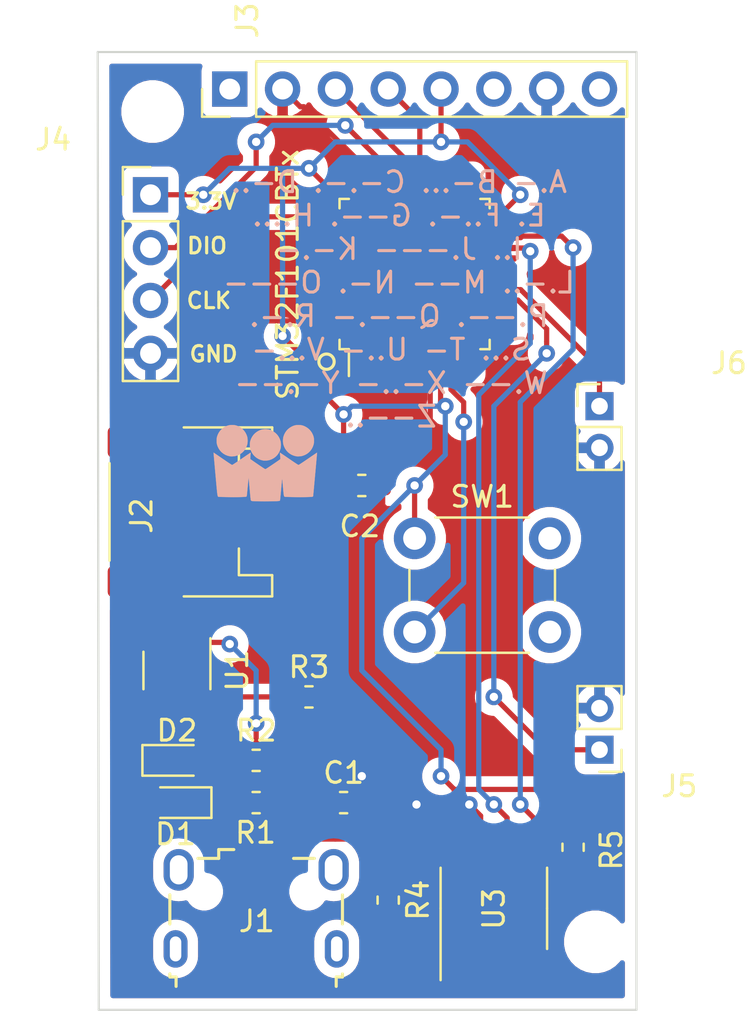
<source format=kicad_pcb>
(kicad_pcb (version 20171130) (host pcbnew "(5.1.5)-3")

  (general
    (thickness 1.6)
    (drawings 10)
    (tracks 196)
    (zones 0)
    (modules 22)
    (nets 55)
  )

  (page A4)
  (layers
    (0 F.Cu signal)
    (31 B.Cu signal)
    (32 B.Adhes user)
    (33 F.Adhes user)
    (34 B.Paste user)
    (35 F.Paste user)
    (36 B.SilkS user)
    (37 F.SilkS user)
    (38 B.Mask user)
    (39 F.Mask user)
    (40 Dwgs.User user)
    (41 Cmts.User user)
    (42 Eco1.User user)
    (43 Eco2.User user)
    (44 Edge.Cuts user)
    (45 Margin user)
    (46 B.CrtYd user)
    (47 F.CrtYd user)
    (48 B.Fab user)
    (49 F.Fab user)
  )

  (setup
    (last_trace_width 0.25)
    (trace_clearance 0.2)
    (zone_clearance 0.508)
    (zone_45_only no)
    (trace_min 0.2)
    (via_size 0.8)
    (via_drill 0.4)
    (via_min_size 0.4)
    (via_min_drill 0.3)
    (uvia_size 0.3)
    (uvia_drill 0.1)
    (uvias_allowed no)
    (uvia_min_size 0.2)
    (uvia_min_drill 0.1)
    (edge_width 0.1)
    (segment_width 0.2)
    (pcb_text_width 0.3)
    (pcb_text_size 1.5 1.5)
    (mod_edge_width 0.15)
    (mod_text_size 1 1)
    (mod_text_width 0.15)
    (pad_size 1.7 1.7)
    (pad_drill 1)
    (pad_to_mask_clearance 0)
    (aux_axis_origin 0 0)
    (visible_elements 7FFFFFFF)
    (pcbplotparams
      (layerselection 0x010fc_ffffffff)
      (usegerberextensions false)
      (usegerberattributes false)
      (usegerberadvancedattributes false)
      (creategerberjobfile false)
      (excludeedgelayer true)
      (linewidth 0.100000)
      (plotframeref false)
      (viasonmask false)
      (mode 1)
      (useauxorigin false)
      (hpglpennumber 1)
      (hpglpenspeed 20)
      (hpglpendiameter 15.000000)
      (psnegative false)
      (psa4output false)
      (plotreference true)
      (plotvalue true)
      (plotinvisibletext false)
      (padsonsilk false)
      (subtractmaskfromsilk false)
      (outputformat 1)
      (mirror false)
      (drillshape 1)
      (scaleselection 1)
      (outputdirectory ""))
  )

  (net 0 "")
  (net 1 /STAT)
  (net 2 GND)
  (net 3 /VBAT)
  (net 4 /VCC)
  (net 5 /PROG)
  (net 6 "Net-(U2-Pad1)")
  (net 7 "Net-(U2-Pad2)")
  (net 8 "Net-(U2-Pad3)")
  (net 9 "Net-(U2-Pad4)")
  (net 10 "Net-(U2-Pad5)")
  (net 11 "Net-(U2-Pad6)")
  (net 12 "Net-(U2-Pad7)")
  (net 13 "Net-(U2-Pad11)")
  (net 14 "Net-(U2-Pad12)")
  (net 15 "Net-(U2-Pad13)")
  (net 16 "Net-(U2-Pad14)")
  (net 17 "Net-(U2-Pad15)")
  (net 18 "Net-(U2-Pad18)")
  (net 19 "Net-(U2-Pad19)")
  (net 20 "Net-(U2-Pad20)")
  (net 21 /SCL)
  (net 22 /SDA)
  (net 23 "Net-(U2-Pad25)")
  (net 24 "Net-(U2-Pad26)")
  (net 25 "Net-(U2-Pad27)")
  (net 26 "Net-(U2-Pad28)")
  (net 27 "Net-(U2-Pad29)")
  (net 28 "Net-(U2-Pad32)")
  (net 29 "Net-(U2-Pad33)")
  (net 30 /SWDIO)
  (net 31 /SWCLK)
  (net 32 "Net-(U2-Pad38)")
  (net 33 "Net-(U2-Pad39)")
  (net 34 "Net-(U2-Pad40)")
  (net 35 "Net-(U2-Pad41)")
  (net 36 "Net-(U2-Pad42)")
  (net 37 "Net-(U2-Pad43)")
  (net 38 "Net-(U2-Pad44)")
  (net 39 "Net-(U2-Pad45)")
  (net 40 "Net-(U2-Pad46)")
  (net 41 "Net-(D1-Pad1)")
  (net 42 "Net-(D2-Pad2)")
  (net 43 /DFU)
  (net 44 /RTS)
  (net 45 /Tx)
  (net 46 /Rx)
  (net 47 /MOD)
  (net 48 /Motor1)
  (net 49 /Motor2)
  (net 50 /MainSwitch)
  (net 51 "Net-(J1-Pad6)")
  (net 52 "Net-(J1-Pad4)")
  (net 53 "Net-(J1-Pad3)")
  (net 54 "Net-(J1-Pad2)")

  (net_class Default "This is the default net class."
    (clearance 0.2)
    (trace_width 0.25)
    (via_dia 0.8)
    (via_drill 0.4)
    (uvia_dia 0.3)
    (uvia_drill 0.1)
    (add_net /DFU)
    (add_net /MOD)
    (add_net /MainSwitch)
    (add_net /Motor1)
    (add_net /Motor2)
    (add_net /PROG)
    (add_net /RTS)
    (add_net /Rx)
    (add_net /SCL)
    (add_net /SDA)
    (add_net /STAT)
    (add_net /SWCLK)
    (add_net /SWDIO)
    (add_net /Tx)
    (add_net /VBAT)
    (add_net /VCC)
    (add_net GND)
    (add_net "Net-(D1-Pad1)")
    (add_net "Net-(D2-Pad2)")
    (add_net "Net-(J1-Pad2)")
    (add_net "Net-(J1-Pad3)")
    (add_net "Net-(J1-Pad4)")
    (add_net "Net-(J1-Pad6)")
    (add_net "Net-(U2-Pad1)")
    (add_net "Net-(U2-Pad11)")
    (add_net "Net-(U2-Pad12)")
    (add_net "Net-(U2-Pad13)")
    (add_net "Net-(U2-Pad14)")
    (add_net "Net-(U2-Pad15)")
    (add_net "Net-(U2-Pad18)")
    (add_net "Net-(U2-Pad19)")
    (add_net "Net-(U2-Pad2)")
    (add_net "Net-(U2-Pad20)")
    (add_net "Net-(U2-Pad25)")
    (add_net "Net-(U2-Pad26)")
    (add_net "Net-(U2-Pad27)")
    (add_net "Net-(U2-Pad28)")
    (add_net "Net-(U2-Pad29)")
    (add_net "Net-(U2-Pad3)")
    (add_net "Net-(U2-Pad32)")
    (add_net "Net-(U2-Pad33)")
    (add_net "Net-(U2-Pad38)")
    (add_net "Net-(U2-Pad39)")
    (add_net "Net-(U2-Pad4)")
    (add_net "Net-(U2-Pad40)")
    (add_net "Net-(U2-Pad41)")
    (add_net "Net-(U2-Pad42)")
    (add_net "Net-(U2-Pad43)")
    (add_net "Net-(U2-Pad44)")
    (add_net "Net-(U2-Pad45)")
    (add_net "Net-(U2-Pad46)")
    (add_net "Net-(U2-Pad5)")
    (add_net "Net-(U2-Pad6)")
    (add_net "Net-(U2-Pad7)")
  )

  (module Symbol:ThreeBrotherLogo5.2x4.0-v1.0_BackSilkScreen (layer F.Cu) (tedit 0) (tstamp 5E58ED41)
    (at 96.9772 133.56336)
    (fp_text reference G*** (at 0 0) (layer F.SilkS) hide
      (effects (font (size 1.524 1.524) (thickness 0.3)))
    )
    (fp_text value LOGO (at 0.75 0) (layer F.SilkS) hide
      (effects (font (size 1.524 1.524) (thickness 0.3)))
    )
    (fp_poly (pts (xy 2.470061 -0.512508) (xy 2.468282 -0.488226) (xy 2.465164 -0.449563) (xy 2.46082 -0.397758)
      (xy 2.455361 -0.33405) (xy 2.448899 -0.259679) (xy 2.441549 -0.175886) (xy 2.433421 -0.083908)
      (xy 2.424628 0.015013) (xy 2.415283 0.119638) (xy 2.405498 0.228728) (xy 2.395386 0.341043)
      (xy 2.385058 0.455344) (xy 2.374628 0.57039) (xy 2.364207 0.684943) (xy 2.353909 0.797762)
      (xy 2.343845 0.907608) (xy 2.334128 1.013241) (xy 2.32487 1.113422) (xy 2.316184 1.206911)
      (xy 2.308182 1.292468) (xy 2.300977 1.368854) (xy 2.294681 1.434829) (xy 2.289406 1.489154)
      (xy 2.285265 1.530588) (xy 2.282371 1.557893) (xy 2.280835 1.569829) (xy 2.280739 1.570191)
      (xy 2.269199 1.585438) (xy 2.26009 1.592006) (xy 2.243021 1.596537) (xy 2.210359 1.60066)
      (xy 2.16344 1.604339) (xy 2.103601 1.60754) (xy 2.032177 1.610227) (xy 1.950505 1.612367)
      (xy 1.859921 1.613924) (xy 1.761761 1.614864) (xy 1.657361 1.615152) (xy 1.548057 1.614754)
      (xy 1.435187 1.613633) (xy 1.430866 1.613576) (xy 1.346224 1.612337) (xy 1.265155 1.610934)
      (xy 1.189551 1.609417) (xy 1.121304 1.607831) (xy 1.062307 1.606226) (xy 1.014452 1.604649)
      (xy 0.979632 1.603147) (xy 0.959739 1.601768) (xy 0.959063 1.60169) (xy 0.940891 1.59979)
      (xy 0.925536 1.597907) (xy 0.912637 1.594701) (xy 0.901834 1.588828) (xy 0.892767 1.578947)
      (xy 0.885075 1.563714) (xy 0.878399 1.541787) (xy 0.872376 1.511824) (xy 0.866649 1.472482)
      (xy 0.860855 1.422419) (xy 0.854635 1.360292) (xy 0.847628 1.284759) (xy 0.839474 1.194477)
      (xy 0.834244 1.136662) (xy 0.826681 1.053204) (xy 0.819573 0.974406) (xy 0.813072 0.901968)
      (xy 0.807328 0.837587) (xy 0.802493 0.782966) (xy 0.798718 0.739802) (xy 0.796153 0.709796)
      (xy 0.79495 0.694646) (xy 0.794889 0.693627) (xy 0.793974 0.698198) (xy 0.791663 0.718289)
      (xy 0.788085 0.752558) (xy 0.783372 0.79966) (xy 0.777655 0.858253) (xy 0.771063 0.926993)
      (xy 0.763729 1.004537) (xy 0.755782 1.08954) (xy 0.747353 1.18066) (xy 0.744655 1.21002)
      (xy 0.735973 1.304134) (xy 0.727627 1.393603) (xy 0.719762 1.476944) (xy 0.712521 1.552673)
      (xy 0.706049 1.619305) (xy 0.700492 1.675356) (xy 0.695992 1.719343) (xy 0.692695 1.74978)
      (xy 0.690745 1.765184) (xy 0.690499 1.766459) (xy 0.679988 1.785653) (xy 0.669392 1.794652)
      (xy 0.653701 1.798545) (xy 0.622744 1.802177) (xy 0.578185 1.805525) (xy 0.52169 1.808565)
      (xy 0.454922 1.811272) (xy 0.379548 1.813623) (xy 0.297233 1.815594) (xy 0.20964 1.817161)
      (xy 0.118436 1.8183) (xy 0.025286 1.818987) (xy -0.068147 1.819198) (xy -0.160196 1.81891)
      (xy -0.249197 1.818098) (xy -0.333484 1.816739) (xy -0.411393 1.814808) (xy -0.481259 1.812281)
      (xy -0.499533 1.811446) (xy -0.545788 1.809232) (xy -0.588103 1.807238) (xy -0.622567 1.805644)
      (xy -0.645269 1.804633) (xy -0.649381 1.804464) (xy -0.676621 1.797253) (xy -0.69782 1.783605)
      (xy -0.702165 1.779372) (xy -0.705996 1.774454) (xy -0.709469 1.767581) (xy -0.712742 1.75748)
      (xy -0.715975 1.742882) (xy -0.719324 1.722515) (xy -0.722947 1.695108) (xy -0.727002 1.65939)
      (xy -0.731647 1.614089) (xy -0.73704 1.557936) (xy -0.743339 1.489658) (xy -0.750701 1.407985)
      (xy -0.759285 1.311645) (xy -0.766428 1.231155) (xy -0.774799 1.137349) (xy -0.782854 1.048146)
      (xy -0.790454 0.965043) (xy -0.797456 0.889537) (xy -0.803718 0.823126) (xy -0.8091 0.767308)
      (xy -0.81346 0.723578) (xy -0.816656 0.693435) (xy -0.818547 0.678375) (xy -0.81875 0.677333)
      (xy -0.820452 0.681403) (xy -0.823479 0.700883) (xy -0.827672 0.734313) (xy -0.832876 0.780234)
      (xy -0.838931 0.837189) (xy -0.845681 0.903718) (xy -0.852969 0.978362) (xy -0.860637 1.059662)
      (xy -0.864363 1.100156) (xy -0.87223 1.185677) (xy -0.879775 1.266506) (xy -0.886838 1.340997)
      (xy -0.893257 1.407502) (xy -0.89887 1.464374) (xy -0.903518 1.509965) (xy -0.907037 1.542628)
      (xy -0.909267 1.560715) (xy -0.909752 1.563462) (xy -0.920373 1.582632) (xy -0.930947 1.591527)
      (xy -0.948317 1.596204) (xy -0.981313 1.60045) (xy -1.02863 1.604229) (xy -1.088967 1.607507)
      (xy -1.161019 1.610249) (xy -1.243483 1.61242) (xy -1.335056 1.613986) (xy -1.434435 1.614912)
      (xy -1.540316 1.615163) (xy -1.651396 1.614706) (xy -1.761067 1.613576) (xy -1.845709 1.612337)
      (xy -1.926778 1.610934) (xy -2.002382 1.609417) (xy -2.070629 1.607831) (xy -2.129626 1.606226)
      (xy -2.177481 1.604649) (xy -2.212301 1.603147) (xy -2.232195 1.601768) (xy -2.23287 1.60169)
      (xy -2.245091 1.600802) (xy -2.256009 1.600655) (xy -2.265766 1.600391) (xy -2.274507 1.599148)
      (xy -2.282374 1.596069) (xy -2.289511 1.590292) (xy -2.29606 1.580958) (xy -2.302166 1.567207)
      (xy -2.307972 1.54818) (xy -2.313621 1.523016) (xy -2.319255 1.490856) (xy -2.325019 1.450841)
      (xy -2.331056 1.402109) (xy -2.337509 1.343803) (xy -2.344521 1.275061) (xy -2.352236 1.195024)
      (xy -2.360796 1.102832) (xy -2.370346 0.997626) (xy -2.381028 0.878545) (xy -2.392985 0.74473)
      (xy -2.406362 0.595322) (xy -2.413128 0.520042) (xy -2.424894 0.389124) (xy -2.436194 0.262937)
      (xy -2.446938 0.142501) (xy -2.457039 0.028837) (xy -2.466405 -0.077037) (xy -2.474949 -0.174098)
      (xy -2.482581 -0.261328) (xy -2.489211 -0.337705) (xy -2.49475 -0.402211) (xy -2.499109 -0.453823)
      (xy -2.502199 -0.491523) (xy -2.50393 -0.51429) (xy -2.504255 -0.521168) (xy -2.497047 -0.516933)
      (xy -2.477079 -0.503906) (xy -2.445541 -0.48289) (xy -2.403622 -0.454692) (xy -2.352511 -0.420116)
      (xy -2.2934 -0.379968) (xy -2.227477 -0.335052) (xy -2.155932 -0.286175) (xy -2.079956 -0.234141)
      (xy -2.065846 -0.224463) (xy -1.969489 -0.158582) (xy -1.883972 -0.100565) (xy -1.809705 -0.050682)
      (xy -1.747099 -0.009202) (xy -1.696566 0.023606) (xy -1.658516 0.047472) (xy -1.63336 0.062128)
      (xy -1.62151 0.067303) (xy -1.620742 0.067154) (xy -1.607681 0.064764) (xy -1.603809 0.067274)
      (xy -1.595381 0.064087) (xy -1.573911 0.051715) (xy -1.54022 0.030701) (xy -1.495131 0.001583)
      (xy -1.439464 -0.0351) (xy -1.374041 -0.078806) (xy -1.299684 -0.128997) (xy -1.217214 -0.185133)
      (xy -1.159954 -0.224342) (xy -1.083304 -0.276876) (xy -1.010864 -0.32639) (xy -0.943822 -0.372081)
      (xy -0.883371 -0.413143) (xy -0.8307 -0.448772) (xy -0.786999 -0.478163) (xy -0.753459 -0.500511)
      (xy -0.731269 -0.515011) (xy -0.721621 -0.520859) (xy -0.721308 -0.52093) (xy -0.72121 -0.512071)
      (xy -0.722559 -0.489097) (xy -0.725149 -0.454745) (xy -0.728776 -0.411753) (xy -0.732717 -0.368368)
      (xy -0.736862 -0.3196) (xy -0.739712 -0.276646) (xy -0.741142 -0.242349) (xy -0.74103 -0.219554)
      (xy -0.739564 -0.211276) (xy -0.731358 -0.205212) (xy -0.710534 -0.190523) (xy -0.678446 -0.168146)
      (xy -0.63645 -0.139019) (xy -0.585902 -0.10408) (xy -0.528157 -0.064268) (xy -0.464569 -0.020519)
      (xy -0.396495 0.026228) (xy -0.381 0.036857) (xy -0.295122 0.095482) (xy -0.220008 0.146193)
      (xy -0.156131 0.188687) (xy -0.103961 0.222658) (xy -0.063968 0.2478) (xy -0.036625 0.26381)
      (xy -0.022401 0.270381) (xy -0.020542 0.270347) (xy -0.00748 0.267962) (xy -0.003609 0.270468)
      (xy 0.004421 0.267121) (xy 0.024744 0.255201) (xy 0.055749 0.235798) (xy 0.095824 0.210001)
      (xy 0.143359 0.178902) (xy 0.196741 0.14359) (xy 0.254359 0.105155) (xy 0.314602 0.064689)
      (xy 0.375858 0.023281) (xy 0.436516 -0.017979) (xy 0.494964 -0.057999) (xy 0.549591 -0.095691)
      (xy 0.598785 -0.129964) (xy 0.640935 -0.159727) (xy 0.67443 -0.18389) (xy 0.697657 -0.201362)
      (xy 0.709006 -0.211055) (xy 0.709837 -0.212229) (xy 0.710011 -0.222959) (xy 0.708717 -0.247656)
      (xy 0.706159 -0.283437) (xy 0.70254 -0.327419) (xy 0.698757 -0.369359) (xy 0.694395 -0.417578)
      (xy 0.69089 -0.45959) (xy 0.688447 -0.492647) (xy 0.68727 -0.514002) (xy 0.687441 -0.52093)
      (xy 0.69469 -0.516737) (xy 0.714698 -0.503749) (xy 0.746274 -0.482769) (xy 0.788227 -0.454603)
      (xy 0.839367 -0.420055) (xy 0.898503 -0.379929) (xy 0.964446 -0.335031) (xy 1.036003 -0.286164)
      (xy 1.111986 -0.234134) (xy 1.126087 -0.224463) (xy 1.222444 -0.158582) (xy 1.307961 -0.100565)
      (xy 1.382229 -0.050682) (xy 1.444834 -0.009202) (xy 1.495368 0.023606) (xy 1.533418 0.047472)
      (xy 1.558573 0.062128) (xy 1.570424 0.067303) (xy 1.571191 0.067154) (xy 1.584253 0.064764)
      (xy 1.588125 0.067274) (xy 1.596553 0.064087) (xy 1.618022 0.051715) (xy 1.651713 0.030701)
      (xy 1.696802 0.001583) (xy 1.752469 -0.0351) (xy 1.817892 -0.078806) (xy 1.892249 -0.128997)
      (xy 1.974719 -0.185133) (xy 2.031979 -0.224342) (xy 2.108624 -0.276879) (xy 2.181054 -0.326404)
      (xy 2.248077 -0.372111) (xy 2.308505 -0.413196) (xy 2.361149 -0.448852) (xy 2.404817 -0.478275)
      (xy 2.438322 -0.500659) (xy 2.460474 -0.515199) (xy 2.470082 -0.521089) (xy 2.470388 -0.521168)
      (xy 2.470061 -0.512508)) (layer B.SilkS) (width 0.01))
    (fp_poly (pts (xy 0.065489 -1.642747) (xy 0.133524 -1.634016) (xy 0.197512 -1.617736) (xy 0.26356 -1.592493)
      (xy 0.310907 -1.570402) (xy 0.407805 -1.51346) (xy 0.494448 -1.443584) (xy 0.569793 -1.362051)
      (xy 0.632795 -1.270136) (xy 0.682411 -1.169116) (xy 0.712614 -1.0795) (xy 0.72415 -1.020958)
      (xy 0.7307 -0.952217) (xy 0.73226 -0.879003) (xy 0.728826 -0.80704) (xy 0.720395 -0.742053)
      (xy 0.712835 -0.708418) (xy 0.674089 -0.597322) (xy 0.621995 -0.496333) (xy 0.557183 -0.406095)
      (xy 0.480282 -0.327249) (xy 0.39192 -0.260438) (xy 0.292727 -0.206305) (xy 0.183332 -0.16549)
      (xy 0.180241 -0.164578) (xy 0.126607 -0.152279) (xy 0.064657 -0.143504) (xy 0.000215 -0.138656)
      (xy -0.060896 -0.138138) (xy -0.112854 -0.14235) (xy -0.121414 -0.143756) (xy -0.234785 -0.172561)
      (xy -0.339803 -0.215746) (xy -0.435568 -0.272485) (xy -0.521177 -0.341952) (xy -0.595729 -0.423322)
      (xy -0.658321 -0.515768) (xy -0.708051 -0.618466) (xy -0.738236 -0.708418) (xy -0.749702 -0.766375)
      (xy -0.75617 -0.834784) (xy -0.757643 -0.907921) (xy -0.754123 -0.980061) (xy -0.745615 -1.04548)
      (xy -0.738014 -1.0795) (xy -0.700272 -1.187093) (xy -0.648279 -1.286637) (xy -0.583078 -1.376856)
      (xy -0.505715 -1.456474) (xy -0.417233 -1.524216) (xy -0.336308 -1.570402) (xy -0.265594 -1.602289)
      (xy -0.200945 -1.624285) (xy -0.136253 -1.637805) (xy -0.065409 -1.644262) (xy -0.0127 -1.645343)
      (xy 0.065489 -1.642747)) (layer B.SilkS) (width 0.01))
    (fp_poly (pts (xy -1.534711 -1.845947) (xy -1.466676 -1.837216) (xy -1.402688 -1.820936) (xy -1.33664 -1.795693)
      (xy -1.289293 -1.773602) (xy -1.192395 -1.71666) (xy -1.105752 -1.646784) (xy -1.030407 -1.565251)
      (xy -0.967405 -1.473336) (xy -0.917789 -1.372316) (xy -0.887586 -1.2827) (xy -0.87605 -1.224158)
      (xy -0.8695 -1.155417) (xy -0.86794 -1.082203) (xy -0.871374 -1.01024) (xy -0.879805 -0.945253)
      (xy -0.887365 -0.911618) (xy -0.926111 -0.800522) (xy -0.978205 -0.699533) (xy -1.043017 -0.609295)
      (xy -1.119918 -0.530449) (xy -1.20828 -0.463638) (xy -1.307473 -0.409505) (xy -1.416868 -0.36869)
      (xy -1.419959 -0.367778) (xy -1.473593 -0.355479) (xy -1.535543 -0.346704) (xy -1.599985 -0.341856)
      (xy -1.661096 -0.341338) (xy -1.713054 -0.34555) (xy -1.721614 -0.346956) (xy -1.834985 -0.375761)
      (xy -1.940003 -0.418946) (xy -2.035768 -0.475685) (xy -2.121377 -0.545152) (xy -2.195929 -0.626522)
      (xy -2.258521 -0.718968) (xy -2.308251 -0.821666) (xy -2.338436 -0.911618) (xy -2.349902 -0.969575)
      (xy -2.35637 -1.037984) (xy -2.357843 -1.111121) (xy -2.354323 -1.183261) (xy -2.345815 -1.24868)
      (xy -2.338214 -1.2827) (xy -2.300472 -1.390293) (xy -2.248479 -1.489837) (xy -2.183278 -1.580056)
      (xy -2.105915 -1.659674) (xy -2.017433 -1.727416) (xy -1.936508 -1.773602) (xy -1.865794 -1.805489)
      (xy -1.801145 -1.827485) (xy -1.736453 -1.841005) (xy -1.665609 -1.847462) (xy -1.6129 -1.848543)
      (xy -1.534711 -1.845947)) (layer B.SilkS) (width 0.01))
    (fp_poly (pts (xy 1.657222 -1.845947) (xy 1.725257 -1.837216) (xy 1.789245 -1.820936) (xy 1.855294 -1.795693)
      (xy 1.902641 -1.773602) (xy 1.999538 -1.71666) (xy 2.086182 -1.646784) (xy 2.161526 -1.565251)
      (xy 2.224529 -1.473336) (xy 2.274144 -1.372316) (xy 2.304347 -1.2827) (xy 2.315883 -1.224158)
      (xy 2.322433 -1.155417) (xy 2.323993 -1.082203) (xy 2.320559 -1.01024) (xy 2.312129 -0.945253)
      (xy 2.304569 -0.911618) (xy 2.265822 -0.800522) (xy 2.213729 -0.699533) (xy 2.148917 -0.609295)
      (xy 2.072015 -0.530449) (xy 1.983654 -0.463638) (xy 1.884461 -0.409505) (xy 1.775066 -0.36869)
      (xy 1.771974 -0.367778) (xy 1.71834 -0.355479) (xy 1.656391 -0.346704) (xy 1.591949 -0.341856)
      (xy 1.530837 -0.341338) (xy 1.47888 -0.34555) (xy 1.470319 -0.346956) (xy 1.356949 -0.375761)
      (xy 1.25193 -0.418946) (xy 1.156165 -0.475685) (xy 1.070556 -0.545152) (xy 0.996005 -0.626522)
      (xy 0.933413 -0.718968) (xy 0.883682 -0.821666) (xy 0.853498 -0.911618) (xy 0.842031 -0.969575)
      (xy 0.835563 -1.037984) (xy 0.834091 -1.111121) (xy 0.83761 -1.183261) (xy 0.846119 -1.24868)
      (xy 0.853719 -1.2827) (xy 0.891461 -1.390293) (xy 0.943454 -1.489837) (xy 1.008655 -1.580056)
      (xy 1.086018 -1.659674) (xy 1.174501 -1.727416) (xy 1.255426 -1.773602) (xy 1.326139 -1.805489)
      (xy 1.390788 -1.827485) (xy 1.455481 -1.841005) (xy 1.526324 -1.847462) (xy 1.579033 -1.848543)
      (xy 1.657222 -1.845947)) (layer B.SilkS) (width 0.01))
  )

  (module MountingHole:MountingHole_2mm (layer F.Cu) (tedit 5B924920) (tstamp 5E5915A2)
    (at 112.83188 156.55036)
    (descr "Mounting Hole 2mm, no annular")
    (tags "mounting hole 2mm no annular")
    (attr virtual)
    (fp_text reference "" (at 0 -3.2) (layer F.SilkS)
      (effects (font (size 1 1) (thickness 0.15)))
    )
    (fp_text value MountingHole_2mm (at 0 3.1) (layer F.Fab)
      (effects (font (size 1 1) (thickness 0.15)))
    )
    (fp_circle (center 0 0) (end 2.25 0) (layer F.CrtYd) (width 0.05))
    (fp_circle (center 0 0) (end 2 0) (layer Cmts.User) (width 0.15))
    (fp_text user %R (at 0.3 0) (layer F.Fab)
      (effects (font (size 1 1) (thickness 0.15)))
    )
    (pad "" np_thru_hole circle (at 0 0) (size 2 2) (drill 2) (layers *.Cu *.Mask))
  )

  (module MountingHole:MountingHole_2mm (layer F.Cu) (tedit 5B924920) (tstamp 5E591345)
    (at 91.5416 116.65204)
    (descr "Mounting Hole 2mm, no annular")
    (tags "mounting hole 2mm no annular")
    (attr virtual)
    (fp_text reference "" (at 0.31496 -1.76784) (layer F.SilkS)
      (effects (font (size 1 1) (thickness 0.15)))
    )
    (fp_text value MountingHole_2mm (at 0 3.1) (layer F.Fab)
      (effects (font (size 1 1) (thickness 0.15)))
    )
    (fp_circle (center 0 0) (end 2.25 0) (layer F.CrtYd) (width 0.05))
    (fp_circle (center 0 0) (end 2 0) (layer Cmts.User) (width 0.15))
    (fp_text user %R (at 0.3 0) (layer F.Fab)
      (effects (font (size 1 1) (thickness 0.15)))
    )
    (pad "" np_thru_hole circle (at 0 0) (size 2 2) (drill 2) (layers *.Cu *.Mask))
  )

  (module Connector_USB:USB_Micro-B_Wuerth_629105150521 (layer F.Cu) (tedit 5A142044) (tstamp 5E590DA0)
    (at 96.52 154.94)
    (descr "USB Micro-B receptacle, http://www.mouser.com/ds/2/445/629105150521-469306.pdf")
    (tags "usb micro receptacle")
    (path /5E4DA130)
    (attr smd)
    (fp_text reference J1 (at 0.03048 0.61976) (layer F.SilkS)
      (effects (font (size 1 1) (thickness 0.15)))
    )
    (fp_text value USB_B_Micro (at 0 5.6) (layer F.Fab) hide
      (effects (font (size 1 1) (thickness 0.15)))
    )
    (fp_text user "PCB Edge" (at 0 3.75) (layer Dwgs.User)
      (effects (font (size 0.5 0.5) (thickness 0.08)))
    )
    (fp_text user %R (at 0 1.05) (layer F.Fab)
      (effects (font (size 1 1) (thickness 0.15)))
    )
    (fp_line (start 4.95 -3.34) (end -4.94 -3.34) (layer F.CrtYd) (width 0.05))
    (fp_line (start 4.95 4.85) (end 4.95 -3.34) (layer F.CrtYd) (width 0.05))
    (fp_line (start -4.94 4.85) (end 4.95 4.85) (layer F.CrtYd) (width 0.05))
    (fp_line (start -4.94 -3.34) (end -4.94 4.85) (layer F.CrtYd) (width 0.05))
    (fp_line (start 1.8 -2.4) (end 2.8 -2.4) (layer F.SilkS) (width 0.15))
    (fp_line (start -1.8 -2.4) (end -2.8 -2.4) (layer F.SilkS) (width 0.15))
    (fp_line (start -1.8 -2.825) (end -1.8 -2.4) (layer F.SilkS) (width 0.15))
    (fp_line (start -1.075 -2.825) (end -1.8 -2.825) (layer F.SilkS) (width 0.15))
    (fp_line (start 4.15 0.75) (end 4.15 -0.65) (layer F.SilkS) (width 0.15))
    (fp_line (start 4.15 3.3) (end 4.15 3.15) (layer F.SilkS) (width 0.15))
    (fp_line (start 3.85 3.3) (end 4.15 3.3) (layer F.SilkS) (width 0.15))
    (fp_line (start 3.85 3.75) (end 3.85 3.3) (layer F.SilkS) (width 0.15))
    (fp_line (start -3.85 3.3) (end -3.85 3.75) (layer F.SilkS) (width 0.15))
    (fp_line (start -4.15 3.3) (end -3.85 3.3) (layer F.SilkS) (width 0.15))
    (fp_line (start -4.15 3.15) (end -4.15 3.3) (layer F.SilkS) (width 0.15))
    (fp_line (start -4.15 -0.65) (end -4.15 0.75) (layer F.SilkS) (width 0.15))
    (fp_line (start -1.075 -2.95) (end -1.075 -2.725) (layer F.Fab) (width 0.15))
    (fp_line (start -1.525 -2.95) (end -1.075 -2.95) (layer F.Fab) (width 0.15))
    (fp_line (start -1.525 -2.725) (end -1.525 -2.95) (layer F.Fab) (width 0.15))
    (fp_line (start -1.3 -2.55) (end -1.525 -2.725) (layer F.Fab) (width 0.15))
    (fp_line (start -1.075 -2.725) (end -1.3 -2.55) (layer F.Fab) (width 0.15))
    (fp_line (start -2.7 3.75) (end 2.7 3.75) (layer F.Fab) (width 0.15))
    (fp_line (start 4 -2.25) (end -4 -2.25) (layer F.Fab) (width 0.15))
    (fp_line (start 4 3.15) (end 4 -2.25) (layer F.Fab) (width 0.15))
    (fp_line (start 3.7 3.15) (end 4 3.15) (layer F.Fab) (width 0.15))
    (fp_line (start 3.7 4.35) (end 3.7 3.15) (layer F.Fab) (width 0.15))
    (fp_line (start -3.7 4.35) (end 3.7 4.35) (layer F.Fab) (width 0.15))
    (fp_line (start -3.7 3.15) (end -3.7 4.35) (layer F.Fab) (width 0.15))
    (fp_line (start -4 3.15) (end -3.7 3.15) (layer F.Fab) (width 0.15))
    (fp_line (start -4 -2.25) (end -4 3.15) (layer F.Fab) (width 0.15))
    (pad "" np_thru_hole oval (at 2.5 -0.8) (size 0.8 0.8) (drill 0.8) (layers *.Cu *.Mask))
    (pad "" np_thru_hole oval (at -2.5 -0.8) (size 0.8 0.8) (drill 0.8) (layers *.Cu *.Mask))
    (pad 6 thru_hole oval (at 3.875 1.95) (size 1.15 1.8) (drill oval 0.55 1.2) (layers *.Cu *.Mask)
      (net 51 "Net-(J1-Pad6)"))
    (pad 6 thru_hole oval (at -3.875 1.95) (size 1.15 1.8) (drill oval 0.55 1.2) (layers *.Cu *.Mask)
      (net 51 "Net-(J1-Pad6)"))
    (pad 6 thru_hole oval (at 3.725 -1.85) (size 1.45 2) (drill oval 0.85 1.4) (layers *.Cu *.Mask)
      (net 51 "Net-(J1-Pad6)"))
    (pad 6 thru_hole oval (at -3.725 -1.85) (size 1.45 2) (drill oval 0.85 1.4) (layers *.Cu *.Mask)
      (net 51 "Net-(J1-Pad6)"))
    (pad 5 smd rect (at 1.3 -1.9) (size 0.45 1.3) (layers F.Cu F.Paste F.Mask)
      (net 2 GND))
    (pad 4 smd rect (at 0.65 -1.9) (size 0.45 1.3) (layers F.Cu F.Paste F.Mask)
      (net 52 "Net-(J1-Pad4)"))
    (pad 3 smd rect (at 0 -1.9) (size 0.45 1.3) (layers F.Cu F.Paste F.Mask)
      (net 53 "Net-(J1-Pad3)"))
    (pad 2 smd rect (at -0.65 -1.9) (size 0.45 1.3) (layers F.Cu F.Paste F.Mask)
      (net 54 "Net-(J1-Pad2)"))
    (pad 1 smd rect (at -1.3 -1.9) (size 0.45 1.3) (layers F.Cu F.Paste F.Mask)
      (net 4 /VCC))
    (model ${KISYS3DMOD}/Connector_USB.3dshapes/USB_Micro-B_Wuerth_629105150521.wrl
      (at (xyz 0 0 0))
      (scale (xyz 1 1 1))
      (rotate (xyz 0 0 0))
    )
  )

  (module Capacitor_SMD:C_0603_1608Metric_Pad1.05x0.95mm_HandSolder (layer F.Cu) (tedit 5B301BBE) (tstamp 5E58BCC3)
    (at 100.725 149.86)
    (descr "Capacitor SMD 0603 (1608 Metric), square (rectangular) end terminal, IPC_7351 nominal with elongated pad for handsoldering. (Body size source: http://www.tortai-tech.com/upload/download/2011102023233369053.pdf), generated with kicad-footprint-generator")
    (tags "capacitor handsolder")
    (path /5E4DEB11)
    (attr smd)
    (fp_text reference C1 (at 0 -1.43) (layer F.SilkS)
      (effects (font (size 1 1) (thickness 0.15)))
    )
    (fp_text value "C 10uf" (at 0 1.43) (layer F.Fab) hide
      (effects (font (size 1 1) (thickness 0.15)))
    )
    (fp_text user %R (at 0 0) (layer F.Fab)
      (effects (font (size 0.4 0.4) (thickness 0.06)))
    )
    (fp_line (start 1.65 0.73) (end -1.65 0.73) (layer F.CrtYd) (width 0.05))
    (fp_line (start 1.65 -0.73) (end 1.65 0.73) (layer F.CrtYd) (width 0.05))
    (fp_line (start -1.65 -0.73) (end 1.65 -0.73) (layer F.CrtYd) (width 0.05))
    (fp_line (start -1.65 0.73) (end -1.65 -0.73) (layer F.CrtYd) (width 0.05))
    (fp_line (start -0.171267 0.51) (end 0.171267 0.51) (layer F.SilkS) (width 0.12))
    (fp_line (start -0.171267 -0.51) (end 0.171267 -0.51) (layer F.SilkS) (width 0.12))
    (fp_line (start 0.8 0.4) (end -0.8 0.4) (layer F.Fab) (width 0.1))
    (fp_line (start 0.8 -0.4) (end 0.8 0.4) (layer F.Fab) (width 0.1))
    (fp_line (start -0.8 -0.4) (end 0.8 -0.4) (layer F.Fab) (width 0.1))
    (fp_line (start -0.8 0.4) (end -0.8 -0.4) (layer F.Fab) (width 0.1))
    (pad 2 smd roundrect (at 0.875 0) (size 1.05 0.95) (layers F.Cu F.Paste F.Mask) (roundrect_rratio 0.25)
      (net 2 GND))
    (pad 1 smd roundrect (at -0.875 0) (size 1.05 0.95) (layers F.Cu F.Paste F.Mask) (roundrect_rratio 0.25)
      (net 4 /VCC))
    (model ${KISYS3DMOD}/Capacitor_SMD.3dshapes/C_0603_1608Metric.wrl
      (at (xyz 0 0 0))
      (scale (xyz 1 1 1))
      (rotate (xyz 0 0 0))
    )
  )

  (module Capacitor_SMD:C_0603_1608Metric_Pad1.05x0.95mm_HandSolder (layer F.Cu) (tedit 5B301BBE) (tstamp 5E58BC72)
    (at 101.6 134.62)
    (descr "Capacitor SMD 0603 (1608 Metric), square (rectangular) end terminal, IPC_7351 nominal with elongated pad for handsoldering. (Body size source: http://www.tortai-tech.com/upload/download/2011102023233369053.pdf), generated with kicad-footprint-generator")
    (tags "capacitor handsolder")
    (path /5E4E0C5A)
    (attr smd)
    (fp_text reference C2 (at -0.09652 1.96088) (layer F.SilkS)
      (effects (font (size 1 1) (thickness 0.15)))
    )
    (fp_text value "C 10uf" (at 0 1.43) (layer F.Fab) hide
      (effects (font (size 1 1) (thickness 0.15)))
    )
    (fp_text user %R (at 0 0) (layer F.Fab)
      (effects (font (size 0.4 0.4) (thickness 0.06)))
    )
    (fp_line (start 1.65 0.73) (end -1.65 0.73) (layer F.CrtYd) (width 0.05))
    (fp_line (start 1.65 -0.73) (end 1.65 0.73) (layer F.CrtYd) (width 0.05))
    (fp_line (start -1.65 -0.73) (end 1.65 -0.73) (layer F.CrtYd) (width 0.05))
    (fp_line (start -1.65 0.73) (end -1.65 -0.73) (layer F.CrtYd) (width 0.05))
    (fp_line (start -0.171267 0.51) (end 0.171267 0.51) (layer F.SilkS) (width 0.12))
    (fp_line (start -0.171267 -0.51) (end 0.171267 -0.51) (layer F.SilkS) (width 0.12))
    (fp_line (start 0.8 0.4) (end -0.8 0.4) (layer F.Fab) (width 0.1))
    (fp_line (start 0.8 -0.4) (end 0.8 0.4) (layer F.Fab) (width 0.1))
    (fp_line (start -0.8 -0.4) (end 0.8 -0.4) (layer F.Fab) (width 0.1))
    (fp_line (start -0.8 0.4) (end -0.8 -0.4) (layer F.Fab) (width 0.1))
    (pad 2 smd roundrect (at 0.875 0) (size 1.05 0.95) (layers F.Cu F.Paste F.Mask) (roundrect_rratio 0.25)
      (net 2 GND))
    (pad 1 smd roundrect (at -0.875 0) (size 1.05 0.95) (layers F.Cu F.Paste F.Mask) (roundrect_rratio 0.25)
      (net 3 /VBAT))
    (model ${KISYS3DMOD}/Capacitor_SMD.3dshapes/C_0603_1608Metric.wrl
      (at (xyz 0 0 0))
      (scale (xyz 1 1 1))
      (rotate (xyz 0 0 0))
    )
  )

  (module LED_SMD:LED_0603_1608Metric_Pad1.05x0.95mm_HandSolder (layer F.Cu) (tedit 5B4B45C9) (tstamp 5E58BB50)
    (at 92.71 149.86 180)
    (descr "LED SMD 0603 (1608 Metric), square (rectangular) end terminal, IPC_7351 nominal, (Body size source: http://www.tortai-tech.com/upload/download/2011102023233369053.pdf), generated with kicad-footprint-generator")
    (tags "LED handsolder")
    (path /5E4DD022)
    (attr smd)
    (fp_text reference D1 (at 0.07112 -1.51892) (layer F.SilkS)
      (effects (font (size 1 1) (thickness 0.15)))
    )
    (fp_text value "LED RED" (at 0 1.43) (layer F.Fab) hide
      (effects (font (size 1 1) (thickness 0.15)))
    )
    (fp_line (start 0.8 -0.4) (end -0.5 -0.4) (layer F.Fab) (width 0.1))
    (fp_line (start -0.5 -0.4) (end -0.8 -0.1) (layer F.Fab) (width 0.1))
    (fp_line (start -0.8 -0.1) (end -0.8 0.4) (layer F.Fab) (width 0.1))
    (fp_line (start -0.8 0.4) (end 0.8 0.4) (layer F.Fab) (width 0.1))
    (fp_line (start 0.8 0.4) (end 0.8 -0.4) (layer F.Fab) (width 0.1))
    (fp_line (start 0.8 -0.735) (end -1.66 -0.735) (layer F.SilkS) (width 0.12))
    (fp_line (start -1.66 -0.735) (end -1.66 0.735) (layer F.SilkS) (width 0.12))
    (fp_line (start -1.66 0.735) (end 0.8 0.735) (layer F.SilkS) (width 0.12))
    (fp_line (start -1.65 0.73) (end -1.65 -0.73) (layer F.CrtYd) (width 0.05))
    (fp_line (start -1.65 -0.73) (end 1.65 -0.73) (layer F.CrtYd) (width 0.05))
    (fp_line (start 1.65 -0.73) (end 1.65 0.73) (layer F.CrtYd) (width 0.05))
    (fp_line (start 1.65 0.73) (end -1.65 0.73) (layer F.CrtYd) (width 0.05))
    (fp_text user %R (at 0 0) (layer F.Fab)
      (effects (font (size 0.4 0.4) (thickness 0.06)))
    )
    (pad 1 smd roundrect (at -0.875 0 180) (size 1.05 0.95) (layers F.Cu F.Paste F.Mask) (roundrect_rratio 0.25)
      (net 41 "Net-(D1-Pad1)"))
    (pad 2 smd roundrect (at 0.875 0 180) (size 1.05 0.95) (layers F.Cu F.Paste F.Mask) (roundrect_rratio 0.25)
      (net 4 /VCC))
    (model ${KISYS3DMOD}/LED_SMD.3dshapes/LED_0603_1608Metric.wrl
      (at (xyz 0 0 0))
      (scale (xyz 1 1 1))
      (rotate (xyz 0 0 0))
    )
  )

  (module LED_SMD:LED_0603_1608Metric_Pad1.05x0.95mm_HandSolder (layer F.Cu) (tedit 5B4B45C9) (tstamp 5E58BB4F)
    (at 92.71 147.83)
    (descr "LED SMD 0603 (1608 Metric), square (rectangular) end terminal, IPC_7351 nominal, (Body size source: http://www.tortai-tech.com/upload/download/2011102023233369053.pdf), generated with kicad-footprint-generator")
    (tags "LED handsolder")
    (path /5E4DDC6D)
    (attr smd)
    (fp_text reference D2 (at 0 -1.43) (layer F.SilkS)
      (effects (font (size 1 1) (thickness 0.15)))
    )
    (fp_text value "LED GREEN" (at 0 1.43) (layer F.Fab) hide
      (effects (font (size 1 1) (thickness 0.15)))
    )
    (fp_text user %R (at 0 0) (layer F.Fab)
      (effects (font (size 0.4 0.4) (thickness 0.06)))
    )
    (fp_line (start 1.65 0.73) (end -1.65 0.73) (layer F.CrtYd) (width 0.05))
    (fp_line (start 1.65 -0.73) (end 1.65 0.73) (layer F.CrtYd) (width 0.05))
    (fp_line (start -1.65 -0.73) (end 1.65 -0.73) (layer F.CrtYd) (width 0.05))
    (fp_line (start -1.65 0.73) (end -1.65 -0.73) (layer F.CrtYd) (width 0.05))
    (fp_line (start -1.66 0.735) (end 0.8 0.735) (layer F.SilkS) (width 0.12))
    (fp_line (start -1.66 -0.735) (end -1.66 0.735) (layer F.SilkS) (width 0.12))
    (fp_line (start 0.8 -0.735) (end -1.66 -0.735) (layer F.SilkS) (width 0.12))
    (fp_line (start 0.8 0.4) (end 0.8 -0.4) (layer F.Fab) (width 0.1))
    (fp_line (start -0.8 0.4) (end 0.8 0.4) (layer F.Fab) (width 0.1))
    (fp_line (start -0.8 -0.1) (end -0.8 0.4) (layer F.Fab) (width 0.1))
    (fp_line (start -0.5 -0.4) (end -0.8 -0.1) (layer F.Fab) (width 0.1))
    (fp_line (start 0.8 -0.4) (end -0.5 -0.4) (layer F.Fab) (width 0.1))
    (pad 2 smd roundrect (at 0.875 0) (size 1.05 0.95) (layers F.Cu F.Paste F.Mask) (roundrect_rratio 0.25)
      (net 42 "Net-(D2-Pad2)"))
    (pad 1 smd roundrect (at -0.875 0) (size 1.05 0.95) (layers F.Cu F.Paste F.Mask) (roundrect_rratio 0.25)
      (net 2 GND))
    (model ${KISYS3DMOD}/LED_SMD.3dshapes/LED_0603_1608Metric.wrl
      (at (xyz 0 0 0))
      (scale (xyz 1 1 1))
      (rotate (xyz 0 0 0))
    )
  )

  (module Resistor_SMD:R_0603_1608Metric_Pad1.05x0.95mm_HandSolder (layer F.Cu) (tedit 5B301BBD) (tstamp 5E58B889)
    (at 111.76 152.005 270)
    (descr "Resistor SMD 0603 (1608 Metric), square (rectangular) end terminal, IPC_7351 nominal with elongated pad for handsoldering. (Body size source: http://www.tortai-tech.com/upload/download/2011102023233369053.pdf), generated with kicad-footprint-generator")
    (tags "resistor handsolder")
    (path /5E5CE454)
    (attr smd)
    (fp_text reference R5 (at 0.13084 -1.83896 90) (layer F.SilkS)
      (effects (font (size 1 1) (thickness 0.15)))
    )
    (fp_text value R (at 0 1.43 90) (layer F.Fab) hide
      (effects (font (size 1 1) (thickness 0.15)))
    )
    (fp_line (start -0.8 0.4) (end -0.8 -0.4) (layer F.Fab) (width 0.1))
    (fp_line (start -0.8 -0.4) (end 0.8 -0.4) (layer F.Fab) (width 0.1))
    (fp_line (start 0.8 -0.4) (end 0.8 0.4) (layer F.Fab) (width 0.1))
    (fp_line (start 0.8 0.4) (end -0.8 0.4) (layer F.Fab) (width 0.1))
    (fp_line (start -0.171267 -0.51) (end 0.171267 -0.51) (layer F.SilkS) (width 0.12))
    (fp_line (start -0.171267 0.51) (end 0.171267 0.51) (layer F.SilkS) (width 0.12))
    (fp_line (start -1.65 0.73) (end -1.65 -0.73) (layer F.CrtYd) (width 0.05))
    (fp_line (start -1.65 -0.73) (end 1.65 -0.73) (layer F.CrtYd) (width 0.05))
    (fp_line (start 1.65 -0.73) (end 1.65 0.73) (layer F.CrtYd) (width 0.05))
    (fp_line (start 1.65 0.73) (end -1.65 0.73) (layer F.CrtYd) (width 0.05))
    (fp_text user %R (at 0 0 90) (layer F.Fab)
      (effects (font (size 0.4 0.4) (thickness 0.06)))
    )
    (pad 1 smd roundrect (at -0.875 0 270) (size 1.05 0.95) (layers F.Cu F.Paste F.Mask) (roundrect_rratio 0.25)
      (net 3 /VBAT))
    (pad 2 smd roundrect (at 0.875 0 270) (size 1.05 0.95) (layers F.Cu F.Paste F.Mask) (roundrect_rratio 0.25)
      (net 22 /SDA))
    (model ${KISYS3DMOD}/Resistor_SMD.3dshapes/R_0603_1608Metric.wrl
      (at (xyz 0 0 0))
      (scale (xyz 1 1 1))
      (rotate (xyz 0 0 0))
    )
  )

  (module Resistor_SMD:R_0603_1608Metric_Pad1.05x0.95mm_HandSolder (layer F.Cu) (tedit 5B301BBD) (tstamp 5E58B889)
    (at 102.87 154.545 270)
    (descr "Resistor SMD 0603 (1608 Metric), square (rectangular) end terminal, IPC_7351 nominal with elongated pad for handsoldering. (Body size source: http://www.tortai-tech.com/upload/download/2011102023233369053.pdf), generated with kicad-footprint-generator")
    (tags "resistor handsolder")
    (path /5E5CFD10)
    (attr smd)
    (fp_text reference R4 (at 0 -1.43 90) (layer F.SilkS)
      (effects (font (size 1 1) (thickness 0.15)))
    )
    (fp_text value R (at 0 1.43 90) (layer F.Fab) hide
      (effects (font (size 1 1) (thickness 0.15)))
    )
    (fp_line (start -0.8 0.4) (end -0.8 -0.4) (layer F.Fab) (width 0.1))
    (fp_line (start -0.8 -0.4) (end 0.8 -0.4) (layer F.Fab) (width 0.1))
    (fp_line (start 0.8 -0.4) (end 0.8 0.4) (layer F.Fab) (width 0.1))
    (fp_line (start 0.8 0.4) (end -0.8 0.4) (layer F.Fab) (width 0.1))
    (fp_line (start -0.171267 -0.51) (end 0.171267 -0.51) (layer F.SilkS) (width 0.12))
    (fp_line (start -0.171267 0.51) (end 0.171267 0.51) (layer F.SilkS) (width 0.12))
    (fp_line (start -1.65 0.73) (end -1.65 -0.73) (layer F.CrtYd) (width 0.05))
    (fp_line (start -1.65 -0.73) (end 1.65 -0.73) (layer F.CrtYd) (width 0.05))
    (fp_line (start 1.65 -0.73) (end 1.65 0.73) (layer F.CrtYd) (width 0.05))
    (fp_line (start 1.65 0.73) (end -1.65 0.73) (layer F.CrtYd) (width 0.05))
    (fp_text user %R (at 0 0 90) (layer F.Fab)
      (effects (font (size 0.4 0.4) (thickness 0.06)))
    )
    (pad 1 smd roundrect (at -0.875 0 270) (size 1.05 0.95) (layers F.Cu F.Paste F.Mask) (roundrect_rratio 0.25)
      (net 3 /VBAT))
    (pad 2 smd roundrect (at 0.875 0 270) (size 1.05 0.95) (layers F.Cu F.Paste F.Mask) (roundrect_rratio 0.25)
      (net 21 /SCL))
    (model ${KISYS3DMOD}/Resistor_SMD.3dshapes/R_0603_1608Metric.wrl
      (at (xyz 0 0 0))
      (scale (xyz 1 1 1))
      (rotate (xyz 0 0 0))
    )
  )

  (module Resistor_SMD:R_0603_1608Metric_Pad1.05x0.95mm_HandSolder (layer F.Cu) (tedit 5B301BBD) (tstamp 5E58B889)
    (at 99.06 144.78)
    (descr "Resistor SMD 0603 (1608 Metric), square (rectangular) end terminal, IPC_7351 nominal with elongated pad for handsoldering. (Body size source: http://www.tortai-tech.com/upload/download/2011102023233369053.pdf), generated with kicad-footprint-generator")
    (tags "resistor handsolder")
    (path /5E4E302C)
    (attr smd)
    (fp_text reference R3 (at 0 -1.43) (layer F.SilkS)
      (effects (font (size 1 1) (thickness 0.15)))
    )
    (fp_text value "R 10K" (at 0 1.43) (layer F.Fab) hide
      (effects (font (size 1 1) (thickness 0.15)))
    )
    (fp_line (start -0.8 0.4) (end -0.8 -0.4) (layer F.Fab) (width 0.1))
    (fp_line (start -0.8 -0.4) (end 0.8 -0.4) (layer F.Fab) (width 0.1))
    (fp_line (start 0.8 -0.4) (end 0.8 0.4) (layer F.Fab) (width 0.1))
    (fp_line (start 0.8 0.4) (end -0.8 0.4) (layer F.Fab) (width 0.1))
    (fp_line (start -0.171267 -0.51) (end 0.171267 -0.51) (layer F.SilkS) (width 0.12))
    (fp_line (start -0.171267 0.51) (end 0.171267 0.51) (layer F.SilkS) (width 0.12))
    (fp_line (start -1.65 0.73) (end -1.65 -0.73) (layer F.CrtYd) (width 0.05))
    (fp_line (start -1.65 -0.73) (end 1.65 -0.73) (layer F.CrtYd) (width 0.05))
    (fp_line (start 1.65 -0.73) (end 1.65 0.73) (layer F.CrtYd) (width 0.05))
    (fp_line (start 1.65 0.73) (end -1.65 0.73) (layer F.CrtYd) (width 0.05))
    (fp_text user %R (at 0 0) (layer F.Fab)
      (effects (font (size 0.4 0.4) (thickness 0.06)))
    )
    (pad 1 smd roundrect (at -0.875 0) (size 1.05 0.95) (layers F.Cu F.Paste F.Mask) (roundrect_rratio 0.25)
      (net 5 /PROG))
    (pad 2 smd roundrect (at 0.875 0) (size 1.05 0.95) (layers F.Cu F.Paste F.Mask) (roundrect_rratio 0.25)
      (net 2 GND))
    (model ${KISYS3DMOD}/Resistor_SMD.3dshapes/R_0603_1608Metric.wrl
      (at (xyz 0 0 0))
      (scale (xyz 1 1 1))
      (rotate (xyz 0 0 0))
    )
  )

  (module Resistor_SMD:R_0603_1608Metric_Pad1.05x0.95mm_HandSolder (layer F.Cu) (tedit 5B301BBD) (tstamp 5E58B889)
    (at 96.52 147.83)
    (descr "Resistor SMD 0603 (1608 Metric), square (rectangular) end terminal, IPC_7351 nominal with elongated pad for handsoldering. (Body size source: http://www.tortai-tech.com/upload/download/2011102023233369053.pdf), generated with kicad-footprint-generator")
    (tags "resistor handsolder")
    (path /5E4E21A5)
    (attr smd)
    (fp_text reference R2 (at 0 -1.43) (layer F.SilkS)
      (effects (font (size 1 1) (thickness 0.15)))
    )
    (fp_text value R (at 0 1.43) (layer F.Fab) hide
      (effects (font (size 1 1) (thickness 0.15)))
    )
    (fp_line (start -0.8 0.4) (end -0.8 -0.4) (layer F.Fab) (width 0.1))
    (fp_line (start -0.8 -0.4) (end 0.8 -0.4) (layer F.Fab) (width 0.1))
    (fp_line (start 0.8 -0.4) (end 0.8 0.4) (layer F.Fab) (width 0.1))
    (fp_line (start 0.8 0.4) (end -0.8 0.4) (layer F.Fab) (width 0.1))
    (fp_line (start -0.171267 -0.51) (end 0.171267 -0.51) (layer F.SilkS) (width 0.12))
    (fp_line (start -0.171267 0.51) (end 0.171267 0.51) (layer F.SilkS) (width 0.12))
    (fp_line (start -1.65 0.73) (end -1.65 -0.73) (layer F.CrtYd) (width 0.05))
    (fp_line (start -1.65 -0.73) (end 1.65 -0.73) (layer F.CrtYd) (width 0.05))
    (fp_line (start 1.65 -0.73) (end 1.65 0.73) (layer F.CrtYd) (width 0.05))
    (fp_line (start 1.65 0.73) (end -1.65 0.73) (layer F.CrtYd) (width 0.05))
    (fp_text user %R (at 0 0) (layer F.Fab)
      (effects (font (size 0.4 0.4) (thickness 0.06)))
    )
    (pad 1 smd roundrect (at -0.875 0) (size 1.05 0.95) (layers F.Cu F.Paste F.Mask) (roundrect_rratio 0.25)
      (net 42 "Net-(D2-Pad2)"))
    (pad 2 smd roundrect (at 0.875 0) (size 1.05 0.95) (layers F.Cu F.Paste F.Mask) (roundrect_rratio 0.25)
      (net 1 /STAT))
    (model ${KISYS3DMOD}/Resistor_SMD.3dshapes/R_0603_1608Metric.wrl
      (at (xyz 0 0 0))
      (scale (xyz 1 1 1))
      (rotate (xyz 0 0 0))
    )
  )

  (module Resistor_SMD:R_0603_1608Metric_Pad1.05x0.95mm_HandSolder (layer F.Cu) (tedit 5B301BBD) (tstamp 5E58B848)
    (at 96.52 149.86)
    (descr "Resistor SMD 0603 (1608 Metric), square (rectangular) end terminal, IPC_7351 nominal with elongated pad for handsoldering. (Body size source: http://www.tortai-tech.com/upload/download/2011102023233369053.pdf), generated with kicad-footprint-generator")
    (tags "resistor handsolder")
    (path /5E4E11CC)
    (attr smd)
    (fp_text reference R1 (at -0.03048 1.4478) (layer F.SilkS)
      (effects (font (size 1 1) (thickness 0.15)))
    )
    (fp_text value R (at 0 1.43) (layer F.Fab) hide
      (effects (font (size 1 1) (thickness 0.15)))
    )
    (fp_text user %R (at 0 0) (layer F.Fab)
      (effects (font (size 0.4 0.4) (thickness 0.06)))
    )
    (fp_line (start 1.65 0.73) (end -1.65 0.73) (layer F.CrtYd) (width 0.05))
    (fp_line (start 1.65 -0.73) (end 1.65 0.73) (layer F.CrtYd) (width 0.05))
    (fp_line (start -1.65 -0.73) (end 1.65 -0.73) (layer F.CrtYd) (width 0.05))
    (fp_line (start -1.65 0.73) (end -1.65 -0.73) (layer F.CrtYd) (width 0.05))
    (fp_line (start -0.171267 0.51) (end 0.171267 0.51) (layer F.SilkS) (width 0.12))
    (fp_line (start -0.171267 -0.51) (end 0.171267 -0.51) (layer F.SilkS) (width 0.12))
    (fp_line (start 0.8 0.4) (end -0.8 0.4) (layer F.Fab) (width 0.1))
    (fp_line (start 0.8 -0.4) (end 0.8 0.4) (layer F.Fab) (width 0.1))
    (fp_line (start -0.8 -0.4) (end 0.8 -0.4) (layer F.Fab) (width 0.1))
    (fp_line (start -0.8 0.4) (end -0.8 -0.4) (layer F.Fab) (width 0.1))
    (pad 2 smd roundrect (at 0.875 0) (size 1.05 0.95) (layers F.Cu F.Paste F.Mask) (roundrect_rratio 0.25)
      (net 1 /STAT))
    (pad 1 smd roundrect (at -0.875 0) (size 1.05 0.95) (layers F.Cu F.Paste F.Mask) (roundrect_rratio 0.25)
      (net 41 "Net-(D1-Pad1)"))
    (model ${KISYS3DMOD}/Resistor_SMD.3dshapes/R_0603_1608Metric.wrl
      (at (xyz 0 0 0))
      (scale (xyz 1 1 1))
      (rotate (xyz 0 0 0))
    )
  )

  (module Package_SO:SOIC-8_3.9x4.9mm_P1.27mm (layer F.Cu) (tedit 5D9F72B1) (tstamp 5E58B54B)
    (at 107.95 154.94 90)
    (descr "SOIC, 8 Pin (JEDEC MS-012AA, https://www.analog.com/media/en/package-pcb-resources/package/pkg_pdf/soic_narrow-r/r_8.pdf), generated with kicad-footprint-generator ipc_gullwing_generator.py")
    (tags "SOIC SO")
    (path /5E5BF4CC)
    (attr smd)
    (fp_text reference U3 (at -0.0254 0 90) (layer F.SilkS)
      (effects (font (size 1 1) (thickness 0.15)))
    )
    (fp_text value CAT24C256 (at 0 3.4 90) (layer F.Fab) hide
      (effects (font (size 1 1) (thickness 0.15)))
    )
    (fp_text user %R (at 0 0 90) (layer F.Fab)
      (effects (font (size 0.98 0.98) (thickness 0.15)))
    )
    (fp_line (start 3.7 -2.7) (end -3.7 -2.7) (layer F.CrtYd) (width 0.05))
    (fp_line (start 3.7 2.7) (end 3.7 -2.7) (layer F.CrtYd) (width 0.05))
    (fp_line (start -3.7 2.7) (end 3.7 2.7) (layer F.CrtYd) (width 0.05))
    (fp_line (start -3.7 -2.7) (end -3.7 2.7) (layer F.CrtYd) (width 0.05))
    (fp_line (start -1.95 -1.475) (end -0.975 -2.45) (layer F.Fab) (width 0.1))
    (fp_line (start -1.95 2.45) (end -1.95 -1.475) (layer F.Fab) (width 0.1))
    (fp_line (start 1.95 2.45) (end -1.95 2.45) (layer F.Fab) (width 0.1))
    (fp_line (start 1.95 -2.45) (end 1.95 2.45) (layer F.Fab) (width 0.1))
    (fp_line (start -0.975 -2.45) (end 1.95 -2.45) (layer F.Fab) (width 0.1))
    (fp_line (start 0 -2.56) (end -3.45 -2.56) (layer F.SilkS) (width 0.12))
    (fp_line (start 0 -2.56) (end 1.95 -2.56) (layer F.SilkS) (width 0.12))
    (fp_line (start 0 2.56) (end -1.95 2.56) (layer F.SilkS) (width 0.12))
    (fp_line (start 0 2.56) (end 1.95 2.56) (layer F.SilkS) (width 0.12))
    (pad 8 smd roundrect (at 2.475 -1.905 90) (size 1.95 0.6) (layers F.Cu F.Paste F.Mask) (roundrect_rratio 0.25)
      (net 3 /VBAT))
    (pad 7 smd roundrect (at 2.475 -0.635 90) (size 1.95 0.6) (layers F.Cu F.Paste F.Mask) (roundrect_rratio 0.25)
      (net 2 GND))
    (pad 6 smd roundrect (at 2.475 0.635 90) (size 1.95 0.6) (layers F.Cu F.Paste F.Mask) (roundrect_rratio 0.25)
      (net 21 /SCL))
    (pad 5 smd roundrect (at 2.475 1.905 90) (size 1.95 0.6) (layers F.Cu F.Paste F.Mask) (roundrect_rratio 0.25)
      (net 22 /SDA))
    (pad 4 smd roundrect (at -2.475 1.905 90) (size 1.95 0.6) (layers F.Cu F.Paste F.Mask) (roundrect_rratio 0.25)
      (net 2 GND))
    (pad 3 smd roundrect (at -2.475 0.635 90) (size 1.95 0.6) (layers F.Cu F.Paste F.Mask) (roundrect_rratio 0.25)
      (net 2 GND))
    (pad 2 smd roundrect (at -2.475 -0.635 90) (size 1.95 0.6) (layers F.Cu F.Paste F.Mask) (roundrect_rratio 0.25)
      (net 2 GND))
    (pad 1 smd roundrect (at -2.475 -1.905 90) (size 1.95 0.6) (layers F.Cu F.Paste F.Mask) (roundrect_rratio 0.25)
      (net 2 GND))
    (model ${KISYS3DMOD}/Package_SO.3dshapes/SOIC-8_3.9x4.9mm_P1.27mm.wrl
      (at (xyz 0 0 0))
      (scale (xyz 1 1 1))
      (rotate (xyz 0 0 0))
    )
  )

  (module Connector_PinHeader_2.00mm:PinHeader_1x02_P2.00mm_Vertical (layer F.Cu) (tedit 59FED667) (tstamp 5E58AF38)
    (at 113.03 130.81)
    (descr "Through hole straight pin header, 1x02, 2.00mm pitch, single row")
    (tags "Through hole pin header THT 1x02 2.00mm single row")
    (path /5E5F5A79)
    (fp_text reference J6 (at 6.22808 -2.06756) (layer F.SilkS)
      (effects (font (size 1 1) (thickness 0.15)))
    )
    (fp_text value Conn_01x02_Female (at 0 4.06) (layer F.Fab) hide
      (effects (font (size 1 1) (thickness 0.15)))
    )
    (fp_line (start -0.5 -1) (end 1 -1) (layer F.Fab) (width 0.1))
    (fp_line (start 1 -1) (end 1 3) (layer F.Fab) (width 0.1))
    (fp_line (start 1 3) (end -1 3) (layer F.Fab) (width 0.1))
    (fp_line (start -1 3) (end -1 -0.5) (layer F.Fab) (width 0.1))
    (fp_line (start -1 -0.5) (end -0.5 -1) (layer F.Fab) (width 0.1))
    (fp_line (start -1.06 3.06) (end 1.06 3.06) (layer F.SilkS) (width 0.12))
    (fp_line (start -1.06 1) (end -1.06 3.06) (layer F.SilkS) (width 0.12))
    (fp_line (start 1.06 1) (end 1.06 3.06) (layer F.SilkS) (width 0.12))
    (fp_line (start -1.06 1) (end 1.06 1) (layer F.SilkS) (width 0.12))
    (fp_line (start -1.06 0) (end -1.06 -1.06) (layer F.SilkS) (width 0.12))
    (fp_line (start -1.06 -1.06) (end 0 -1.06) (layer F.SilkS) (width 0.12))
    (fp_line (start -1.5 -1.5) (end -1.5 3.5) (layer F.CrtYd) (width 0.05))
    (fp_line (start -1.5 3.5) (end 1.5 3.5) (layer F.CrtYd) (width 0.05))
    (fp_line (start 1.5 3.5) (end 1.5 -1.5) (layer F.CrtYd) (width 0.05))
    (fp_line (start 1.5 -1.5) (end -1.5 -1.5) (layer F.CrtYd) (width 0.05))
    (fp_text user %R (at 0 1 90) (layer F.Fab)
      (effects (font (size 1 1) (thickness 0.15)))
    )
    (pad 1 thru_hole rect (at 0 0) (size 1.35 1.35) (drill 0.8) (layers *.Cu *.Mask)
      (net 49 /Motor2))
    (pad 2 thru_hole oval (at 0 2) (size 1.35 1.35) (drill 0.8) (layers *.Cu *.Mask)
      (net 2 GND))
    (model ${KISYS3DMOD}/Connector_PinHeader_2.00mm.3dshapes/PinHeader_1x02_P2.00mm_Vertical.wrl
      (at (xyz 0 0 0))
      (scale (xyz 1 1 1))
      (rotate (xyz 0 0 0))
    )
  )

  (module Connector_PinHeader_2.00mm:PinHeader_1x02_P2.00mm_Vertical (layer F.Cu) (tedit 59FED667) (tstamp 5E58AEE3)
    (at 113.03 147.32 180)
    (descr "Through hole straight pin header, 1x02, 2.00mm pitch, single row")
    (tags "Through hole pin header THT 1x02 2.00mm single row")
    (path /5E5EC4B9)
    (fp_text reference J5 (at -3.84048 -1.7526) (layer F.SilkS)
      (effects (font (size 1 1) (thickness 0.15)))
    )
    (fp_text value Conn_01x02_Female (at 0 4.06) (layer F.Fab) hide
      (effects (font (size 1 1) (thickness 0.15)))
    )
    (fp_text user %R (at 0 1 90) (layer F.Fab)
      (effects (font (size 1 1) (thickness 0.15)))
    )
    (fp_line (start 1.5 -1.5) (end -1.5 -1.5) (layer F.CrtYd) (width 0.05))
    (fp_line (start 1.5 3.5) (end 1.5 -1.5) (layer F.CrtYd) (width 0.05))
    (fp_line (start -1.5 3.5) (end 1.5 3.5) (layer F.CrtYd) (width 0.05))
    (fp_line (start -1.5 -1.5) (end -1.5 3.5) (layer F.CrtYd) (width 0.05))
    (fp_line (start -1.06 -1.06) (end 0 -1.06) (layer F.SilkS) (width 0.12))
    (fp_line (start -1.06 0) (end -1.06 -1.06) (layer F.SilkS) (width 0.12))
    (fp_line (start -1.06 1) (end 1.06 1) (layer F.SilkS) (width 0.12))
    (fp_line (start 1.06 1) (end 1.06 3.06) (layer F.SilkS) (width 0.12))
    (fp_line (start -1.06 1) (end -1.06 3.06) (layer F.SilkS) (width 0.12))
    (fp_line (start -1.06 3.06) (end 1.06 3.06) (layer F.SilkS) (width 0.12))
    (fp_line (start -1 -0.5) (end -0.5 -1) (layer F.Fab) (width 0.1))
    (fp_line (start -1 3) (end -1 -0.5) (layer F.Fab) (width 0.1))
    (fp_line (start 1 3) (end -1 3) (layer F.Fab) (width 0.1))
    (fp_line (start 1 -1) (end 1 3) (layer F.Fab) (width 0.1))
    (fp_line (start -0.5 -1) (end 1 -1) (layer F.Fab) (width 0.1))
    (pad 2 thru_hole oval (at 0 2 180) (size 1.35 1.35) (drill 0.8) (layers *.Cu *.Mask)
      (net 2 GND))
    (pad 1 thru_hole rect (at 0 0 180) (size 1.35 1.35) (drill 0.8) (layers *.Cu *.Mask)
      (net 48 /Motor1))
    (model ${KISYS3DMOD}/Connector_PinHeader_2.00mm.3dshapes/PinHeader_1x02_P2.00mm_Vertical.wrl
      (at (xyz 0 0 0))
      (scale (xyz 1 1 1))
      (rotate (xyz 0 0 0))
    )
  )

  (module Button_Switch_THT:SW_PUSH_6mm_H13mm (layer F.Cu) (tedit 5A02FE31) (tstamp 5E58A318)
    (at 104.14 137.16)
    (descr "tactile push button, 6x6mm e.g. PHAP33xx series, height=13mm")
    (tags "tact sw push 6mm")
    (path /5E549AFC)
    (fp_text reference SW1 (at 3.25 -2) (layer F.SilkS)
      (effects (font (size 1 1) (thickness 0.15)))
    )
    (fp_text value SW_Push (at 3.75 6.7) (layer F.Fab) hide
      (effects (font (size 1 1) (thickness 0.15)))
    )
    (fp_circle (center 3.25 2.25) (end 1.25 2.5) (layer F.Fab) (width 0.1))
    (fp_line (start 6.75 3) (end 6.75 1.5) (layer F.SilkS) (width 0.12))
    (fp_line (start 5.5 -1) (end 1 -1) (layer F.SilkS) (width 0.12))
    (fp_line (start -0.25 1.5) (end -0.25 3) (layer F.SilkS) (width 0.12))
    (fp_line (start 1 5.5) (end 5.5 5.5) (layer F.SilkS) (width 0.12))
    (fp_line (start 8 -1.25) (end 8 5.75) (layer F.CrtYd) (width 0.05))
    (fp_line (start 7.75 6) (end -1.25 6) (layer F.CrtYd) (width 0.05))
    (fp_line (start -1.5 5.75) (end -1.5 -1.25) (layer F.CrtYd) (width 0.05))
    (fp_line (start -1.25 -1.5) (end 7.75 -1.5) (layer F.CrtYd) (width 0.05))
    (fp_line (start -1.5 6) (end -1.25 6) (layer F.CrtYd) (width 0.05))
    (fp_line (start -1.5 5.75) (end -1.5 6) (layer F.CrtYd) (width 0.05))
    (fp_line (start -1.5 -1.5) (end -1.25 -1.5) (layer F.CrtYd) (width 0.05))
    (fp_line (start -1.5 -1.25) (end -1.5 -1.5) (layer F.CrtYd) (width 0.05))
    (fp_line (start 8 -1.5) (end 8 -1.25) (layer F.CrtYd) (width 0.05))
    (fp_line (start 7.75 -1.5) (end 8 -1.5) (layer F.CrtYd) (width 0.05))
    (fp_line (start 8 6) (end 8 5.75) (layer F.CrtYd) (width 0.05))
    (fp_line (start 7.75 6) (end 8 6) (layer F.CrtYd) (width 0.05))
    (fp_line (start 0.25 -0.75) (end 3.25 -0.75) (layer F.Fab) (width 0.1))
    (fp_line (start 0.25 5.25) (end 0.25 -0.75) (layer F.Fab) (width 0.1))
    (fp_line (start 6.25 5.25) (end 0.25 5.25) (layer F.Fab) (width 0.1))
    (fp_line (start 6.25 -0.75) (end 6.25 5.25) (layer F.Fab) (width 0.1))
    (fp_line (start 3.25 -0.75) (end 6.25 -0.75) (layer F.Fab) (width 0.1))
    (fp_text user %R (at 3.25 2.25) (layer F.Fab)
      (effects (font (size 1 1) (thickness 0.15)))
    )
    (pad 1 thru_hole circle (at 6.5 0 90) (size 2 2) (drill 1.1) (layers *.Cu *.Mask)
      (net 3 /VBAT))
    (pad 2 thru_hole circle (at 6.5 4.5 90) (size 2 2) (drill 1.1) (layers *.Cu *.Mask)
      (net 50 /MainSwitch))
    (pad 1 thru_hole circle (at 0 0 90) (size 2 2) (drill 1.1) (layers *.Cu *.Mask)
      (net 3 /VBAT))
    (pad 2 thru_hole circle (at 0 4.5 90) (size 2 2) (drill 1.1) (layers *.Cu *.Mask)
      (net 50 /MainSwitch))
    (model ${KISYS3DMOD}/Button_Switch_THT.3dshapes/SW_PUSH_6mm_H13mm.wrl
      (at (xyz 0 0 0))
      (scale (xyz 1 1 1))
      (rotate (xyz 0 0 0))
    )
  )

  (module Package_TO_SOT_SMD:SOT-23-5_HandSoldering (layer F.Cu) (tedit 5A0AB76C) (tstamp 5E589B0B)
    (at 92.71 143.51 270)
    (descr "5-pin SOT23 package")
    (tags "SOT-23-5 hand-soldering")
    (path /5E4E5A4D)
    (attr smd)
    (fp_text reference U1 (at 0 -2.9 90) (layer F.SilkS)
      (effects (font (size 1 1) (thickness 0.15)))
    )
    (fp_text value MCP73831-2-OT (at 0 2.9 90) (layer F.Fab) hide
      (effects (font (size 1 1) (thickness 0.15)))
    )
    (fp_line (start 2.38 1.8) (end -2.38 1.8) (layer F.CrtYd) (width 0.05))
    (fp_line (start 2.38 1.8) (end 2.38 -1.8) (layer F.CrtYd) (width 0.05))
    (fp_line (start -2.38 -1.8) (end -2.38 1.8) (layer F.CrtYd) (width 0.05))
    (fp_line (start -2.38 -1.8) (end 2.38 -1.8) (layer F.CrtYd) (width 0.05))
    (fp_line (start 0.9 -1.55) (end 0.9 1.55) (layer F.Fab) (width 0.1))
    (fp_line (start 0.9 1.55) (end -0.9 1.55) (layer F.Fab) (width 0.1))
    (fp_line (start -0.9 -0.9) (end -0.9 1.55) (layer F.Fab) (width 0.1))
    (fp_line (start 0.9 -1.55) (end -0.25 -1.55) (layer F.Fab) (width 0.1))
    (fp_line (start -0.9 -0.9) (end -0.25 -1.55) (layer F.Fab) (width 0.1))
    (fp_line (start 0.9 -1.61) (end -1.55 -1.61) (layer F.SilkS) (width 0.12))
    (fp_line (start -0.9 1.61) (end 0.9 1.61) (layer F.SilkS) (width 0.12))
    (fp_text user %R (at 0 0) (layer F.Fab)
      (effects (font (size 0.5 0.5) (thickness 0.075)))
    )
    (pad 5 smd rect (at 1.35 -0.95 270) (size 1.56 0.65) (layers F.Cu F.Paste F.Mask)
      (net 5 /PROG))
    (pad 4 smd rect (at 1.35 0.95 270) (size 1.56 0.65) (layers F.Cu F.Paste F.Mask)
      (net 4 /VCC))
    (pad 3 smd rect (at -1.35 0.95 270) (size 1.56 0.65) (layers F.Cu F.Paste F.Mask)
      (net 3 /VBAT))
    (pad 2 smd rect (at -1.35 0 270) (size 1.56 0.65) (layers F.Cu F.Paste F.Mask)
      (net 2 GND))
    (pad 1 smd rect (at -1.35 -0.95 270) (size 1.56 0.65) (layers F.Cu F.Paste F.Mask)
      (net 1 /STAT))
    (model ${KISYS3DMOD}/Package_TO_SOT_SMD.3dshapes/SOT-23-5.wrl
      (at (xyz 0 0 0))
      (scale (xyz 1 1 1))
      (rotate (xyz 0 0 0))
    )
  )

  (module Connector_JST:JST_PH_S2B-PH-SM4-TB_1x02-1MP_P2.00mm_Horizontal (layer F.Cu) (tedit 5B78AD87) (tstamp 5E589873)
    (at 93.98 135.89 270)
    (descr "JST PH series connector, S2B-PH-SM4-TB (http://www.jst-mfg.com/product/pdf/eng/ePH.pdf), generated with kicad-footprint-generator")
    (tags "connector JST PH top entry")
    (path /5E52E8A2)
    (attr smd)
    (fp_text reference J2 (at 0.18288 2.9718 90) (layer F.SilkS)
      (effects (font (size 1 1) (thickness 0.15)))
    )
    (fp_text value "Conn_01x02_Male LiPo Battery" (at 0 5.8 90) (layer F.Fab) hide
      (effects (font (size 1 1) (thickness 0.15)))
    )
    (fp_text user %R (at 0 1.5 90) (layer F.Fab)
      (effects (font (size 1 1) (thickness 0.15)))
    )
    (fp_line (start -1 -0.892893) (end -0.5 -1.6) (layer F.Fab) (width 0.1))
    (fp_line (start -1.5 -1.6) (end -1 -0.892893) (layer F.Fab) (width 0.1))
    (fp_line (start 4.6 -5.1) (end -4.6 -5.1) (layer F.CrtYd) (width 0.05))
    (fp_line (start 4.6 5.1) (end 4.6 -5.1) (layer F.CrtYd) (width 0.05))
    (fp_line (start -4.6 5.1) (end 4.6 5.1) (layer F.CrtYd) (width 0.05))
    (fp_line (start -4.6 -5.1) (end -4.6 5.1) (layer F.CrtYd) (width 0.05))
    (fp_line (start 3.95 -3.2) (end 3.95 4.4) (layer F.Fab) (width 0.1))
    (fp_line (start -3.95 -3.2) (end -3.95 4.4) (layer F.Fab) (width 0.1))
    (fp_line (start -3.95 4.4) (end 3.95 4.4) (layer F.Fab) (width 0.1))
    (fp_line (start -2.34 4.51) (end 2.34 4.51) (layer F.SilkS) (width 0.12))
    (fp_line (start 3.04 -1.71) (end 1.76 -1.71) (layer F.SilkS) (width 0.12))
    (fp_line (start 3.04 -3.31) (end 3.04 -1.71) (layer F.SilkS) (width 0.12))
    (fp_line (start 4.06 -3.31) (end 3.04 -3.31) (layer F.SilkS) (width 0.12))
    (fp_line (start 4.06 0.94) (end 4.06 -3.31) (layer F.SilkS) (width 0.12))
    (fp_line (start -1.76 -1.71) (end -1.76 -4.6) (layer F.SilkS) (width 0.12))
    (fp_line (start -3.04 -1.71) (end -1.76 -1.71) (layer F.SilkS) (width 0.12))
    (fp_line (start -3.04 -3.31) (end -3.04 -1.71) (layer F.SilkS) (width 0.12))
    (fp_line (start -4.06 -3.31) (end -3.04 -3.31) (layer F.SilkS) (width 0.12))
    (fp_line (start -4.06 0.94) (end -4.06 -3.31) (layer F.SilkS) (width 0.12))
    (fp_line (start 3.15 -3.2) (end 3.95 -3.2) (layer F.Fab) (width 0.1))
    (fp_line (start 3.15 -1.6) (end 3.15 -3.2) (layer F.Fab) (width 0.1))
    (fp_line (start -3.15 -1.6) (end 3.15 -1.6) (layer F.Fab) (width 0.1))
    (fp_line (start -3.15 -3.2) (end -3.15 -1.6) (layer F.Fab) (width 0.1))
    (fp_line (start -3.95 -3.2) (end -3.15 -3.2) (layer F.Fab) (width 0.1))
    (pad MP smd roundrect (at 3.35 2.9 270) (size 1.5 3.4) (layers F.Cu F.Paste F.Mask) (roundrect_rratio 0.166667))
    (pad MP smd roundrect (at -3.35 2.9 270) (size 1.5 3.4) (layers F.Cu F.Paste F.Mask) (roundrect_rratio 0.166667))
    (pad 2 smd roundrect (at 1 -2.85 270) (size 1 3.5) (layers F.Cu F.Paste F.Mask) (roundrect_rratio 0.25)
      (net 2 GND))
    (pad 1 smd roundrect (at -1 -2.85 270) (size 1 3.5) (layers F.Cu F.Paste F.Mask) (roundrect_rratio 0.25)
      (net 3 /VBAT))
    (model ${KISYS3DMOD}/Connector_JST.3dshapes/JST_PH_S2B-PH-SM4-TB_1x02-1MP_P2.00mm_Horizontal.wrl
      (at (xyz 0 0 0))
      (scale (xyz 1 1 1))
      (rotate (xyz 0 0 0))
    )
  )

  (module Package_QFP:LQFP-48_7x7mm_P0.5mm (layer F.Cu) (tedit 5D9F72AF) (tstamp 5E587576)
    (at 104.14 124.46 90)
    (descr "LQFP, 48 Pin (https://www.analog.com/media/en/technical-documentation/data-sheets/ltc2358-16.pdf), generated with kicad-footprint-generator ipc_gullwing_generator.py")
    (tags "LQFP QFP")
    (path /5E5391EB)
    (attr smd)
    (fp_text reference STM32F101CBTx (at -0.03048 -6.10108 90) (layer F.SilkS)
      (effects (font (size 1 1) (thickness 0.15)))
    )
    (fp_text value STM32F101CBTx (at 0 5.85 90) (layer F.Fab) hide
      (effects (font (size 1 1) (thickness 0.15)))
    )
    (fp_text user %R (at 0 0 90) (layer F.Fab)
      (effects (font (size 1 1) (thickness 0.15)))
    )
    (fp_line (start 5.15 3.15) (end 5.15 0) (layer F.CrtYd) (width 0.05))
    (fp_line (start 3.75 3.15) (end 5.15 3.15) (layer F.CrtYd) (width 0.05))
    (fp_line (start 3.75 3.75) (end 3.75 3.15) (layer F.CrtYd) (width 0.05))
    (fp_line (start 3.15 3.75) (end 3.75 3.75) (layer F.CrtYd) (width 0.05))
    (fp_line (start 3.15 5.15) (end 3.15 3.75) (layer F.CrtYd) (width 0.05))
    (fp_line (start 0 5.15) (end 3.15 5.15) (layer F.CrtYd) (width 0.05))
    (fp_line (start -5.15 3.15) (end -5.15 0) (layer F.CrtYd) (width 0.05))
    (fp_line (start -3.75 3.15) (end -5.15 3.15) (layer F.CrtYd) (width 0.05))
    (fp_line (start -3.75 3.75) (end -3.75 3.15) (layer F.CrtYd) (width 0.05))
    (fp_line (start -3.15 3.75) (end -3.75 3.75) (layer F.CrtYd) (width 0.05))
    (fp_line (start -3.15 5.15) (end -3.15 3.75) (layer F.CrtYd) (width 0.05))
    (fp_line (start 0 5.15) (end -3.15 5.15) (layer F.CrtYd) (width 0.05))
    (fp_line (start 5.15 -3.15) (end 5.15 0) (layer F.CrtYd) (width 0.05))
    (fp_line (start 3.75 -3.15) (end 5.15 -3.15) (layer F.CrtYd) (width 0.05))
    (fp_line (start 3.75 -3.75) (end 3.75 -3.15) (layer F.CrtYd) (width 0.05))
    (fp_line (start 3.15 -3.75) (end 3.75 -3.75) (layer F.CrtYd) (width 0.05))
    (fp_line (start 3.15 -5.15) (end 3.15 -3.75) (layer F.CrtYd) (width 0.05))
    (fp_line (start 0 -5.15) (end 3.15 -5.15) (layer F.CrtYd) (width 0.05))
    (fp_line (start -5.15 -3.15) (end -5.15 0) (layer F.CrtYd) (width 0.05))
    (fp_line (start -3.75 -3.15) (end -5.15 -3.15) (layer F.CrtYd) (width 0.05))
    (fp_line (start -3.75 -3.75) (end -3.75 -3.15) (layer F.CrtYd) (width 0.05))
    (fp_line (start -3.15 -3.75) (end -3.75 -3.75) (layer F.CrtYd) (width 0.05))
    (fp_line (start -3.15 -5.15) (end -3.15 -3.75) (layer F.CrtYd) (width 0.05))
    (fp_line (start 0 -5.15) (end -3.15 -5.15) (layer F.CrtYd) (width 0.05))
    (fp_line (start -3.5 -2.5) (end -2.5 -3.5) (layer F.Fab) (width 0.1))
    (fp_line (start -3.5 3.5) (end -3.5 -2.5) (layer F.Fab) (width 0.1))
    (fp_line (start 3.5 3.5) (end -3.5 3.5) (layer F.Fab) (width 0.1))
    (fp_line (start 3.5 -3.5) (end 3.5 3.5) (layer F.Fab) (width 0.1))
    (fp_line (start -2.5 -3.5) (end 3.5 -3.5) (layer F.Fab) (width 0.1))
    (fp_line (start -3.61 -3.16) (end -4.9 -3.16) (layer F.SilkS) (width 0.12))
    (fp_line (start -3.61 -3.61) (end -3.61 -3.16) (layer F.SilkS) (width 0.12))
    (fp_line (start -3.16 -3.61) (end -3.61 -3.61) (layer F.SilkS) (width 0.12))
    (fp_line (start 3.61 -3.61) (end 3.61 -3.16) (layer F.SilkS) (width 0.12))
    (fp_line (start 3.16 -3.61) (end 3.61 -3.61) (layer F.SilkS) (width 0.12))
    (fp_line (start -3.61 3.61) (end -3.61 3.16) (layer F.SilkS) (width 0.12))
    (fp_line (start -3.16 3.61) (end -3.61 3.61) (layer F.SilkS) (width 0.12))
    (fp_line (start 3.61 3.61) (end 3.61 3.16) (layer F.SilkS) (width 0.12))
    (fp_line (start 3.16 3.61) (end 3.61 3.61) (layer F.SilkS) (width 0.12))
    (pad 48 smd roundrect (at -2.75 -4.1625 90) (size 0.3 1.475) (layers F.Cu F.Paste F.Mask) (roundrect_rratio 0.25)
      (net 3 /VBAT))
    (pad 47 smd roundrect (at -2.25 -4.1625 90) (size 0.3 1.475) (layers F.Cu F.Paste F.Mask) (roundrect_rratio 0.25)
      (net 2 GND))
    (pad 46 smd roundrect (at -1.75 -4.1625 90) (size 0.3 1.475) (layers F.Cu F.Paste F.Mask) (roundrect_rratio 0.25)
      (net 40 "Net-(U2-Pad46)"))
    (pad 45 smd roundrect (at -1.25 -4.1625 90) (size 0.3 1.475) (layers F.Cu F.Paste F.Mask) (roundrect_rratio 0.25)
      (net 39 "Net-(U2-Pad45)"))
    (pad 44 smd roundrect (at -0.75 -4.1625 90) (size 0.3 1.475) (layers F.Cu F.Paste F.Mask) (roundrect_rratio 0.25)
      (net 38 "Net-(U2-Pad44)"))
    (pad 43 smd roundrect (at -0.25 -4.1625 90) (size 0.3 1.475) (layers F.Cu F.Paste F.Mask) (roundrect_rratio 0.25)
      (net 37 "Net-(U2-Pad43)"))
    (pad 42 smd roundrect (at 0.25 -4.1625 90) (size 0.3 1.475) (layers F.Cu F.Paste F.Mask) (roundrect_rratio 0.25)
      (net 36 "Net-(U2-Pad42)"))
    (pad 41 smd roundrect (at 0.75 -4.1625 90) (size 0.3 1.475) (layers F.Cu F.Paste F.Mask) (roundrect_rratio 0.25)
      (net 35 "Net-(U2-Pad41)"))
    (pad 40 smd roundrect (at 1.25 -4.1625 90) (size 0.3 1.475) (layers F.Cu F.Paste F.Mask) (roundrect_rratio 0.25)
      (net 34 "Net-(U2-Pad40)"))
    (pad 39 smd roundrect (at 1.75 -4.1625 90) (size 0.3 1.475) (layers F.Cu F.Paste F.Mask) (roundrect_rratio 0.25)
      (net 33 "Net-(U2-Pad39)"))
    (pad 38 smd roundrect (at 2.25 -4.1625 90) (size 0.3 1.475) (layers F.Cu F.Paste F.Mask) (roundrect_rratio 0.25)
      (net 32 "Net-(U2-Pad38)"))
    (pad 37 smd roundrect (at 2.75 -4.1625 90) (size 0.3 1.475) (layers F.Cu F.Paste F.Mask) (roundrect_rratio 0.25)
      (net 31 /SWCLK))
    (pad 36 smd roundrect (at 4.1625 -2.75 90) (size 1.475 0.3) (layers F.Cu F.Paste F.Mask) (roundrect_rratio 0.25)
      (net 3 /VBAT))
    (pad 35 smd roundrect (at 4.1625 -2.25 90) (size 1.475 0.3) (layers F.Cu F.Paste F.Mask) (roundrect_rratio 0.25)
      (net 2 GND))
    (pad 34 smd roundrect (at 4.1625 -1.75 90) (size 1.475 0.3) (layers F.Cu F.Paste F.Mask) (roundrect_rratio 0.25)
      (net 30 /SWDIO))
    (pad 33 smd roundrect (at 4.1625 -1.25 90) (size 1.475 0.3) (layers F.Cu F.Paste F.Mask) (roundrect_rratio 0.25)
      (net 29 "Net-(U2-Pad33)"))
    (pad 32 smd roundrect (at 4.1625 -0.75 90) (size 1.475 0.3) (layers F.Cu F.Paste F.Mask) (roundrect_rratio 0.25)
      (net 28 "Net-(U2-Pad32)"))
    (pad 31 smd roundrect (at 4.1625 -0.25 90) (size 1.475 0.3) (layers F.Cu F.Paste F.Mask) (roundrect_rratio 0.25)
      (net 46 /Rx))
    (pad 30 smd roundrect (at 4.1625 0.25 90) (size 1.475 0.3) (layers F.Cu F.Paste F.Mask) (roundrect_rratio 0.25)
      (net 45 /Tx))
    (pad 29 smd roundrect (at 4.1625 0.75 90) (size 1.475 0.3) (layers F.Cu F.Paste F.Mask) (roundrect_rratio 0.25)
      (net 27 "Net-(U2-Pad29)"))
    (pad 28 smd roundrect (at 4.1625 1.25 90) (size 1.475 0.3) (layers F.Cu F.Paste F.Mask) (roundrect_rratio 0.25)
      (net 26 "Net-(U2-Pad28)"))
    (pad 27 smd roundrect (at 4.1625 1.75 90) (size 1.475 0.3) (layers F.Cu F.Paste F.Mask) (roundrect_rratio 0.25)
      (net 25 "Net-(U2-Pad27)"))
    (pad 26 smd roundrect (at 4.1625 2.25 90) (size 1.475 0.3) (layers F.Cu F.Paste F.Mask) (roundrect_rratio 0.25)
      (net 24 "Net-(U2-Pad26)"))
    (pad 25 smd roundrect (at 4.1625 2.75 90) (size 1.475 0.3) (layers F.Cu F.Paste F.Mask) (roundrect_rratio 0.25)
      (net 23 "Net-(U2-Pad25)"))
    (pad 24 smd roundrect (at 2.75 4.1625 90) (size 0.3 1.475) (layers F.Cu F.Paste F.Mask) (roundrect_rratio 0.25)
      (net 3 /VBAT))
    (pad 23 smd roundrect (at 2.25 4.1625 90) (size 0.3 1.475) (layers F.Cu F.Paste F.Mask) (roundrect_rratio 0.25)
      (net 2 GND))
    (pad 22 smd roundrect (at 1.75 4.1625 90) (size 0.3 1.475) (layers F.Cu F.Paste F.Mask) (roundrect_rratio 0.25)
      (net 22 /SDA))
    (pad 21 smd roundrect (at 1.25 4.1625 90) (size 0.3 1.475) (layers F.Cu F.Paste F.Mask) (roundrect_rratio 0.25)
      (net 21 /SCL))
    (pad 20 smd roundrect (at 0.75 4.1625 90) (size 0.3 1.475) (layers F.Cu F.Paste F.Mask) (roundrect_rratio 0.25)
      (net 20 "Net-(U2-Pad20)"))
    (pad 19 smd roundrect (at 0.25 4.1625 90) (size 0.3 1.475) (layers F.Cu F.Paste F.Mask) (roundrect_rratio 0.25)
      (net 19 "Net-(U2-Pad19)"))
    (pad 18 smd roundrect (at -0.25 4.1625 90) (size 0.3 1.475) (layers F.Cu F.Paste F.Mask) (roundrect_rratio 0.25)
      (net 18 "Net-(U2-Pad18)"))
    (pad 17 smd roundrect (at -0.75 4.1625 90) (size 0.3 1.475) (layers F.Cu F.Paste F.Mask) (roundrect_rratio 0.25)
      (net 49 /Motor2))
    (pad 16 smd roundrect (at -1.25 4.1625 90) (size 0.3 1.475) (layers F.Cu F.Paste F.Mask) (roundrect_rratio 0.25)
      (net 48 /Motor1))
    (pad 15 smd roundrect (at -1.75 4.1625 90) (size 0.3 1.475) (layers F.Cu F.Paste F.Mask) (roundrect_rratio 0.25)
      (net 17 "Net-(U2-Pad15)"))
    (pad 14 smd roundrect (at -2.25 4.1625 90) (size 0.3 1.475) (layers F.Cu F.Paste F.Mask) (roundrect_rratio 0.25)
      (net 16 "Net-(U2-Pad14)"))
    (pad 13 smd roundrect (at -2.75 4.1625 90) (size 0.3 1.475) (layers F.Cu F.Paste F.Mask) (roundrect_rratio 0.25)
      (net 15 "Net-(U2-Pad13)"))
    (pad 12 smd roundrect (at -4.1625 2.75 90) (size 1.475 0.3) (layers F.Cu F.Paste F.Mask) (roundrect_rratio 0.25)
      (net 14 "Net-(U2-Pad12)"))
    (pad 11 smd roundrect (at -4.1625 2.25 90) (size 1.475 0.3) (layers F.Cu F.Paste F.Mask) (roundrect_rratio 0.25)
      (net 13 "Net-(U2-Pad11)"))
    (pad 10 smd roundrect (at -4.1625 1.75 90) (size 1.475 0.3) (layers F.Cu F.Paste F.Mask) (roundrect_rratio 0.25)
      (net 50 /MainSwitch))
    (pad 9 smd roundrect (at -4.1625 1.25 90) (size 1.475 0.3) (layers F.Cu F.Paste F.Mask) (roundrect_rratio 0.25)
      (net 3 /VBAT))
    (pad 8 smd roundrect (at -4.1625 0.75 90) (size 1.475 0.3) (layers F.Cu F.Paste F.Mask) (roundrect_rratio 0.25)
      (net 2 GND))
    (pad 7 smd roundrect (at -4.1625 0.25 90) (size 1.475 0.3) (layers F.Cu F.Paste F.Mask) (roundrect_rratio 0.25)
      (net 12 "Net-(U2-Pad7)"))
    (pad 6 smd roundrect (at -4.1625 -0.25 90) (size 1.475 0.3) (layers F.Cu F.Paste F.Mask) (roundrect_rratio 0.25)
      (net 11 "Net-(U2-Pad6)"))
    (pad 5 smd roundrect (at -4.1625 -0.75 90) (size 1.475 0.3) (layers F.Cu F.Paste F.Mask) (roundrect_rratio 0.25)
      (net 10 "Net-(U2-Pad5)"))
    (pad 4 smd roundrect (at -4.1625 -1.25 90) (size 1.475 0.3) (layers F.Cu F.Paste F.Mask) (roundrect_rratio 0.25)
      (net 9 "Net-(U2-Pad4)"))
    (pad 3 smd roundrect (at -4.1625 -1.75 90) (size 1.475 0.3) (layers F.Cu F.Paste F.Mask) (roundrect_rratio 0.25)
      (net 8 "Net-(U2-Pad3)"))
    (pad 2 smd roundrect (at -4.1625 -2.25 90) (size 1.475 0.3) (layers F.Cu F.Paste F.Mask) (roundrect_rratio 0.25)
      (net 7 "Net-(U2-Pad2)"))
    (pad 1 smd roundrect (at -4.1625 -2.75 90) (size 1.475 0.3) (layers F.Cu F.Paste F.Mask) (roundrect_rratio 0.25)
      (net 6 "Net-(U2-Pad1)"))
    (model ${KISYS3DMOD}/Package_QFP.3dshapes/LQFP-48_7x7mm_P0.5mm.wrl
      (at (xyz 0 0 0))
      (scale (xyz 1 1 1))
      (rotate (xyz 0 0 0))
    )
  )

  (module Connector_PinHeader_2.54mm:PinHeader_1x08_P2.54mm_Vertical (layer F.Cu) (tedit 59FED5CC) (tstamp 5E5868AA)
    (at 95.25 115.57 90)
    (descr "Through hole straight pin header, 1x08, 2.54mm pitch, single row")
    (tags "Through hole pin header THT 1x08 2.54mm single row")
    (path /5E58FEB9)
    (fp_text reference J3 (at 3.29692 0.84328 90) (layer F.SilkS)
      (effects (font (size 1 1) (thickness 0.15)))
    )
    (fp_text value Conn_01x08_Female (at 0 20.11 90) (layer F.Fab) hide
      (effects (font (size 1 1) (thickness 0.15)))
    )
    (fp_text user %R (at 0 8.89) (layer F.Fab)
      (effects (font (size 1 1) (thickness 0.15)))
    )
    (fp_line (start 1.8 -1.8) (end -1.8 -1.8) (layer F.CrtYd) (width 0.05))
    (fp_line (start 1.8 19.55) (end 1.8 -1.8) (layer F.CrtYd) (width 0.05))
    (fp_line (start -1.8 19.55) (end 1.8 19.55) (layer F.CrtYd) (width 0.05))
    (fp_line (start -1.8 -1.8) (end -1.8 19.55) (layer F.CrtYd) (width 0.05))
    (fp_line (start -1.33 -1.33) (end 0 -1.33) (layer F.SilkS) (width 0.12))
    (fp_line (start -1.33 0) (end -1.33 -1.33) (layer F.SilkS) (width 0.12))
    (fp_line (start -1.33 1.27) (end 1.33 1.27) (layer F.SilkS) (width 0.12))
    (fp_line (start 1.33 1.27) (end 1.33 19.11) (layer F.SilkS) (width 0.12))
    (fp_line (start -1.33 1.27) (end -1.33 19.11) (layer F.SilkS) (width 0.12))
    (fp_line (start -1.33 19.11) (end 1.33 19.11) (layer F.SilkS) (width 0.12))
    (fp_line (start -1.27 -0.635) (end -0.635 -1.27) (layer F.Fab) (width 0.1))
    (fp_line (start -1.27 19.05) (end -1.27 -0.635) (layer F.Fab) (width 0.1))
    (fp_line (start 1.27 19.05) (end -1.27 19.05) (layer F.Fab) (width 0.1))
    (fp_line (start 1.27 -1.27) (end 1.27 19.05) (layer F.Fab) (width 0.1))
    (fp_line (start -0.635 -1.27) (end 1.27 -1.27) (layer F.Fab) (width 0.1))
    (pad 8 thru_hole oval (at 0 17.78 90) (size 1.7 1.7) (drill 1) (layers *.Cu *.Mask)
      (net 43 /DFU))
    (pad 7 thru_hole oval (at 0 15.24 90) (size 1.7 1.7) (drill 1) (layers *.Cu *.Mask)
      (net 2 GND))
    (pad 6 thru_hole oval (at 0 12.7 90) (size 1.7 1.7) (drill 1) (layers *.Cu *.Mask)
      (net 44 /RTS))
    (pad 5 thru_hole oval (at 0 10.16 90) (size 1.7 1.7) (drill 1) (layers *.Cu *.Mask)
      (net 3 /VBAT))
    (pad 4 thru_hole oval (at 0 7.62 90) (size 1.7 1.7) (drill 1) (layers *.Cu *.Mask)
      (net 45 /Tx))
    (pad 3 thru_hole oval (at 0 5.08 90) (size 1.7 1.7) (drill 1) (layers *.Cu *.Mask)
      (net 46 /Rx))
    (pad 2 thru_hole oval (at 0 2.54 90) (size 1.7 1.7) (drill 1) (layers *.Cu *.Mask)
      (net 2 GND))
    (pad 1 thru_hole rect (at 0 0 90) (size 1.7 1.7) (drill 1) (layers *.Cu *.Mask)
      (net 47 /MOD))
    (model ${KISYS3DMOD}/Connector_PinHeader_2.54mm.3dshapes/PinHeader_1x08_P2.54mm_Vertical.wrl
      (at (xyz 0 0 0))
      (scale (xyz 1 1 1))
      (rotate (xyz 0 0 0))
    )
  )

  (module Connector_PinHeader_2.54mm:PinHeader_1x04_P2.54mm_Vertical (layer F.Cu) (tedit 5E585D25) (tstamp 5E586713)
    (at 91.44 120.65)
    (descr "Through hole straight pin header, 1x04, 2.54mm pitch, single row")
    (tags "Through hole pin header THT 1x04 2.54mm single row")
    (path /5E58E21D)
    (fp_text reference J4 (at -4.67868 -2.65176) (layer F.SilkS)
      (effects (font (size 1 1) (thickness 0.15)))
    )
    (fp_text value Conn_01x04_Female (at 0 9.95) (layer F.Fab) hide
      (effects (font (size 1 1) (thickness 0.15)))
    )
    (fp_text user %R (at 0 3.81 90) (layer F.Fab)
      (effects (font (size 1 1) (thickness 0.15)))
    )
    (fp_line (start 1.8 -1.8) (end -1.8 -1.8) (layer F.CrtYd) (width 0.05))
    (fp_line (start 1.8 9.4) (end 1.8 -1.8) (layer F.CrtYd) (width 0.05))
    (fp_line (start -1.8 9.4) (end 1.8 9.4) (layer F.CrtYd) (width 0.05))
    (fp_line (start -1.8 -1.8) (end -1.8 9.4) (layer F.CrtYd) (width 0.05))
    (fp_line (start -1.33 -1.33) (end 0 -1.33) (layer F.SilkS) (width 0.12))
    (fp_line (start -1.33 0) (end -1.33 -1.33) (layer F.SilkS) (width 0.12))
    (fp_line (start -1.33 1.27) (end 1.33 1.27) (layer F.SilkS) (width 0.12))
    (fp_line (start 1.33 1.27) (end 1.33 8.95) (layer F.SilkS) (width 0.12))
    (fp_line (start -1.33 1.27) (end -1.33 8.95) (layer F.SilkS) (width 0.12))
    (fp_line (start -1.33 8.95) (end 1.33 8.95) (layer F.SilkS) (width 0.12))
    (fp_line (start -1.27 -0.635) (end -0.635 -1.27) (layer F.Fab) (width 0.1))
    (fp_line (start -1.27 8.89) (end -1.27 -0.635) (layer F.Fab) (width 0.1))
    (fp_line (start 1.27 8.89) (end -1.27 8.89) (layer F.Fab) (width 0.1))
    (fp_line (start 1.27 -1.27) (end 1.27 8.89) (layer F.Fab) (width 0.1))
    (fp_line (start -0.635 -1.27) (end 1.27 -1.27) (layer F.Fab) (width 0.1))
    (pad 4 thru_hole oval (at 0 7.62) (size 1.7 1.7) (drill 1) (layers *.Cu *.Mask)
      (net 2 GND))
    (pad 3 thru_hole oval (at 0 5.08) (size 1.7 1.7) (drill 1) (layers *.Cu *.Mask)
      (net 31 /SWCLK))
    (pad 2 thru_hole oval (at 0 2.54) (size 1.7 1.7) (drill 1) (layers *.Cu *.Mask)
      (net 30 /SWDIO))
    (pad 1 thru_hole rect (at 0 0) (size 1.7 1.7) (drill 1) (layers *.Cu *.Mask)
      (net 3 /VBAT))
    (model ${KISYS3DMOD}/Connector_PinHeader_2.54mm.3dshapes/PinHeader_1x04_P2.54mm_Vertical.wrl
      (at (xyz 0 0 0))
      (scale (xyz 1 1 1))
      (rotate (xyz 0 0 0))
    )
  )

  (gr_text 3.3V (at 94.34576 120.96496) (layer F.SilkS)
    (effects (font (size 0.75 0.75) (thickness 0.15)))
  )
  (gr_text GND (at 94.47276 128.30556) (layer F.SilkS)
    (effects (font (size 0.75 0.75) (thickness 0.15)))
  )
  (gr_text CLK (at 94.24416 125.73508) (layer F.SilkS)
    (effects (font (size 0.75 0.75) (thickness 0.15)))
  )
  (gr_text DIO (at 94.1578 123.10364) (layer F.SilkS)
    (effects (font (size 0.75 0.75) (thickness 0.15)))
  )
  (gr_text "A.- B-... C-.-. D-.. \nE. F..-. G--. H.... \nI.. J.--- K-.- \nL.-.. M-- N-. O--- \nP.--. Q--.- R.-. \nS... T- U..- V...-\nW.-- X-..- Y-.--\nZ--.." (at 103.00716 125.67412) (layer B.SilkS)
    (effects (font (size 1 1) (thickness 0.15)) (justify mirror))
  )
  (gr_circle (center 99.90328 128.67132) (end 99.60356 128.88468) (layer F.SilkS) (width 0.15))
  (gr_line (start 88.9508 159.8168) (end 114.808 159.8168) (layer Edge.Cuts) (width 0.1))
  (gr_line (start 88.9 113.792) (end 114.808 113.792) (layer Edge.Cuts) (width 0.1) (tstamp 5E5909DD))
  (gr_line (start 88.9508 159.8168) (end 88.9 113.792) (layer Edge.Cuts) (width 0.1))
  (gr_line (start 114.808 113.792) (end 114.808 159.8168) (layer Edge.Cuts) (width 0.1))

  (segment (start 97.395 147.83) (end 97.395 149.86) (width 0.25) (layer F.Cu) (net 1))
  (segment (start 93.66 142.16) (end 95.17 142.16) (width 0.25) (layer F.Cu) (net 1))
  (via (at 95.25 142.24) (size 0.8) (drill 0.4) (layers F.Cu B.Cu) (net 1))
  (segment (start 95.17 142.16) (end 95.25 142.24) (width 0.25) (layer F.Cu) (net 1))
  (segment (start 95.25 142.24) (end 96.52 143.51) (width 0.25) (layer B.Cu) (net 1))
  (via (at 96.52 146.05) (size 0.8) (drill 0.4) (layers F.Cu B.Cu) (net 1))
  (segment (start 96.52 143.51) (end 96.52 146.05) (width 0.25) (layer B.Cu) (net 1))
  (segment (start 96.52 146.955) (end 97.395 147.83) (width 0.25) (layer F.Cu) (net 1))
  (segment (start 96.52 146.05) (end 96.52 146.955) (width 0.25) (layer F.Cu) (net 1))
  (segment (start 100.32499 151.61001) (end 101.6 150.335) (width 0.25) (layer F.Cu) (net 2))
  (segment (start 101.6 150.335) (end 101.6 149.86) (width 0.25) (layer F.Cu) (net 2))
  (via (at 101.6 148.59) (size 0.8) (drill 0.4) (layers F.Cu B.Cu) (net 2))
  (segment (start 101.6 148.59) (end 101.6 149.86) (width 0.25) (layer F.Cu) (net 2))
  (segment (start 101.6 145.92) (end 100.46 144.78) (width 0.25) (layer F.Cu) (net 2))
  (segment (start 101.6 148.59) (end 101.6 145.92) (width 0.25) (layer F.Cu) (net 2))
  (segment (start 92.71 142.16) (end 92.71 141.13) (width 0.25) (layer F.Cu) (net 2))
  (segment (start 100.46 144.78) (end 99.935 144.78) (width 0.25) (layer F.Cu) (net 2))
  (segment (start 92.71 146.48) (end 92.71 143.19) (width 0.25) (layer F.Cu) (net 2))
  (segment (start 91.835 147.355) (end 92.71 146.48) (width 0.25) (layer F.Cu) (net 2))
  (segment (start 92.71 143.19) (end 92.71 142.16) (width 0.25) (layer F.Cu) (net 2))
  (segment (start 91.835 147.83) (end 91.835 147.355) (width 0.25) (layer F.Cu) (net 2))
  (segment (start 96.83 136.89) (end 100.68 136.89) (width 0.25) (layer F.Cu) (net 2))
  (segment (start 104.89 129.36) (end 104.89 128.6225) (width 0.25) (layer F.Cu) (net 2))
  (segment (start 104.89 131.46) (end 104.89 129.36) (width 0.25) (layer F.Cu) (net 2))
  (segment (start 113.03 132.81) (end 113.03 145.32) (width 0.25) (layer F.Cu) (net 2))
  (segment (start 98.639999 116.419999) (end 97.79 115.57) (width 0.25) (layer F.Cu) (net 2))
  (segment (start 101.89 119.494298) (end 98.815701 116.419999) (width 0.25) (layer F.Cu) (net 2))
  (segment (start 98.815701 116.419999) (end 98.639999 116.419999) (width 0.25) (layer F.Cu) (net 2))
  (segment (start 101.89 120.2975) (end 101.89 119.494298) (width 0.25) (layer F.Cu) (net 2))
  (segment (start 110.49 120.825702) (end 110.49 116.772081) (width 0.25) (layer F.Cu) (net 2))
  (segment (start 109.105702 122.21) (end 110.49 120.825702) (width 0.25) (layer F.Cu) (net 2))
  (segment (start 110.49 116.772081) (end 110.49 115.57) (width 0.25) (layer F.Cu) (net 2))
  (segment (start 108.3025 122.21) (end 109.105702 122.21) (width 0.25) (layer F.Cu) (net 2))
  (segment (start 95.54 126.71) (end 99.9775 126.71) (width 0.25) (layer F.Cu) (net 2))
  (segment (start 91.44 128.27) (end 93.98 128.27) (width 0.25) (layer F.Cu) (net 2))
  (segment (start 93.98 128.27) (end 95.54 126.71) (width 0.25) (layer F.Cu) (net 2))
  (segment (start 106.24 132.81) (end 104.89 131.46) (width 0.25) (layer F.Cu) (net 2))
  (segment (start 113.03 132.81) (end 106.24 132.81) (width 0.25) (layer F.Cu) (net 2))
  (via (at 106.77 149.95) (size 0.8) (drill 0.4) (layers F.Cu B.Cu) (net 2))
  (segment (start 107.315 152.465) (end 107.315 150.495) (width 0.25) (layer F.Cu) (net 2))
  (segment (start 107.315 150.495) (end 106.77 149.95) (width 0.25) (layer F.Cu) (net 2))
  (segment (start 106.77 149.95) (end 104.23 149.95) (width 0.25) (layer B.Cu) (net 2))
  (via (at 104.23 149.95) (size 0.8) (drill 0.4) (layers F.Cu B.Cu) (net 2))
  (segment (start 101.6 149.86) (end 104.14 149.86) (width 0.25) (layer F.Cu) (net 2))
  (segment (start 104.14 149.86) (end 104.23 149.95) (width 0.25) (layer F.Cu) (net 2))
  (segment (start 104.89 131.73) (end 104.89 131.46) (width 0.25) (layer F.Cu) (net 2))
  (segment (start 102.475 134.145) (end 104.89 131.73) (width 0.25) (layer F.Cu) (net 2))
  (segment (start 102.475 134.62) (end 102.475 134.145) (width 0.25) (layer F.Cu) (net 2))
  (segment (start 102.475 135.095) (end 102.475 134.62) (width 0.25) (layer F.Cu) (net 2))
  (segment (start 100.68 136.89) (end 102.475 135.095) (width 0.25) (layer F.Cu) (net 2))
  (segment (start 99.935 137.635) (end 100.68 136.89) (width 0.25) (layer F.Cu) (net 2))
  (segment (start 99.935 144.78) (end 99.935 137.635) (width 0.25) (layer F.Cu) (net 2))
  (segment (start 92.71 141.01) (end 96.83 136.89) (width 0.25) (layer F.Cu) (net 2))
  (segment (start 92.71 142.16) (end 92.71 141.01) (width 0.25) (layer F.Cu) (net 2))
  (segment (start 98.34999 151.61001) (end 97.82 152.14) (width 0.25) (layer F.Cu) (net 2))
  (segment (start 97.82 152.14) (end 97.82 153.04) (width 0.25) (layer F.Cu) (net 2))
  (segment (start 101.34099 151.61001) (end 98.34999 151.61001) (width 0.25) (layer F.Cu) (net 2))
  (segment (start 101.39 120.2975) (end 101.2475 120.2975) (width 0.25) (layer F.Cu) (net 3))
  (via (at 105.41 118.11) (size 0.8) (drill 0.4) (layers F.Cu B.Cu) (net 3))
  (segment (start 101.6 118.11) (end 105.41 118.11) (width 0.25) (layer B.Cu) (net 3))
  (segment (start 105.41 118.11) (end 105.41 115.57) (width 0.25) (layer F.Cu) (net 3))
  (via (at 109.22 120.65) (size 0.8) (drill 0.4) (layers F.Cu B.Cu) (net 3))
  (segment (start 108.3025 121.71) (end 108.3025 121.5675) (width 0.25) (layer F.Cu) (net 3))
  (segment (start 108.3025 121.5675) (end 109.22 120.65) (width 0.25) (layer F.Cu) (net 3))
  (segment (start 109.22 120.65) (end 106.68 118.11) (width 0.25) (layer B.Cu) (net 3))
  (segment (start 106.68 118.11) (end 105.41 118.11) (width 0.25) (layer B.Cu) (net 3))
  (segment (start 101.39 120.2975) (end 99.9775 120.2975) (width 0.25) (layer F.Cu) (net 3))
  (via (at 99.06 119.38) (size 0.8) (drill 0.4) (layers F.Cu B.Cu) (net 3))
  (segment (start 99.9775 120.2975) (end 99.06 119.38) (width 0.25) (layer F.Cu) (net 3))
  (segment (start 99.06 119.38) (end 100.33 118.11) (width 0.25) (layer B.Cu) (net 3))
  (segment (start 100.33 118.11) (end 101.6 118.11) (width 0.25) (layer B.Cu) (net 3))
  (segment (start 99.06 119.38) (end 95.25 119.38) (width 0.25) (layer B.Cu) (net 3))
  (via (at 93.98 120.65) (size 0.8) (drill 0.4) (layers F.Cu B.Cu) (net 3))
  (segment (start 95.25 119.38) (end 93.98 120.65) (width 0.25) (layer B.Cu) (net 3))
  (segment (start 93.98 120.65) (end 91.44 120.65) (width 0.25) (layer F.Cu) (net 3))
  (segment (start 105.39 128.6225) (end 105.39 130.585) (width 0.25) (layer F.Cu) (net 3))
  (via (at 105.615 130.81) (size 0.8) (drill 0.4) (layers F.Cu B.Cu) (net 3))
  (segment (start 105.39 130.585) (end 105.615 130.81) (width 0.25) (layer F.Cu) (net 3))
  (segment (start 100.725 134.62) (end 100.725 131.205) (width 0.25) (layer F.Cu) (net 3))
  (segment (start 100.725 131.205) (end 100.33 130.81) (width 0.25) (layer F.Cu) (net 3))
  (segment (start 99.06 128.1275) (end 99.9775 127.21) (width 0.25) (layer F.Cu) (net 3))
  (via (at 97.79 127.435) (size 0.8) (drill 0.4) (layers F.Cu B.Cu) (net 3))
  (segment (start 99.06 128.1275) (end 98.4825 128.1275) (width 0.25) (layer F.Cu) (net 3))
  (segment (start 98.4825 128.1275) (end 97.79 127.435) (width 0.25) (layer F.Cu) (net 3))
  (segment (start 97.79 127.435) (end 97.79 119.38) (width 0.25) (layer B.Cu) (net 3))
  (via (at 104.14 134.62) (size 0.8) (drill 0.4) (layers F.Cu B.Cu) (net 3))
  (segment (start 105.615 130.81) (end 105.615 133.145) (width 0.25) (layer B.Cu) (net 3))
  (segment (start 105.615 133.145) (end 104.14 134.62) (width 0.25) (layer B.Cu) (net 3))
  (segment (start 104.14 134.62) (end 104.14 137.16) (width 0.25) (layer F.Cu) (net 3))
  (via (at 105.41 148.59) (size 0.8) (drill 0.4) (layers F.Cu B.Cu) (net 3))
  (segment (start 105.41 148.59) (end 106.045 149.225) (width 0.25) (layer F.Cu) (net 3))
  (segment (start 106.045 150.495) (end 106.045 152.465) (width 0.25) (layer F.Cu) (net 3))
  (segment (start 106.045 150.495) (end 102.87 153.67) (width 0.25) (layer F.Cu) (net 3))
  (segment (start 106.045 149.225) (end 106.045 150.495) (width 0.25) (layer F.Cu) (net 3))
  (segment (start 104.14 134.62) (end 101.6 137.16) (width 0.25) (layer B.Cu) (net 3))
  (segment (start 101.6 137.16) (end 101.6 143.51) (width 0.25) (layer B.Cu) (net 3))
  (segment (start 105.41 147.32) (end 105.41 148.59) (width 0.25) (layer B.Cu) (net 3))
  (segment (start 101.6 143.51) (end 105.41 147.32) (width 0.25) (layer B.Cu) (net 3))
  (segment (start 106.045 149.225) (end 111.125 149.225) (width 0.25) (layer F.Cu) (net 3))
  (segment (start 100.455 134.89) (end 100.725 134.62) (width 0.25) (layer F.Cu) (net 3))
  (segment (start 96.83 134.89) (end 100.455 134.89) (width 0.25) (layer F.Cu) (net 3))
  (segment (start 111.125 149.225) (end 111.76 149.86) (width 0.25) (layer F.Cu) (net 3))
  (segment (start 111.76 149.86) (end 111.76 151.13) (width 0.25) (layer F.Cu) (net 3))
  (segment (start 100.33 130.81) (end 99.06 129.54) (width 0.25) (layer F.Cu) (net 3))
  (segment (start 99.06 129.54) (end 99.06 128.1275) (width 0.25) (layer F.Cu) (net 3))
  (segment (start 105.615 130.81) (end 101.12 130.81) (width 0.25) (layer B.Cu) (net 3))
  (via (at 100.725 131.205) (size 0.8) (drill 0.4) (layers F.Cu B.Cu) (net 3))
  (segment (start 101.12 130.81) (end 100.725 131.205) (width 0.25) (layer B.Cu) (net 3))
  (segment (start 91.76 141.32319) (end 91.76 142.16) (width 0.25) (layer F.Cu) (net 3))
  (segment (start 93.10501 139.97818) (end 91.76 141.32319) (width 0.25) (layer F.Cu) (net 3))
  (segment (start 93.10501 136.86499) (end 93.10501 139.97818) (width 0.25) (layer F.Cu) (net 3))
  (segment (start 95.08 134.89) (end 93.10501 136.86499) (width 0.25) (layer F.Cu) (net 3))
  (segment (start 96.83 134.89) (end 95.08 134.89) (width 0.25) (layer F.Cu) (net 3))
  (segment (start 91.835 150.335) (end 91.835 149.86) (width 0.25) (layer F.Cu) (net 4))
  (segment (start 92.66 151.16) (end 91.835 150.335) (width 0.25) (layer F.Cu) (net 4))
  (segment (start 93.95 151.16) (end 92.66 151.16) (width 0.25) (layer F.Cu) (net 4))
  (segment (start 99.85 150.335) (end 99.85 149.86) (width 0.25) (layer F.Cu) (net 4))
  (segment (start 99.025 151.16) (end 99.85 150.335) (width 0.25) (layer F.Cu) (net 4))
  (segment (start 93.95 151.16) (end 99.025 151.16) (width 0.25) (layer F.Cu) (net 4))
  (segment (start 90.98499 149.40499) (end 91.44 149.86) (width 0.25) (layer F.Cu) (net 4))
  (segment (start 90.98499 146.66501) (end 90.98499 149.40499) (width 0.25) (layer F.Cu) (net 4))
  (segment (start 91.76 145.89) (end 90.98499 146.66501) (width 0.25) (layer F.Cu) (net 4))
  (segment (start 91.76 144.86) (end 91.76 145.89) (width 0.25) (layer F.Cu) (net 4))
  (segment (start 94.24 151.16) (end 93.95 151.16) (width 0.25) (layer F.Cu) (net 4))
  (segment (start 95.22 152.14) (end 94.24 151.16) (width 0.25) (layer F.Cu) (net 4))
  (segment (start 95.22 153.04) (end 95.22 152.14) (width 0.25) (layer F.Cu) (net 4))
  (segment (start 93.74 144.78) (end 93.66 144.86) (width 0.25) (layer F.Cu) (net 5))
  (segment (start 98.185 144.78) (end 93.74 144.78) (width 0.25) (layer F.Cu) (net 5))
  (segment (start 108.585 152.465) (end 108.585 153.44) (width 0.25) (layer F.Cu) (net 21))
  (segment (start 106.605 155.42) (end 102.87 155.42) (width 0.25) (layer F.Cu) (net 21))
  (segment (start 108.585 153.44) (end 106.605 155.42) (width 0.25) (layer F.Cu) (net 21))
  (via (at 109.699309 123.362591) (size 0.8) (drill 0.4) (layers F.Cu B.Cu) (net 21))
  (segment (start 108.3025 123.21) (end 109.546718 123.21) (width 0.25) (layer F.Cu) (net 21))
  (segment (start 109.546718 123.21) (end 109.699309 123.362591) (width 0.25) (layer F.Cu) (net 21))
  (via (at 107.95 149.95) (size 0.8) (drill 0.4) (layers F.Cu B.Cu) (net 21))
  (segment (start 108.585 150.585) (end 108.585 152.465) (width 0.25) (layer F.Cu) (net 21))
  (segment (start 107.95 149.95) (end 108.585 150.585) (width 0.25) (layer F.Cu) (net 21))
  (segment (start 107.224999 130.265001) (end 107.224999 149.224999) (width 0.25) (layer B.Cu) (net 21))
  (segment (start 107.224999 149.224999) (end 107.95 149.95) (width 0.25) (layer B.Cu) (net 21))
  (segment (start 109.699309 127.790691) (end 107.224999 130.265001) (width 0.25) (layer B.Cu) (net 21))
  (segment (start 109.699309 123.362591) (end 109.699309 127.790691) (width 0.25) (layer B.Cu) (net 21))
  (via (at 109.22 149.95) (size 0.8) (drill 0.4) (layers F.Cu B.Cu) (net 22))
  (segment (start 109.855 152.465) (end 109.855 150.585) (width 0.25) (layer F.Cu) (net 22))
  (segment (start 109.855 150.585) (end 109.22 149.95) (width 0.25) (layer F.Cu) (net 22))
  (segment (start 109.22 130.613002) (end 111.76 128.073002) (width 0.25) (layer B.Cu) (net 22))
  (segment (start 109.22 149.95) (end 109.22 130.613002) (width 0.25) (layer B.Cu) (net 22))
  (via (at 111.76 123.19) (size 0.8) (drill 0.4) (layers F.Cu B.Cu) (net 22))
  (segment (start 111.76 128.073002) (end 111.76 124.35028) (width 0.25) (layer B.Cu) (net 22))
  (segment (start 111.76 124.35028) (end 111.76 123.19) (width 0.25) (layer B.Cu) (net 22))
  (segment (start 109.242112 122.71) (end 109.04 122.71) (width 0.25) (layer F.Cu) (net 22))
  (segment (start 109.04 122.71) (end 108.3025 122.71) (width 0.25) (layer F.Cu) (net 22))
  (segment (start 109.314522 122.63759) (end 109.242112 122.71) (width 0.25) (layer F.Cu) (net 22))
  (segment (start 111.20759 122.63759) (end 109.314522 122.63759) (width 0.25) (layer F.Cu) (net 22))
  (segment (start 111.76 123.19) (end 111.20759 122.63759) (width 0.25) (layer F.Cu) (net 22))
  (segment (start 111.345 152.465) (end 111.76 152.88) (width 0.25) (layer F.Cu) (net 22))
  (segment (start 109.855 152.465) (end 111.345 152.465) (width 0.25) (layer F.Cu) (net 22))
  (via (at 100.805585 117.315872) (size 0.8) (drill 0.4) (layers F.Cu B.Cu) (net 30))
  (segment (start 102.39 120.2975) (end 102.39 118.900287) (width 0.25) (layer F.Cu) (net 30))
  (segment (start 102.39 118.900287) (end 100.805585 117.315872) (width 0.25) (layer F.Cu) (net 30))
  (via (at 96.52 118.11) (size 0.8) (drill 0.4) (layers F.Cu B.Cu) (net 30))
  (segment (start 100.805585 117.315872) (end 97.314128 117.315872) (width 0.25) (layer B.Cu) (net 30))
  (segment (start 97.314128 117.315872) (end 96.52 118.11) (width 0.25) (layer B.Cu) (net 30))
  (segment (start 92.642081 123.19) (end 91.44 123.19) (width 0.25) (layer F.Cu) (net 30))
  (segment (start 96.52 119.312081) (end 92.642081 123.19) (width 0.25) (layer F.Cu) (net 30))
  (segment (start 96.52 118.11) (end 96.52 119.312081) (width 0.25) (layer F.Cu) (net 30))
  (segment (start 95.46 121.71) (end 91.44 125.73) (width 0.25) (layer F.Cu) (net 31))
  (segment (start 99.9775 121.71) (end 95.46 121.71) (width 0.25) (layer F.Cu) (net 31))
  (segment (start 93.585 149.86) (end 95.645 149.86) (width 0.25) (layer F.Cu) (net 41))
  (segment (start 93.585 147.83) (end 95.645 147.83) (width 0.25) (layer F.Cu) (net 42))
  (segment (start 104.39 117.09) (end 102.87 115.57) (width 0.25) (layer F.Cu) (net 45))
  (segment (start 104.39 120.2975) (end 104.39 117.09) (width 0.25) (layer F.Cu) (net 45))
  (segment (start 103.89 119.13) (end 100.33 115.57) (width 0.25) (layer F.Cu) (net 46))
  (segment (start 103.89 120.2975) (end 103.89 119.13) (width 0.25) (layer F.Cu) (net 46))
  (via (at 107.95 144.78) (size 0.8) (drill 0.4) (layers F.Cu B.Cu) (net 48))
  (segment (start 113.03 147.32) (end 110.49 147.32) (width 0.25) (layer F.Cu) (net 48))
  (segment (start 110.49 147.32) (end 107.95 144.78) (width 0.25) (layer F.Cu) (net 48))
  (segment (start 110.49 127.704315) (end 110.49 128.27) (width 0.25) (layer F.Cu) (net 48))
  (segment (start 110.49 127.094298) (end 110.49 127.704315) (width 0.25) (layer F.Cu) (net 48))
  (segment (start 109.105702 125.71) (end 110.49 127.094298) (width 0.25) (layer F.Cu) (net 48))
  (segment (start 108.3025 125.71) (end 109.105702 125.71) (width 0.25) (layer F.Cu) (net 48))
  (segment (start 107.95 144.78) (end 107.95 133.35) (width 0.25) (layer B.Cu) (net 48))
  (segment (start 110.49 128.27) (end 110.49 128.27) (width 0.25) (layer F.Cu) (net 48) (tstamp 5E59017C))
  (via (at 110.49 128.27) (size 0.8) (drill 0.4) (layers F.Cu B.Cu) (net 48))
  (segment (start 110.49 128.27) (end 107.95 130.81) (width 0.25) (layer B.Cu) (net 48))
  (segment (start 107.95 130.81) (end 107.95 133.35) (width 0.25) (layer B.Cu) (net 48))
  (segment (start 108.3025 125.21) (end 109.105702 125.21) (width 0.25) (layer F.Cu) (net 49))
  (segment (start 113.03 129.885) (end 113.03 130.81) (width 0.25) (layer F.Cu) (net 49))
  (segment (start 113.03 128.997888) (end 113.03 129.885) (width 0.25) (layer F.Cu) (net 49))
  (segment (start 109.242112 125.21) (end 113.03 128.997888) (width 0.25) (layer F.Cu) (net 49))
  (segment (start 108.3025 125.21) (end 109.242112 125.21) (width 0.25) (layer F.Cu) (net 49))
  (segment (start 106.499999 130.621997) (end 106.499999 131.562434) (width 0.25) (layer F.Cu) (net 50))
  (via (at 106.499999 131.562434) (size 0.8) (drill 0.4) (layers F.Cu B.Cu) (net 50))
  (segment (start 105.89 128.6225) (end 105.89 130.011998) (width 0.25) (layer F.Cu) (net 50))
  (segment (start 105.89 130.011998) (end 106.499999 130.621997) (width 0.25) (layer F.Cu) (net 50))
  (segment (start 106.499999 139.300001) (end 104.14 141.66) (width 0.25) (layer B.Cu) (net 50))
  (segment (start 106.499999 131.562434) (end 106.499999 139.300001) (width 0.25) (layer B.Cu) (net 50))

  (zone (net 2) (net_name GND) (layer F.Cu) (tstamp 0) (hatch edge 0.508)
    (connect_pads (clearance 0.508))
    (min_thickness 0.254)
    (fill yes (arc_segments 32) (thermal_gap 0.508) (thermal_bridge_width 0.508))
    (polygon
      (pts
        (xy 114.7826 159.83204) (xy 88.96604 159.8422) (xy 88.91016 113.79708) (xy 114.81816 113.78692)
      )
    )
    (filled_polygon
      (pts
        (xy 109.73 127.4091) (xy 109.73 127.566289) (xy 109.686063 127.610226) (xy 109.572795 127.779744) (xy 109.494774 127.968102)
        (xy 109.455 128.168061) (xy 109.455 128.371939) (xy 109.494774 128.571898) (xy 109.572795 128.760256) (xy 109.686063 128.929774)
        (xy 109.830226 129.073937) (xy 109.999744 129.187205) (xy 110.188102 129.265226) (xy 110.388061 129.305) (xy 110.591939 129.305)
        (xy 110.791898 129.265226) (xy 110.980256 129.187205) (xy 111.149774 129.073937) (xy 111.293937 128.929774) (xy 111.407205 128.760256)
        (xy 111.485226 128.571898) (xy 111.492523 128.535213) (xy 112.27 129.31269) (xy 112.27 129.505299) (xy 112.230518 129.509188)
        (xy 112.11082 129.545498) (xy 112.000506 129.604463) (xy 111.903815 129.683815) (xy 111.824463 129.780506) (xy 111.765498 129.89082)
        (xy 111.729188 130.010518) (xy 111.716928 130.135) (xy 111.716928 131.485) (xy 111.729188 131.609482) (xy 111.765498 131.72918)
        (xy 111.824463 131.839494) (xy 111.903815 131.936185) (xy 111.997559 132.013119) (xy 111.900527 132.146371) (xy 111.792762 132.379472)
        (xy 111.76209 132.4806) (xy 111.885776 132.683) (xy 112.903 132.683) (xy 112.903 132.663) (xy 113.157 132.663)
        (xy 113.157 132.683) (xy 113.177 132.683) (xy 113.177 132.937) (xy 113.157 132.937) (xy 113.157 133.955085)
        (xy 113.359401 134.077915) (xy 113.60043 133.989289) (xy 113.819537 133.855344) (xy 114.008303 133.681227) (xy 114.123 133.523716)
        (xy 114.123001 144.606284) (xy 114.008303 144.448773) (xy 113.819537 144.274656) (xy 113.60043 144.140711) (xy 113.359401 144.052085)
        (xy 113.157 144.174915) (xy 113.157 145.193) (xy 113.177 145.193) (xy 113.177 145.447) (xy 113.157 145.447)
        (xy 113.157 145.467) (xy 112.903 145.467) (xy 112.903 145.447) (xy 111.885776 145.447) (xy 111.76209 145.6494)
        (xy 111.792762 145.750528) (xy 111.900527 145.983629) (xy 111.997559 146.116881) (xy 111.903815 146.193815) (xy 111.824463 146.290506)
        (xy 111.765498 146.40082) (xy 111.729188 146.520518) (xy 111.725299 146.56) (xy 110.804803 146.56) (xy 109.235402 144.9906)
        (xy 111.76209 144.9906) (xy 111.885776 145.193) (xy 112.903 145.193) (xy 112.903 144.174915) (xy 112.700599 144.052085)
        (xy 112.45957 144.140711) (xy 112.240463 144.274656) (xy 112.051697 144.448773) (xy 111.900527 144.656371) (xy 111.792762 144.889472)
        (xy 111.76209 144.9906) (xy 109.235402 144.9906) (xy 108.985 144.740199) (xy 108.985 144.678061) (xy 108.945226 144.478102)
        (xy 108.867205 144.289744) (xy 108.753937 144.120226) (xy 108.609774 143.976063) (xy 108.440256 143.862795) (xy 108.251898 143.784774)
        (xy 108.051939 143.745) (xy 107.848061 143.745) (xy 107.648102 143.784774) (xy 107.459744 143.862795) (xy 107.290226 143.976063)
        (xy 107.146063 144.120226) (xy 107.032795 144.289744) (xy 106.954774 144.478102) (xy 106.915 144.678061) (xy 106.915 144.881939)
        (xy 106.954774 145.081898) (xy 107.032795 145.270256) (xy 107.146063 145.439774) (xy 107.290226 145.583937) (xy 107.459744 145.697205)
        (xy 107.648102 145.775226) (xy 107.848061 145.815) (xy 107.910199 145.815) (xy 109.926205 147.831008) (xy 109.949999 147.860001)
        (xy 109.978992 147.883795) (xy 109.978996 147.883799) (xy 110.035568 147.930226) (xy 110.065724 147.954974) (xy 110.197753 148.025546)
        (xy 110.341014 148.069003) (xy 110.452667 148.08) (xy 110.452676 148.08) (xy 110.489999 148.083676) (xy 110.527322 148.08)
        (xy 111.725299 148.08) (xy 111.729188 148.119482) (xy 111.765498 148.23918) (xy 111.824463 148.349494) (xy 111.903815 148.446185)
        (xy 112.000506 148.525537) (xy 112.11082 148.584502) (xy 112.230518 148.620812) (xy 112.355 148.633072) (xy 113.705 148.633072)
        (xy 113.829482 148.620812) (xy 113.94918 148.584502) (xy 114.059494 148.525537) (xy 114.123001 148.473419) (xy 114.123001 155.539737)
        (xy 114.101867 155.508108) (xy 113.874132 155.280373) (xy 113.606343 155.101442) (xy 113.308792 154.978192) (xy 112.992913 154.91536)
        (xy 112.670847 154.91536) (xy 112.354968 154.978192) (xy 112.057417 155.101442) (xy 111.789628 155.280373) (xy 111.561893 155.508108)
        (xy 111.382962 155.775897) (xy 111.259712 156.073448) (xy 111.19688 156.389327) (xy 111.19688 156.711393) (xy 111.259712 157.027272)
        (xy 111.382962 157.324823) (xy 111.561893 157.592612) (xy 111.789628 157.820347) (xy 112.057417 157.999278) (xy 112.354968 158.122528)
        (xy 112.670847 158.18536) (xy 112.992913 158.18536) (xy 113.308792 158.122528) (xy 113.606343 157.999278) (xy 113.874132 157.820347)
        (xy 114.101867 157.592612) (xy 114.123001 157.560983) (xy 114.123001 159.1318) (xy 89.635044 159.1318) (xy 89.632146 156.505564)
        (xy 91.435 156.505564) (xy 91.435 157.274437) (xy 91.452508 157.452201) (xy 91.521697 157.680287) (xy 91.634055 157.890492)
        (xy 91.785262 158.074739) (xy 91.969509 158.225946) (xy 92.179714 158.338303) (xy 92.4078 158.407492) (xy 92.645 158.430854)
        (xy 92.882201 158.407492) (xy 93.110287 158.338303) (xy 93.320492 158.225946) (xy 93.504739 158.074739) (xy 93.655946 157.890492)
        (xy 93.768303 157.680287) (xy 93.837492 157.4522) (xy 93.855 157.274436) (xy 93.855 156.505564) (xy 99.185 156.505564)
        (xy 99.185 157.274437) (xy 99.202508 157.452201) (xy 99.271697 157.680287) (xy 99.384055 157.890492) (xy 99.535262 158.074739)
        (xy 99.719509 158.225946) (xy 99.929714 158.338303) (xy 100.1578 158.407492) (xy 100.395 158.430854) (xy 100.632201 158.407492)
        (xy 100.689864 158.39) (xy 105.106928 158.39) (xy 105.119188 158.514482) (xy 105.155498 158.63418) (xy 105.214463 158.744494)
        (xy 105.293815 158.841185) (xy 105.390506 158.920537) (xy 105.50082 158.979502) (xy 105.620518 159.015812) (xy 105.745 159.028072)
        (xy 105.75925 159.025) (xy 105.918 158.86625) (xy 105.918 157.542) (xy 106.172 157.542) (xy 106.172 158.86625)
        (xy 106.33075 159.025) (xy 106.345 159.028072) (xy 106.469482 159.015812) (xy 106.58918 158.979502) (xy 106.68 158.930957)
        (xy 106.77082 158.979502) (xy 106.890518 159.015812) (xy 107.015 159.028072) (xy 107.02925 159.025) (xy 107.188 158.86625)
        (xy 107.188 157.542) (xy 107.442 157.542) (xy 107.442 158.86625) (xy 107.60075 159.025) (xy 107.615 159.028072)
        (xy 107.739482 159.015812) (xy 107.85918 158.979502) (xy 107.95 158.930957) (xy 108.04082 158.979502) (xy 108.160518 159.015812)
        (xy 108.285 159.028072) (xy 108.29925 159.025) (xy 108.458 158.86625) (xy 108.458 157.542) (xy 108.712 157.542)
        (xy 108.712 158.86625) (xy 108.87075 159.025) (xy 108.885 159.028072) (xy 109.009482 159.015812) (xy 109.12918 158.979502)
        (xy 109.22 158.930957) (xy 109.31082 158.979502) (xy 109.430518 159.015812) (xy 109.555 159.028072) (xy 109.56925 159.025)
        (xy 109.728 158.86625) (xy 109.728 157.542) (xy 109.982 157.542) (xy 109.982 158.86625) (xy 110.14075 159.025)
        (xy 110.155 159.028072) (xy 110.279482 159.015812) (xy 110.39918 158.979502) (xy 110.509494 158.920537) (xy 110.606185 158.841185)
        (xy 110.685537 158.744494) (xy 110.744502 158.63418) (xy 110.780812 158.514482) (xy 110.793072 158.39) (xy 110.79 157.70075)
        (xy 110.63125 157.542) (xy 109.982 157.542) (xy 109.728 157.542) (xy 108.712 157.542) (xy 108.458 157.542)
        (xy 107.442 157.542) (xy 107.188 157.542) (xy 106.172 157.542) (xy 105.918 157.542) (xy 105.26875 157.542)
        (xy 105.11 157.70075) (xy 105.106928 158.39) (xy 100.689864 158.39) (xy 100.860287 158.338303) (xy 101.070492 158.225946)
        (xy 101.254739 158.074739) (xy 101.405946 157.890492) (xy 101.518303 157.680287) (xy 101.587492 157.4522) (xy 101.605 157.274436)
        (xy 101.605 156.505563) (xy 101.587492 156.327799) (xy 101.518303 156.099713) (xy 101.405946 155.889508) (xy 101.254739 155.705261)
        (xy 101.070491 155.554054) (xy 100.860286 155.441697) (xy 100.6322 155.372508) (xy 100.395 155.349146) (xy 100.157799 155.372508)
        (xy 99.929713 155.441697) (xy 99.719508 155.554054) (xy 99.535261 155.705261) (xy 99.384054 155.889509) (xy 99.271697 156.099714)
        (xy 99.202508 156.3278) (xy 99.185 156.505564) (xy 93.855 156.505564) (xy 93.855 156.505563) (xy 93.837492 156.327799)
        (xy 93.768303 156.099713) (xy 93.655946 155.889508) (xy 93.504739 155.705261) (xy 93.320491 155.554054) (xy 93.110286 155.441697)
        (xy 92.8822 155.372508) (xy 92.645 155.349146) (xy 92.407799 155.372508) (xy 92.179713 155.441697) (xy 91.969508 155.554054)
        (xy 91.785261 155.705261) (xy 91.634054 155.889509) (xy 91.521697 156.099714) (xy 91.452508 156.3278) (xy 91.435 156.505564)
        (xy 89.632146 156.505564) (xy 89.614619 140.626557) (xy 89.63 140.628072) (xy 91.380317 140.628072) (xy 91.249002 140.759387)
        (xy 91.22298 140.780742) (xy 91.19082 140.790498) (xy 91.080506 140.849463) (xy 90.983815 140.928815) (xy 90.904463 141.025506)
        (xy 90.845498 141.13582) (xy 90.809188 141.255518) (xy 90.796928 141.38) (xy 90.796928 142.94) (xy 90.809188 143.064482)
        (xy 90.845498 143.18418) (xy 90.904463 143.294494) (xy 90.983815 143.391185) (xy 91.080506 143.470537) (xy 91.154335 143.51)
        (xy 91.080506 143.549463) (xy 90.983815 143.628815) (xy 90.904463 143.725506) (xy 90.845498 143.83582) (xy 90.809188 143.955518)
        (xy 90.796928 144.08) (xy 90.796928 145.64) (xy 90.809188 145.764482) (xy 90.809544 145.765655) (xy 90.473992 146.101207)
        (xy 90.444989 146.125009) (xy 90.390646 146.191227) (xy 90.350016 146.240734) (xy 90.323412 146.290506) (xy 90.279444 146.372764)
        (xy 90.235987 146.516025) (xy 90.22499 146.627678) (xy 90.22499 146.627688) (xy 90.221314 146.66501) (xy 90.22499 146.702333)
        (xy 90.224991 149.367658) (xy 90.221314 149.40499) (xy 90.224991 149.442323) (xy 90.235988 149.553976) (xy 90.245702 149.585998)
        (xy 90.279444 149.697236) (xy 90.350016 149.829266) (xy 90.421191 149.915992) (xy 90.44499 149.944991) (xy 90.473988 149.968789)
        (xy 90.679491 150.174292) (xy 90.688752 150.268316) (xy 90.738577 150.432567) (xy 90.819488 150.583942) (xy 90.928377 150.716623)
        (xy 91.061058 150.825512) (xy 91.212433 150.906423) (xy 91.376684 150.956248) (xy 91.381967 150.956768) (xy 92.080186 151.654988)
        (xy 92.035769 151.67873) (xy 91.828682 151.848683) (xy 91.65873 152.05577) (xy 91.532445 152.292033) (xy 91.454678 152.548394)
        (xy 91.435 152.748192) (xy 91.435 153.431809) (xy 91.454678 153.631607) (xy 91.532445 153.887968) (xy 91.65873 154.124231)
        (xy 91.828683 154.331318) (xy 92.03577 154.50127) (xy 92.272033 154.627555) (xy 92.528394 154.705322) (xy 92.795 154.73158)
        (xy 93.061607 154.705322) (xy 93.137558 154.682282) (xy 93.216063 154.799774) (xy 93.360226 154.943937) (xy 93.529744 155.057205)
        (xy 93.718102 155.135226) (xy 93.918061 155.175) (xy 94.121939 155.175) (xy 94.321898 155.135226) (xy 94.510256 155.057205)
        (xy 94.679774 154.943937) (xy 94.823937 154.799774) (xy 94.937205 154.630256) (xy 95.015226 154.441898) (xy 95.037867 154.328072)
        (xy 95.445 154.328072) (xy 95.545 154.318223) (xy 95.645 154.328072) (xy 96.095 154.328072) (xy 96.195 154.318223)
        (xy 96.295 154.328072) (xy 96.745 154.328072) (xy 96.845 154.318223) (xy 96.945 154.328072) (xy 97.395 154.328072)
        (xy 97.495 154.318223) (xy 97.595 154.328072) (xy 98.002133 154.328072) (xy 98.024774 154.441898) (xy 98.102795 154.630256)
        (xy 98.216063 154.799774) (xy 98.360226 154.943937) (xy 98.529744 155.057205) (xy 98.718102 155.135226) (xy 98.918061 155.175)
        (xy 99.121939 155.175) (xy 99.321898 155.135226) (xy 99.510256 155.057205) (xy 99.679774 154.943937) (xy 99.823937 154.799774)
        (xy 99.902442 154.682282) (xy 99.978394 154.705322) (xy 100.245 154.73158) (xy 100.511607 154.705322) (xy 100.767968 154.627555)
        (xy 101.004231 154.50127) (xy 101.211318 154.331318) (xy 101.38127 154.124231) (xy 101.507555 153.887968) (xy 101.585322 153.631606)
        (xy 101.605 153.431808) (xy 101.605 153.3825) (xy 101.756928 153.3825) (xy 101.756928 153.9575) (xy 101.773752 154.128316)
        (xy 101.823577 154.292567) (xy 101.904488 154.443942) (xy 101.987425 154.545) (xy 101.904488 154.646058) (xy 101.823577 154.797433)
        (xy 101.773752 154.961684) (xy 101.756928 155.1325) (xy 101.756928 155.7075) (xy 101.773752 155.878316) (xy 101.823577 156.042567)
        (xy 101.904488 156.193942) (xy 102.013377 156.326623) (xy 102.146058 156.435512) (xy 102.297433 156.516423) (xy 102.461684 156.566248)
        (xy 102.6325 156.583072) (xy 103.1075 156.583072) (xy 103.278316 156.566248) (xy 103.442567 156.516423) (xy 103.593942 156.435512)
        (xy 103.726623 156.326623) (xy 103.835512 156.193942) (xy 103.842964 156.18) (xy 105.163954 156.18) (xy 105.155498 156.19582)
        (xy 105.119188 156.315518) (xy 105.106928 156.44) (xy 105.11 157.12925) (xy 105.26875 157.288) (xy 105.918 157.288)
        (xy 105.918 157.268) (xy 106.172 157.268) (xy 106.172 157.288) (xy 107.188 157.288) (xy 107.188 155.96375)
        (xy 107.442 155.96375) (xy 107.442 157.288) (xy 108.458 157.288) (xy 108.458 155.96375) (xy 108.712 155.96375)
        (xy 108.712 157.288) (xy 109.728 157.288) (xy 109.728 155.96375) (xy 109.982 155.96375) (xy 109.982 157.288)
        (xy 110.63125 157.288) (xy 110.79 157.12925) (xy 110.793072 156.44) (xy 110.780812 156.315518) (xy 110.744502 156.19582)
        (xy 110.685537 156.085506) (xy 110.606185 155.988815) (xy 110.509494 155.909463) (xy 110.39918 155.850498) (xy 110.279482 155.814188)
        (xy 110.155 155.801928) (xy 110.14075 155.805) (xy 109.982 155.96375) (xy 109.728 155.96375) (xy 109.56925 155.805)
        (xy 109.555 155.801928) (xy 109.430518 155.814188) (xy 109.31082 155.850498) (xy 109.22 155.899043) (xy 109.12918 155.850498)
        (xy 109.009482 155.814188) (xy 108.885 155.801928) (xy 108.87075 155.805) (xy 108.712 155.96375) (xy 108.458 155.96375)
        (xy 108.29925 155.805) (xy 108.285 155.801928) (xy 108.160518 155.814188) (xy 108.04082 155.850498) (xy 107.95 155.899043)
        (xy 107.85918 155.850498) (xy 107.739482 155.814188) (xy 107.615 155.801928) (xy 107.60075 155.805) (xy 107.442 155.96375)
        (xy 107.188 155.96375) (xy 107.162693 155.938443) (xy 107.168804 155.930997) (xy 109.096003 154.003799) (xy 109.125001 153.980001)
        (xy 109.13842 153.96365) (xy 109.172829 153.945258) (xy 109.22 153.906546) (xy 109.267171 153.945258) (xy 109.403418 154.018084)
        (xy 109.551255 154.062929) (xy 109.705 154.078072) (xy 110.005 154.078072) (xy 110.158745 154.062929) (xy 110.306582 154.018084)
        (xy 110.442829 153.945258) (xy 110.562251 153.847251) (xy 110.660258 153.727829) (xy 110.733084 153.591582) (xy 110.743247 153.558077)
        (xy 110.794488 153.653942) (xy 110.903377 153.786623) (xy 111.036058 153.895512) (xy 111.187433 153.976423) (xy 111.351684 154.026248)
        (xy 111.5225 154.043072) (xy 111.9975 154.043072) (xy 112.168316 154.026248) (xy 112.332567 153.976423) (xy 112.483942 153.895512)
        (xy 112.616623 153.786623) (xy 112.725512 153.653942) (xy 112.806423 153.502567) (xy 112.856248 153.338316) (xy 112.873072 153.1675)
        (xy 112.873072 152.5925) (xy 112.856248 152.421684) (xy 112.806423 152.257433) (xy 112.725512 152.106058) (xy 112.642575 152.005)
        (xy 112.725512 151.903942) (xy 112.806423 151.752567) (xy 112.856248 151.588316) (xy 112.873072 151.4175) (xy 112.873072 150.8425)
        (xy 112.856248 150.671684) (xy 112.806423 150.507433) (xy 112.725512 150.356058) (xy 112.616623 150.223377) (xy 112.52 150.14408)
        (xy 112.52 149.897333) (xy 112.523677 149.86) (xy 112.509003 149.711014) (xy 112.465546 149.567753) (xy 112.394974 149.435724)
        (xy 112.323799 149.348997) (xy 112.300001 149.319999) (xy 112.271004 149.296202) (xy 111.688803 148.714002) (xy 111.665001 148.684999)
        (xy 111.549276 148.590026) (xy 111.417247 148.519454) (xy 111.273986 148.475997) (xy 111.162333 148.465) (xy 111.162322 148.465)
        (xy 111.125 148.461324) (xy 111.087678 148.465) (xy 106.440413 148.465) (xy 106.405226 148.288102) (xy 106.327205 148.099744)
        (xy 106.213937 147.930226) (xy 106.069774 147.786063) (xy 105.900256 147.672795) (xy 105.711898 147.594774) (xy 105.511939 147.555)
        (xy 105.308061 147.555) (xy 105.108102 147.594774) (xy 104.919744 147.672795) (xy 104.750226 147.786063) (xy 104.606063 147.930226)
        (xy 104.492795 148.099744) (xy 104.414774 148.288102) (xy 104.375 148.488061) (xy 104.375 148.691939) (xy 104.414774 148.891898)
        (xy 104.492795 149.080256) (xy 104.606063 149.249774) (xy 104.750226 149.393937) (xy 104.919744 149.507205) (xy 105.108102 149.585226)
        (xy 105.285 149.620413) (xy 105.285001 150.180197) (xy 102.958271 152.506928) (xy 102.6325 152.506928) (xy 102.461684 152.523752)
        (xy 102.297433 152.573577) (xy 102.146058 152.654488) (xy 102.013377 152.763377) (xy 101.904488 152.896058) (xy 101.823577 153.047433)
        (xy 101.773752 153.211684) (xy 101.756928 153.3825) (xy 101.605 153.3825) (xy 101.605 152.748191) (xy 101.585322 152.548393)
        (xy 101.507555 152.292032) (xy 101.38127 152.055769) (xy 101.211317 151.848682) (xy 101.00423 151.67873) (xy 100.767967 151.552445)
        (xy 100.511606 151.474678) (xy 100.245 151.44842) (xy 99.978393 151.474678) (xy 99.722032 151.552445) (xy 99.690504 151.569297)
        (xy 100.303034 150.956768) (xy 100.308316 150.956248) (xy 100.472567 150.906423) (xy 100.623942 150.825512) (xy 100.647839 150.805901)
        (xy 100.720506 150.865537) (xy 100.83082 150.924502) (xy 100.950518 150.960812) (xy 101.075 150.973072) (xy 101.31425 150.97)
        (xy 101.473 150.81125) (xy 101.473 149.987) (xy 101.727 149.987) (xy 101.727 150.81125) (xy 101.88575 150.97)
        (xy 102.125 150.973072) (xy 102.249482 150.960812) (xy 102.36918 150.924502) (xy 102.479494 150.865537) (xy 102.576185 150.786185)
        (xy 102.655537 150.689494) (xy 102.714502 150.57918) (xy 102.750812 150.459482) (xy 102.763072 150.335) (xy 102.76 150.14575)
        (xy 102.60125 149.987) (xy 101.727 149.987) (xy 101.473 149.987) (xy 101.453 149.987) (xy 101.453 149.733)
        (xy 101.473 149.733) (xy 101.473 148.90875) (xy 101.727 148.90875) (xy 101.727 149.733) (xy 102.60125 149.733)
        (xy 102.76 149.57425) (xy 102.763072 149.385) (xy 102.750812 149.260518) (xy 102.714502 149.14082) (xy 102.655537 149.030506)
        (xy 102.576185 148.933815) (xy 102.479494 148.854463) (xy 102.36918 148.795498) (xy 102.249482 148.759188) (xy 102.125 148.746928)
        (xy 101.88575 148.75) (xy 101.727 148.90875) (xy 101.473 148.90875) (xy 101.31425 148.75) (xy 101.075 148.746928)
        (xy 100.950518 148.759188) (xy 100.83082 148.795498) (xy 100.720506 148.854463) (xy 100.647839 148.914099) (xy 100.623942 148.894488)
        (xy 100.472567 148.813577) (xy 100.308316 148.763752) (xy 100.1375 148.746928) (xy 99.5625 148.746928) (xy 99.391684 148.763752)
        (xy 99.227433 148.813577) (xy 99.076058 148.894488) (xy 98.943377 149.003377) (xy 98.834488 149.136058) (xy 98.753577 149.287433)
        (xy 98.703752 149.451684) (xy 98.686928 149.6225) (xy 98.686928 150.0975) (xy 98.703752 150.268316) (xy 98.735901 150.374298)
        (xy 98.710199 150.4) (xy 98.501302 150.4) (xy 98.541248 150.268316) (xy 98.558072 150.0975) (xy 98.558072 149.6225)
        (xy 98.541248 149.451684) (xy 98.491423 149.287433) (xy 98.410512 149.136058) (xy 98.301623 149.003377) (xy 98.168942 148.894488)
        (xy 98.155 148.887036) (xy 98.155 148.802964) (xy 98.168942 148.795512) (xy 98.301623 148.686623) (xy 98.410512 148.553942)
        (xy 98.491423 148.402567) (xy 98.541248 148.238316) (xy 98.558072 148.0675) (xy 98.558072 147.5925) (xy 98.541248 147.421684)
        (xy 98.491423 147.257433) (xy 98.410512 147.106058) (xy 98.301623 146.973377) (xy 98.168942 146.864488) (xy 98.017567 146.783577)
        (xy 97.853316 146.733752) (xy 97.6825 146.716928) (xy 97.356729 146.716928) (xy 97.334206 146.694405) (xy 97.437205 146.540256)
        (xy 97.515226 146.351898) (xy 97.555 146.151939) (xy 97.555 145.948061) (xy 97.527042 145.807506) (xy 97.562433 145.826423)
        (xy 97.726684 145.876248) (xy 97.8975 145.893072) (xy 98.4725 145.893072) (xy 98.643316 145.876248) (xy 98.807567 145.826423)
        (xy 98.958942 145.745512) (xy 98.982839 145.725901) (xy 99.055506 145.785537) (xy 99.16582 145.844502) (xy 99.285518 145.880812)
        (xy 99.41 145.893072) (xy 99.64925 145.89) (xy 99.808 145.73125) (xy 99.808 144.907) (xy 100.062 144.907)
        (xy 100.062 145.73125) (xy 100.22075 145.89) (xy 100.46 145.893072) (xy 100.584482 145.880812) (xy 100.70418 145.844502)
        (xy 100.814494 145.785537) (xy 100.911185 145.706185) (xy 100.990537 145.609494) (xy 101.049502 145.49918) (xy 101.085812 145.379482)
        (xy 101.098072 145.255) (xy 101.095 145.06575) (xy 100.93625 144.907) (xy 100.062 144.907) (xy 99.808 144.907)
        (xy 99.788 144.907) (xy 99.788 144.653) (xy 99.808 144.653) (xy 99.808 143.82875) (xy 100.062 143.82875)
        (xy 100.062 144.653) (xy 100.93625 144.653) (xy 101.095 144.49425) (xy 101.098072 144.305) (xy 101.085812 144.180518)
        (xy 101.049502 144.06082) (xy 100.990537 143.950506) (xy 100.911185 143.853815) (xy 100.814494 143.774463) (xy 100.70418 143.715498)
        (xy 100.584482 143.679188) (xy 100.46 143.666928) (xy 100.22075 143.67) (xy 100.062 143.82875) (xy 99.808 143.82875)
        (xy 99.64925 143.67) (xy 99.41 143.666928) (xy 99.285518 143.679188) (xy 99.16582 143.715498) (xy 99.055506 143.774463)
        (xy 98.982839 143.834099) (xy 98.958942 143.814488) (xy 98.807567 143.733577) (xy 98.643316 143.683752) (xy 98.4725 143.666928)
        (xy 97.8975 143.666928) (xy 97.726684 143.683752) (xy 97.562433 143.733577) (xy 97.411058 143.814488) (xy 97.278377 143.923377)
        (xy 97.19908 144.02) (xy 94.617163 144.02) (xy 94.610812 143.955518) (xy 94.574502 143.83582) (xy 94.515537 143.725506)
        (xy 94.436185 143.628815) (xy 94.339494 143.549463) (xy 94.265665 143.51) (xy 94.339494 143.470537) (xy 94.436185 143.391185)
        (xy 94.515537 143.294494) (xy 94.574502 143.18418) (xy 94.610812 143.064482) (xy 94.611439 143.058111) (xy 94.759744 143.157205)
        (xy 94.948102 143.235226) (xy 95.148061 143.275) (xy 95.351939 143.275) (xy 95.551898 143.235226) (xy 95.740256 143.157205)
        (xy 95.909774 143.043937) (xy 96.053937 142.899774) (xy 96.167205 142.730256) (xy 96.245226 142.541898) (xy 96.285 142.341939)
        (xy 96.285 142.138061) (xy 96.245226 141.938102) (xy 96.167205 141.749744) (xy 96.053937 141.580226) (xy 95.972678 141.498967)
        (xy 102.505 141.498967) (xy 102.505 141.821033) (xy 102.567832 142.136912) (xy 102.691082 142.434463) (xy 102.870013 142.702252)
        (xy 103.097748 142.929987) (xy 103.365537 143.108918) (xy 103.663088 143.232168) (xy 103.978967 143.295) (xy 104.301033 143.295)
        (xy 104.616912 143.232168) (xy 104.914463 143.108918) (xy 105.182252 142.929987) (xy 105.409987 142.702252) (xy 105.588918 142.434463)
        (xy 105.712168 142.136912) (xy 105.775 141.821033) (xy 105.775 141.498967) (xy 109.005 141.498967) (xy 109.005 141.821033)
        (xy 109.067832 142.136912) (xy 109.191082 142.434463) (xy 109.370013 142.702252) (xy 109.597748 142.929987) (xy 109.865537 143.108918)
        (xy 110.163088 143.232168) (xy 110.478967 143.295) (xy 110.801033 143.295) (xy 111.116912 143.232168) (xy 111.414463 143.108918)
        (xy 111.682252 142.929987) (xy 111.909987 142.702252) (xy 112.088918 142.434463) (xy 112.212168 142.136912) (xy 112.275 141.821033)
        (xy 112.275 141.498967) (xy 112.212168 141.183088) (xy 112.088918 140.885537) (xy 111.909987 140.617748) (xy 111.682252 140.390013)
        (xy 111.414463 140.211082) (xy 111.116912 140.087832) (xy 110.801033 140.025) (xy 110.478967 140.025) (xy 110.163088 140.087832)
        (xy 109.865537 140.211082) (xy 109.597748 140.390013) (xy 109.370013 140.617748) (xy 109.191082 140.885537) (xy 109.067832 141.183088)
        (xy 109.005 141.498967) (xy 105.775 141.498967) (xy 105.712168 141.183088) (xy 105.588918 140.885537) (xy 105.409987 140.617748)
        (xy 105.182252 140.390013) (xy 104.914463 140.211082) (xy 104.616912 140.087832) (xy 104.301033 140.025) (xy 103.978967 140.025)
        (xy 103.663088 140.087832) (xy 103.365537 140.211082) (xy 103.097748 140.390013) (xy 102.870013 140.617748) (xy 102.691082 140.885537)
        (xy 102.567832 141.183088) (xy 102.505 141.498967) (xy 95.972678 141.498967) (xy 95.909774 141.436063) (xy 95.740256 141.322795)
        (xy 95.551898 141.244774) (xy 95.351939 141.205) (xy 95.148061 141.205) (xy 94.948102 141.244774) (xy 94.759744 141.322795)
        (xy 94.644198 141.4) (xy 94.623072 141.4) (xy 94.623072 141.38) (xy 94.610812 141.255518) (xy 94.574502 141.13582)
        (xy 94.515537 141.025506) (xy 94.436185 140.928815) (xy 94.339494 140.849463) (xy 94.22918 140.790498) (xy 94.109482 140.754188)
        (xy 93.985 140.741928) (xy 93.416065 140.741928) (xy 93.616018 140.541975) (xy 93.645011 140.518181) (xy 93.668805 140.489188)
        (xy 93.668809 140.489184) (xy 93.739983 140.402457) (xy 93.746635 140.390013) (xy 93.810556 140.270427) (xy 93.854013 140.127166)
        (xy 93.86501 140.015513) (xy 93.86501 140.015504) (xy 93.868686 139.978181) (xy 93.86501 139.940858) (xy 93.86501 137.39)
        (xy 94.441928 137.39) (xy 94.454188 137.514482) (xy 94.490498 137.63418) (xy 94.549463 137.744494) (xy 94.628815 137.841185)
        (xy 94.725506 137.920537) (xy 94.83582 137.979502) (xy 94.955518 138.015812) (xy 95.08 138.028072) (xy 96.54425 138.025)
        (xy 96.703 137.86625) (xy 96.703 137.017) (xy 96.957 137.017) (xy 96.957 137.86625) (xy 97.11575 138.025)
        (xy 98.58 138.028072) (xy 98.704482 138.015812) (xy 98.82418 137.979502) (xy 98.934494 137.920537) (xy 99.031185 137.841185)
        (xy 99.110537 137.744494) (xy 99.169502 137.63418) (xy 99.205812 137.514482) (xy 99.218072 137.39) (xy 99.215 137.17575)
        (xy 99.05625 137.017) (xy 96.957 137.017) (xy 96.703 137.017) (xy 94.60375 137.017) (xy 94.445 137.17575)
        (xy 94.441928 137.39) (xy 93.86501 137.39) (xy 93.86501 137.179791) (xy 94.045834 136.998967) (xy 102.505 136.998967)
        (xy 102.505 137.321033) (xy 102.567832 137.636912) (xy 102.691082 137.934463) (xy 102.870013 138.202252) (xy 103.097748 138.429987)
        (xy 103.365537 138.608918) (xy 103.663088 138.732168) (xy 103.978967 138.795) (xy 104.301033 138.795) (xy 104.616912 138.732168)
        (xy 104.914463 138.608918) (xy 105.182252 138.429987) (xy 105.409987 138.202252) (xy 105.588918 137.934463) (xy 105.712168 137.636912)
        (xy 105.775 137.321033) (xy 105.775 136.998967) (xy 109.005 136.998967) (xy 109.005 137.321033) (xy 109.067832 137.636912)
        (xy 109.191082 137.934463) (xy 109.370013 138.202252) (xy 109.597748 138.429987) (xy 109.865537 138.608918) (xy 110.163088 138.732168)
        (xy 110.478967 138.795) (xy 110.801033 138.795) (xy 111.116912 138.732168) (xy 111.414463 138.608918) (xy 111.682252 138.429987)
        (xy 111.909987 138.202252) (xy 112.088918 137.934463) (xy 112.212168 137.636912) (xy 112.275 137.321033) (xy 112.275 136.998967)
        (xy 112.212168 136.683088) (xy 112.088918 136.385537) (xy 111.909987 136.117748) (xy 111.682252 135.890013) (xy 111.414463 135.711082)
        (xy 111.116912 135.587832) (xy 110.801033 135.525) (xy 110.478967 135.525) (xy 110.163088 135.587832) (xy 109.865537 135.711082)
        (xy 109.597748 135.890013) (xy 109.370013 136.117748) (xy 109.191082 136.385537) (xy 109.067832 136.683088) (xy 109.005 136.998967)
        (xy 105.775 136.998967) (xy 105.712168 136.683088) (xy 105.588918 136.385537) (xy 105.409987 136.117748) (xy 105.182252 135.890013)
        (xy 104.914463 135.711082) (xy 104.9 135.705091) (xy 104.9 135.323711) (xy 104.943937 135.279774) (xy 105.057205 135.110256)
        (xy 105.135226 134.921898) (xy 105.175 134.721939) (xy 105.175 134.518061) (xy 105.135226 134.318102) (xy 105.057205 134.129744)
        (xy 104.943937 133.960226) (xy 104.799774 133.816063) (xy 104.630256 133.702795) (xy 104.441898 133.624774) (xy 104.241939 133.585)
        (xy 104.038061 133.585) (xy 103.838102 133.624774) (xy 103.649744 133.702795) (xy 103.526265 133.785301) (xy 103.451185 133.693815)
        (xy 103.354494 133.614463) (xy 103.24418 133.555498) (xy 103.124482 133.519188) (xy 103 133.506928) (xy 102.76075 133.51)
        (xy 102.602 133.66875) (xy 102.602 134.493) (xy 102.622 134.493) (xy 102.622 134.747) (xy 102.602 134.747)
        (xy 102.602 135.57125) (xy 102.76075 135.73) (xy 103 135.733072) (xy 103.124482 135.720812) (xy 103.24418 135.684502)
        (xy 103.354494 135.625537) (xy 103.38 135.604605) (xy 103.38 135.705091) (xy 103.365537 135.711082) (xy 103.097748 135.890013)
        (xy 102.870013 136.117748) (xy 102.691082 136.385537) (xy 102.567832 136.683088) (xy 102.505 136.998967) (xy 94.045834 136.998967)
        (xy 94.444937 136.599864) (xy 94.445 136.60425) (xy 94.60375 136.763) (xy 96.703 136.763) (xy 96.703 136.743)
        (xy 96.957 136.743) (xy 96.957 136.763) (xy 99.05625 136.763) (xy 99.215 136.60425) (xy 99.218072 136.39)
        (xy 99.205812 136.265518) (xy 99.169502 136.14582) (xy 99.110537 136.035506) (xy 99.031185 135.938815) (xy 98.934494 135.859463)
        (xy 98.881187 135.830969) (xy 98.957962 135.767962) (xy 99.05477 135.65) (xy 100.071707 135.65) (xy 100.102433 135.666423)
        (xy 100.266684 135.716248) (xy 100.4375 135.733072) (xy 101.0125 135.733072) (xy 101.183316 135.716248) (xy 101.347567 135.666423)
        (xy 101.498942 135.585512) (xy 101.522839 135.565901) (xy 101.595506 135.625537) (xy 101.70582 135.684502) (xy 101.825518 135.720812)
        (xy 101.95 135.733072) (xy 102.18925 135.73) (xy 102.348 135.57125) (xy 102.348 134.747) (xy 102.328 134.747)
        (xy 102.328 134.493) (xy 102.348 134.493) (xy 102.348 133.66875) (xy 102.18925 133.51) (xy 101.95 133.506928)
        (xy 101.825518 133.519188) (xy 101.70582 133.555498) (xy 101.595506 133.614463) (xy 101.522839 133.674099) (xy 101.498942 133.654488)
        (xy 101.485 133.647036) (xy 101.485 133.1394) (xy 111.76209 133.1394) (xy 111.792762 133.240528) (xy 111.900527 133.473629)
        (xy 112.051697 133.681227) (xy 112.240463 133.855344) (xy 112.45957 133.989289) (xy 112.700599 134.077915) (xy 112.903 133.955085)
        (xy 112.903 132.937) (xy 111.885776 132.937) (xy 111.76209 133.1394) (xy 101.485 133.1394) (xy 101.485 131.908711)
        (xy 101.528937 131.864774) (xy 101.642205 131.695256) (xy 101.720226 131.506898) (xy 101.76 131.306939) (xy 101.76 131.103061)
        (xy 101.720226 130.903102) (xy 101.642205 130.714744) (xy 101.528937 130.545226) (xy 101.384774 130.401063) (xy 101.215256 130.287795)
        (xy 101.026898 130.209774) (xy 100.826939 130.17) (xy 100.764802 130.17) (xy 99.82 129.225199) (xy 99.82 128.442301)
        (xy 100.26423 127.998072) (xy 100.601928 127.998072) (xy 100.601928 129.285) (xy 100.615629 129.424113) (xy 100.656207 129.557881)
        (xy 100.722102 129.681162) (xy 100.810782 129.789218) (xy 100.918838 129.877898) (xy 101.042119 129.943793) (xy 101.175887 129.984371)
        (xy 101.315 129.998072) (xy 101.465 129.998072) (xy 101.604113 129.984371) (xy 101.64 129.973485) (xy 101.675887 129.984371)
        (xy 101.815 129.998072) (xy 101.965 129.998072) (xy 102.104113 129.984371) (xy 102.14 129.973485) (xy 102.175887 129.984371)
        (xy 102.315 129.998072) (xy 102.465 129.998072) (xy 102.604113 129.984371) (xy 102.64 129.973485) (xy 102.675887 129.984371)
        (xy 102.815 129.998072) (xy 102.965 129.998072) (xy 103.104113 129.984371) (xy 103.14 129.973485) (xy 103.175887 129.984371)
        (xy 103.315 129.998072) (xy 103.465 129.998072) (xy 103.604113 129.984371) (xy 103.64 129.973485) (xy 103.675887 129.984371)
        (xy 103.815 129.998072) (xy 103.965 129.998072) (xy 104.104113 129.984371) (xy 104.14 129.973485) (xy 104.175887 129.984371)
        (xy 104.315 129.998072) (xy 104.465 129.998072) (xy 104.604113 129.984371) (xy 104.605949 129.983814) (xy 104.606117 129.983868)
        (xy 104.630001 129.986471) (xy 104.630001 130.483412) (xy 104.619774 130.508102) (xy 104.58 130.708061) (xy 104.58 130.911939)
        (xy 104.619774 131.111898) (xy 104.697795 131.300256) (xy 104.811063 131.469774) (xy 104.955226 131.613937) (xy 105.124744 131.727205)
        (xy 105.313102 131.805226) (xy 105.500428 131.842487) (xy 105.504773 131.864332) (xy 105.582794 132.05269) (xy 105.696062 132.222208)
        (xy 105.840225 132.366371) (xy 106.009743 132.479639) (xy 106.198101 132.55766) (xy 106.39806 132.597434) (xy 106.601938 132.597434)
        (xy 106.801897 132.55766) (xy 106.990255 132.479639) (xy 107.159773 132.366371) (xy 107.303936 132.222208) (xy 107.417204 132.05269)
        (xy 107.495225 131.864332) (xy 107.534999 131.664373) (xy 107.534999 131.460495) (xy 107.495225 131.260536) (xy 107.417204 131.072178)
        (xy 107.303936 130.90266) (xy 107.259999 130.858723) (xy 107.259999 130.65932) (xy 107.263675 130.621997) (xy 107.259999 130.584674)
        (xy 107.259999 130.584664) (xy 107.249002 130.473011) (xy 107.205545 130.32975) (xy 107.134973 130.197721) (xy 107.04 130.081996)
        (xy 107.011003 130.058199) (xy 106.950876 129.998072) (xy 106.965 129.998072) (xy 107.104113 129.984371) (xy 107.237881 129.943793)
        (xy 107.361162 129.877898) (xy 107.469218 129.789218) (xy 107.557898 129.681162) (xy 107.623793 129.557881) (xy 107.664371 129.424113)
        (xy 107.678072 129.285) (xy 107.678072 127.998072) (xy 108.965 127.998072) (xy 109.104113 127.984371) (xy 109.237881 127.943793)
        (xy 109.361162 127.877898) (xy 109.469218 127.789218) (xy 109.557898 127.681162) (xy 109.623793 127.557881) (xy 109.664371 127.424113)
        (xy 109.671601 127.350701)
      )
    )
    (filled_polygon
      (pts
        (xy 106.915 150.051939) (xy 106.954774 150.251898) (xy 107.032795 150.440256) (xy 107.146063 150.609774) (xy 107.290226 150.753937)
        (xy 107.459744 150.867205) (xy 107.55082 150.90493) (xy 107.442 151.01375) (xy 107.442 152.338) (xy 107.462 152.338)
        (xy 107.462 152.592) (xy 107.442 152.592) (xy 107.442 152.612) (xy 107.188 152.612) (xy 107.188 152.592)
        (xy 107.168 152.592) (xy 107.168 152.338) (xy 107.188 152.338) (xy 107.188 151.01375) (xy 107.02925 150.855)
        (xy 107.015 150.851928) (xy 106.890518 150.864188) (xy 106.805 150.89013) (xy 106.805 150.532324) (xy 106.808676 150.495001)
        (xy 106.805 150.457678) (xy 106.805 149.985) (xy 106.915 149.985)
      )
    )
    (filled_polygon
      (pts
        (xy 91.962 147.703) (xy 91.982 147.703) (xy 91.982 147.957) (xy 91.962 147.957) (xy 91.962 147.977)
        (xy 91.74499 147.977) (xy 91.74499 147.683) (xy 91.962 147.683)
      )
    )
    (filled_polygon
      (pts
        (xy 95.602795 145.559744) (xy 95.524774 145.748102) (xy 95.485 145.948061) (xy 95.485 146.151939) (xy 95.524774 146.351898)
        (xy 95.602795 146.540256) (xy 95.716063 146.709774) (xy 95.723217 146.716928) (xy 95.3575 146.716928) (xy 95.186684 146.733752)
        (xy 95.022433 146.783577) (xy 94.871058 146.864488) (xy 94.738377 146.973377) (xy 94.65908 147.07) (xy 94.57092 147.07)
        (xy 94.491623 146.973377) (xy 94.358942 146.864488) (xy 94.207567 146.783577) (xy 94.043316 146.733752) (xy 93.8725 146.716928)
        (xy 93.2975 146.716928) (xy 93.126684 146.733752) (xy 92.962433 146.783577) (xy 92.811058 146.864488) (xy 92.787161 146.884099)
        (xy 92.714494 146.824463) (xy 92.60418 146.765498) (xy 92.484482 146.729188) (xy 92.36 146.716928) (xy 92.12075 146.72)
        (xy 91.962002 146.878748) (xy 91.962002 146.762799) (xy 92.271002 146.453799) (xy 92.300001 146.430001) (xy 92.394974 146.314276)
        (xy 92.465546 146.182247) (xy 92.478911 146.138189) (xy 92.536185 146.091185) (xy 92.615537 145.994494) (xy 92.674502 145.88418)
        (xy 92.71 145.767159) (xy 92.745498 145.88418) (xy 92.804463 145.994494) (xy 92.883815 146.091185) (xy 92.980506 146.170537)
        (xy 93.09082 146.229502) (xy 93.210518 146.265812) (xy 93.335 146.278072) (xy 93.985 146.278072) (xy 94.109482 146.265812)
        (xy 94.22918 146.229502) (xy 94.339494 146.170537) (xy 94.436185 146.091185) (xy 94.515537 145.994494) (xy 94.574502 145.88418)
        (xy 94.610812 145.764482) (xy 94.623072 145.64) (xy 94.623072 145.54) (xy 95.615987 145.54)
      )
    )
    (filled_polygon
      (pts
        (xy 92.745498 143.18418) (xy 92.804463 143.294494) (xy 92.837 143.334141) (xy 92.837 143.41625) (xy 92.974853 143.554103)
        (xy 92.883815 143.628815) (xy 92.804463 143.725506) (xy 92.745498 143.83582) (xy 92.71 143.952841) (xy 92.674502 143.83582)
        (xy 92.615537 143.725506) (xy 92.536185 143.628815) (xy 92.445147 143.554103) (xy 92.583 143.41625) (xy 92.583 143.334141)
        (xy 92.615537 143.294494) (xy 92.674502 143.18418) (xy 92.71 143.067159)
      )
    )
    (filled_polygon
      (pts
        (xy 93.774188 114.595518) (xy 93.761928 114.72) (xy 93.761928 116.42) (xy 93.774188 116.544482) (xy 93.810498 116.66418)
        (xy 93.869463 116.774494) (xy 93.948815 116.871185) (xy 94.045506 116.950537) (xy 94.15582 117.009502) (xy 94.275518 117.045812)
        (xy 94.4 117.058072) (xy 96.1 117.058072) (xy 96.224482 117.045812) (xy 96.34418 117.009502) (xy 96.454494 116.950537)
        (xy 96.551185 116.871185) (xy 96.630537 116.774494) (xy 96.689502 116.66418) (xy 96.713966 116.583534) (xy 96.789731 116.667588)
        (xy 97.02308 116.841641) (xy 97.285901 116.966825) (xy 97.43311 117.011476) (xy 97.663 116.890155) (xy 97.663 115.697)
        (xy 97.643 115.697) (xy 97.643 115.443) (xy 97.663 115.443) (xy 97.663 115.423) (xy 97.917 115.423)
        (xy 97.917 115.443) (xy 97.937 115.443) (xy 97.937 115.697) (xy 97.917 115.697) (xy 97.917 116.890155)
        (xy 98.14689 117.011476) (xy 98.294099 116.966825) (xy 98.55692 116.841641) (xy 98.790269 116.667588) (xy 98.985178 116.451355)
        (xy 99.054805 116.334466) (xy 99.176525 116.516632) (xy 99.383368 116.723475) (xy 99.626589 116.88599) (xy 99.828696 116.969705)
        (xy 99.810359 117.013974) (xy 99.770585 117.213933) (xy 99.770585 117.417811) (xy 99.810359 117.61777) (xy 99.88838 117.806128)
        (xy 100.001648 117.975646) (xy 100.145811 118.119809) (xy 100.315329 118.233077) (xy 100.503687 118.311098) (xy 100.703646 118.350872)
        (xy 100.765784 118.350872) (xy 101.336839 118.921928) (xy 101.315 118.921928) (xy 101.175887 118.935629) (xy 101.042119 118.976207)
        (xy 100.918838 119.042102) (xy 100.810782 119.130782) (xy 100.722102 119.238838) (xy 100.656207 119.362119) (xy 100.615629 119.495887)
        (xy 100.611531 119.5375) (xy 100.292302 119.5375) (xy 100.095 119.340198) (xy 100.095 119.278061) (xy 100.055226 119.078102)
        (xy 99.977205 118.889744) (xy 99.863937 118.720226) (xy 99.719774 118.576063) (xy 99.550256 118.462795) (xy 99.361898 118.384774)
        (xy 99.161939 118.345) (xy 98.958061 118.345) (xy 98.758102 118.384774) (xy 98.569744 118.462795) (xy 98.400226 118.576063)
        (xy 98.256063 118.720226) (xy 98.142795 118.889744) (xy 98.064774 119.078102) (xy 98.025 119.278061) (xy 98.025 119.481939)
        (xy 98.064774 119.681898) (xy 98.142795 119.870256) (xy 98.256063 120.039774) (xy 98.400226 120.183937) (xy 98.569744 120.297205)
        (xy 98.758102 120.375226) (xy 98.958061 120.415) (xy 99.020198 120.415) (xy 99.413701 120.808503) (xy 99.437499 120.837501)
        (xy 99.466497 120.861299) (xy 99.540373 120.921928) (xy 99.315 120.921928) (xy 99.175887 120.935629) (xy 99.128512 120.95)
        (xy 95.956883 120.95) (xy 97.031003 119.87588) (xy 97.060001 119.852082) (xy 97.154974 119.736357) (xy 97.225546 119.604328)
        (xy 97.269003 119.461067) (xy 97.28 119.349414) (xy 97.28 119.349406) (xy 97.283676 119.312081) (xy 97.28 119.274756)
        (xy 97.28 118.813711) (xy 97.323937 118.769774) (xy 97.437205 118.600256) (xy 97.515226 118.411898) (xy 97.555 118.211939)
        (xy 97.555 118.008061) (xy 97.515226 117.808102) (xy 97.437205 117.619744) (xy 97.323937 117.450226) (xy 97.179774 117.306063)
        (xy 97.010256 117.192795) (xy 96.821898 117.114774) (xy 96.621939 117.075) (xy 96.418061 117.075) (xy 96.218102 117.114774)
        (xy 96.029744 117.192795) (xy 95.860226 117.306063) (xy 95.716063 117.450226) (xy 95.602795 117.619744) (xy 95.524774 117.808102)
        (xy 95.485 118.008061) (xy 95.485 118.211939) (xy 95.524774 118.411898) (xy 95.602795 118.600256) (xy 95.716063 118.769774)
        (xy 95.760001 118.813712) (xy 95.760001 118.997278) (xy 94.775495 119.981784) (xy 94.639774 119.846063) (xy 94.470256 119.732795)
        (xy 94.281898 119.654774) (xy 94.081939 119.615) (xy 93.878061 119.615) (xy 93.678102 119.654774) (xy 93.489744 119.732795)
        (xy 93.320226 119.846063) (xy 93.276289 119.89) (xy 92.928072 119.89) (xy 92.928072 119.8) (xy 92.915812 119.675518)
        (xy 92.879502 119.55582) (xy 92.820537 119.445506) (xy 92.741185 119.348815) (xy 92.644494 119.269463) (xy 92.53418 119.210498)
        (xy 92.414482 119.174188) (xy 92.29 119.161928) (xy 90.59 119.161928) (xy 90.465518 119.174188) (xy 90.34582 119.210498)
        (xy 90.235506 119.269463) (xy 90.138815 119.348815) (xy 90.059463 119.445506) (xy 90.000498 119.55582) (xy 89.964188 119.675518)
        (xy 89.951928 119.8) (xy 89.951928 121.5) (xy 89.964188 121.624482) (xy 90.000498 121.74418) (xy 90.059463 121.854494)
        (xy 90.138815 121.951185) (xy 90.235506 122.030537) (xy 90.34582 122.089502) (xy 90.41838 122.111513) (xy 90.286525 122.243368)
        (xy 90.12401 122.486589) (xy 90.012068 122.756842) (xy 89.955 123.04374) (xy 89.955 123.33626) (xy 90.012068 123.623158)
        (xy 90.12401 123.893411) (xy 90.286525 124.136632) (xy 90.493368 124.343475) (xy 90.66776 124.46) (xy 90.493368 124.576525)
        (xy 90.286525 124.783368) (xy 90.12401 125.026589) (xy 90.012068 125.296842) (xy 89.955 125.58374) (xy 89.955 125.87626)
        (xy 90.012068 126.163158) (xy 90.12401 126.433411) (xy 90.286525 126.676632) (xy 90.493368 126.883475) (xy 90.675534 127.005195)
        (xy 90.558645 127.074822) (xy 90.342412 127.269731) (xy 90.168359 127.50308) (xy 90.043175 127.765901) (xy 89.998524 127.91311)
        (xy 90.119845 128.143) (xy 91.313 128.143) (xy 91.313 128.123) (xy 91.567 128.123) (xy 91.567 128.143)
        (xy 92.760155 128.143) (xy 92.881476 127.91311) (xy 92.836825 127.765901) (xy 92.711641 127.50308) (xy 92.537588 127.269731)
        (xy 92.321355 127.074822) (xy 92.204466 127.005195) (xy 92.386632 126.883475) (xy 92.593475 126.676632) (xy 92.75599 126.433411)
        (xy 92.867932 126.163158) (xy 92.925 125.87626) (xy 92.925 125.58374) (xy 92.881209 125.363592) (xy 95.774802 122.47)
        (xy 98.623482 122.47) (xy 98.615629 122.495887) (xy 98.601928 122.635) (xy 98.601928 122.785) (xy 98.615629 122.924113)
        (xy 98.626515 122.96) (xy 98.615629 122.995887) (xy 98.601928 123.135) (xy 98.601928 123.285) (xy 98.615629 123.424113)
        (xy 98.626515 123.46) (xy 98.615629 123.495887) (xy 98.601928 123.635) (xy 98.601928 123.785) (xy 98.615629 123.924113)
        (xy 98.626515 123.96) (xy 98.615629 123.995887) (xy 98.601928 124.135) (xy 98.601928 124.285) (xy 98.615629 124.424113)
        (xy 98.626515 124.46) (xy 98.615629 124.495887) (xy 98.601928 124.635) (xy 98.601928 124.785) (xy 98.615629 124.924113)
        (xy 98.626515 124.96) (xy 98.615629 124.995887) (xy 98.601928 125.135) (xy 98.601928 125.285) (xy 98.615629 125.424113)
        (xy 98.626515 125.46) (xy 98.615629 125.495887) (xy 98.601928 125.635) (xy 98.601928 125.785) (xy 98.615629 125.924113)
        (xy 98.626515 125.96) (xy 98.615629 125.995887) (xy 98.601928 126.135) (xy 98.601928 126.285) (xy 98.615629 126.424113)
        (xy 98.616186 126.425949) (xy 98.616132 126.426117) (xy 98.605 126.52825) (xy 98.680982 126.604232) (xy 98.722102 126.681162)
        (xy 98.745769 126.71) (xy 98.722102 126.738838) (xy 98.680982 126.815768) (xy 98.645041 126.851709) (xy 98.593937 126.775226)
        (xy 98.449774 126.631063) (xy 98.280256 126.517795) (xy 98.091898 126.439774) (xy 97.891939 126.4) (xy 97.688061 126.4)
        (xy 97.488102 126.439774) (xy 97.299744 126.517795) (xy 97.130226 126.631063) (xy 96.986063 126.775226) (xy 96.872795 126.944744)
        (xy 96.794774 127.133102) (xy 96.755 127.333061) (xy 96.755 127.536939) (xy 96.794774 127.736898) (xy 96.872795 127.925256)
        (xy 96.986063 128.094774) (xy 97.130226 128.238937) (xy 97.299744 128.352205) (xy 97.488102 128.430226) (xy 97.688061 128.47)
        (xy 97.750198 128.47) (xy 97.918701 128.638502) (xy 97.942499 128.667501) (xy 97.971497 128.691299) (xy 98.058223 128.762474)
        (xy 98.147139 128.810001) (xy 98.190253 128.833046) (xy 98.3 128.866337) (xy 98.3 129.502677) (xy 98.296324 129.54)
        (xy 98.3 129.577322) (xy 98.3 129.577332) (xy 98.310997 129.688985) (xy 98.333014 129.761565) (xy 98.354454 129.832246)
        (xy 98.425026 129.964276) (xy 98.450241 129.995) (xy 98.519999 130.080001) (xy 98.549003 130.103804) (xy 99.69 131.244802)
        (xy 99.69 131.306939) (xy 99.729774 131.506898) (xy 99.807795 131.695256) (xy 99.921063 131.864774) (xy 99.965001 131.908712)
        (xy 99.965 133.647036) (xy 99.951058 133.654488) (xy 99.818377 133.763377) (xy 99.709488 133.896058) (xy 99.628577 134.047433)
        (xy 99.603531 134.13) (xy 99.05477 134.13) (xy 98.957962 134.012038) (xy 98.823386 133.901595) (xy 98.66985 133.819528)
        (xy 98.503254 133.768992) (xy 98.33 133.751928) (xy 95.33 133.751928) (xy 95.156746 133.768992) (xy 94.99015 133.819528)
        (xy 94.836614 133.901595) (xy 94.702038 134.012038) (xy 94.591595 134.146614) (xy 94.509528 134.30015) (xy 94.47229 134.422908)
        (xy 92.594013 136.301186) (xy 92.565009 136.324989) (xy 92.515319 136.385537) (xy 92.470036 136.440714) (xy 92.399465 136.572743)
        (xy 92.399464 136.572744) (xy 92.356007 136.716005) (xy 92.34501 136.827658) (xy 92.34501 136.827668) (xy 92.341334 136.86499)
        (xy 92.34501 136.902313) (xy 92.34501 137.851928) (xy 89.63 137.851928) (xy 89.611558 137.853744) (xy 89.607223 133.925829)
        (xy 89.63 133.928072) (xy 92.53 133.928072) (xy 92.703254 133.911008) (xy 92.86985 133.860472) (xy 93.023386 133.778405)
        (xy 93.157962 133.667962) (xy 93.268405 133.533386) (xy 93.350472 133.37985) (xy 93.401008 133.213254) (xy 93.418072 133.04)
        (xy 93.418072 132.04) (xy 93.401008 131.866746) (xy 93.350472 131.70015) (xy 93.268405 131.546614) (xy 93.157962 131.412038)
        (xy 93.023386 131.301595) (xy 92.86985 131.219528) (xy 92.703254 131.168992) (xy 92.53 131.151928) (xy 89.63 131.151928)
        (xy 89.604164 131.154473) (xy 89.601375 128.62689) (xy 89.998524 128.62689) (xy 90.043175 128.774099) (xy 90.168359 129.03692)
        (xy 90.342412 129.270269) (xy 90.558645 129.465178) (xy 90.808748 129.614157) (xy 91.083109 129.711481) (xy 91.313 129.590814)
        (xy 91.313 128.397) (xy 91.567 128.397) (xy 91.567 129.590814) (xy 91.796891 129.711481) (xy 92.071252 129.614157)
        (xy 92.321355 129.465178) (xy 92.537588 129.270269) (xy 92.711641 129.03692) (xy 92.836825 128.774099) (xy 92.881476 128.62689)
        (xy 92.760155 128.397) (xy 91.567 128.397) (xy 91.313 128.397) (xy 90.119845 128.397) (xy 89.998524 128.62689)
        (xy 89.601375 128.62689) (xy 89.587979 116.491007) (xy 89.9066 116.491007) (xy 89.9066 116.813073) (xy 89.969432 117.128952)
        (xy 90.092682 117.426503) (xy 90.271613 117.694292) (xy 90.499348 117.922027) (xy 90.767137 118.100958) (xy 91.064688 118.224208)
        (xy 91.380567 118.28704) (xy 91.702633 118.28704) (xy 92.018512 118.224208) (xy 92.316063 118.100958) (xy 92.583852 117.922027)
        (xy 92.811587 117.694292) (xy 92.990518 117.426503) (xy 93.113768 117.128952) (xy 93.1766 116.813073) (xy 93.1766 116.491007)
        (xy 93.113768 116.175128) (xy 92.990518 115.877577) (xy 92.811587 115.609788) (xy 92.583852 115.382053) (xy 92.316063 115.203122)
        (xy 92.018512 115.079872) (xy 91.702633 115.01704) (xy 91.380567 115.01704) (xy 91.064688 115.079872) (xy 90.767137 115.203122)
        (xy 90.499348 115.382053) (xy 90.271613 115.609788) (xy 90.092682 115.877577) (xy 89.969432 116.175128) (xy 89.9066 116.491007)
        (xy 89.587979 116.491007) (xy 89.585756 114.477) (xy 93.81014 114.477)
      )
    )
    (filled_polygon
      (pts
        (xy 110.617 115.443) (xy 110.637 115.443) (xy 110.637 115.697) (xy 110.617 115.697) (xy 110.617 116.890155)
        (xy 110.84689 117.011476) (xy 110.994099 116.966825) (xy 111.25692 116.841641) (xy 111.490269 116.667588) (xy 111.685178 116.451355)
        (xy 111.754805 116.334466) (xy 111.876525 116.516632) (xy 112.083368 116.723475) (xy 112.326589 116.88599) (xy 112.596842 116.997932)
        (xy 112.88374 117.055) (xy 113.17626 117.055) (xy 113.463158 116.997932) (xy 113.733411 116.88599) (xy 113.976632 116.723475)
        (xy 114.123 116.577107) (xy 114.123 129.656581) (xy 114.059494 129.604463) (xy 113.94918 129.545498) (xy 113.829482 129.509188)
        (xy 113.79 129.505299) (xy 113.79 129.035221) (xy 113.793677 128.997888) (xy 113.779003 128.848902) (xy 113.735546 128.705641)
        (xy 113.664974 128.573612) (xy 113.593799 128.486885) (xy 113.570001 128.457887) (xy 113.541004 128.43409) (xy 109.805916 124.699003)
        (xy 109.782113 124.669999) (xy 109.672673 124.580184) (xy 109.664371 124.495887) (xy 109.653485 124.46) (xy 109.664371 124.424113)
        (xy 109.666983 124.397591) (xy 109.801248 124.397591) (xy 110.001207 124.357817) (xy 110.189565 124.279796) (xy 110.359083 124.166528)
        (xy 110.503246 124.022365) (xy 110.616514 123.852847) (xy 110.694535 123.664489) (xy 110.734309 123.46453) (xy 110.734309 123.39759)
        (xy 110.746015 123.39759) (xy 110.764774 123.491898) (xy 110.842795 123.680256) (xy 110.956063 123.849774) (xy 111.100226 123.993937)
        (xy 111.269744 124.107205) (xy 111.458102 124.185226) (xy 111.658061 124.225) (xy 111.861939 124.225) (xy 112.061898 124.185226)
        (xy 112.250256 124.107205) (xy 112.419774 123.993937) (xy 112.563937 123.849774) (xy 112.677205 123.680256) (xy 112.755226 123.491898)
        (xy 112.795 123.291939) (xy 112.795 123.088061) (xy 112.755226 122.888102) (xy 112.677205 122.699744) (xy 112.563937 122.530226)
        (xy 112.419774 122.386063) (xy 112.250256 122.272795) (xy 112.061898 122.194774) (xy 111.861939 122.155) (xy 111.799801 122.155)
        (xy 111.771393 122.126592) (xy 111.747591 122.097589) (xy 111.631866 122.002616) (xy 111.499837 121.932044) (xy 111.356576 121.888587)
        (xy 111.244923 121.87759) (xy 111.244912 121.87759) (xy 111.20759 121.873914) (xy 111.170268 121.87759) (xy 109.668953 121.87759)
        (xy 109.678072 121.785) (xy 109.678072 121.635) (xy 109.672918 121.582671) (xy 109.710256 121.567205) (xy 109.879774 121.453937)
        (xy 110.023937 121.309774) (xy 110.137205 121.140256) (xy 110.215226 120.951898) (xy 110.255 120.751939) (xy 110.255 120.548061)
        (xy 110.215226 120.348102) (xy 110.137205 120.159744) (xy 110.023937 119.990226) (xy 109.879774 119.846063) (xy 109.710256 119.732795)
        (xy 109.521898 119.654774) (xy 109.321939 119.615) (xy 109.118061 119.615) (xy 108.918102 119.654774) (xy 108.729744 119.732795)
        (xy 108.560226 119.846063) (xy 108.416063 119.990226) (xy 108.302795 120.159744) (xy 108.224774 120.348102) (xy 108.185 120.548061)
        (xy 108.185 120.610199) (xy 107.873271 120.921928) (xy 107.678072 120.921928) (xy 107.678072 119.635) (xy 107.664371 119.495887)
        (xy 107.623793 119.362119) (xy 107.557898 119.238838) (xy 107.469218 119.130782) (xy 107.361162 119.042102) (xy 107.237881 118.976207)
        (xy 107.104113 118.935629) (xy 106.965 118.921928) (xy 106.815 118.921928) (xy 106.675887 118.935629) (xy 106.64 118.946515)
        (xy 106.604113 118.935629) (xy 106.465 118.921928) (xy 106.315 118.921928) (xy 106.175887 118.935629) (xy 106.14 118.946515)
        (xy 106.104113 118.935629) (xy 106.045891 118.929895) (xy 106.069774 118.913937) (xy 106.213937 118.769774) (xy 106.327205 118.600256)
        (xy 106.405226 118.411898) (xy 106.445 118.211939) (xy 106.445 118.008061) (xy 106.405226 117.808102) (xy 106.327205 117.619744)
        (xy 106.213937 117.450226) (xy 106.17 117.406289) (xy 106.17 116.848178) (xy 106.356632 116.723475) (xy 106.563475 116.516632)
        (xy 106.68 116.34224) (xy 106.796525 116.516632) (xy 107.003368 116.723475) (xy 107.246589 116.88599) (xy 107.516842 116.997932)
        (xy 107.80374 117.055) (xy 108.09626 117.055) (xy 108.383158 116.997932) (xy 108.653411 116.88599) (xy 108.896632 116.723475)
        (xy 109.103475 116.516632) (xy 109.225195 116.334466) (xy 109.294822 116.451355) (xy 109.489731 116.667588) (xy 109.72308 116.841641)
        (xy 109.985901 116.966825) (xy 110.13311 117.011476) (xy 110.363 116.890155) (xy 110.363 115.697) (xy 110.343 115.697)
        (xy 110.343 115.443) (xy 110.363 115.443) (xy 110.363 115.423) (xy 110.617 115.423)
      )
    )
  )
  (zone (net 2) (net_name GND) (layer B.Cu) (tstamp 5E590F5E) (hatch edge 0.508)
    (connect_pads (clearance 0.508))
    (min_thickness 0.254)
    (fill yes (arc_segments 32) (thermal_gap 0.508) (thermal_bridge_width 0.508))
    (polygon
      (pts
        (xy 114.7826 159.83204) (xy 88.96604 159.8422) (xy 88.91016 113.79708) (xy 114.81816 113.78692)
      )
    )
    (filled_polygon
      (pts
        (xy 93.774188 114.595518) (xy 93.761928 114.72) (xy 93.761928 116.42) (xy 93.774188 116.544482) (xy 93.810498 116.66418)
        (xy 93.869463 116.774494) (xy 93.948815 116.871185) (xy 94.045506 116.950537) (xy 94.15582 117.009502) (xy 94.275518 117.045812)
        (xy 94.4 117.058072) (xy 96.1 117.058072) (xy 96.224482 117.045812) (xy 96.34418 117.009502) (xy 96.454494 116.950537)
        (xy 96.551185 116.871185) (xy 96.630537 116.774494) (xy 96.689502 116.66418) (xy 96.713966 116.583534) (xy 96.789731 116.667588)
        (xy 96.850678 116.713048) (xy 96.774127 116.775871) (xy 96.750329 116.80487) (xy 96.480198 117.075) (xy 96.418061 117.075)
        (xy 96.218102 117.114774) (xy 96.029744 117.192795) (xy 95.860226 117.306063) (xy 95.716063 117.450226) (xy 95.602795 117.619744)
        (xy 95.524774 117.808102) (xy 95.485 118.008061) (xy 95.485 118.211939) (xy 95.524774 118.411898) (xy 95.602795 118.600256)
        (xy 95.615987 118.62) (xy 95.287322 118.62) (xy 95.249999 118.616324) (xy 95.212676 118.62) (xy 95.212667 118.62)
        (xy 95.101014 118.630997) (xy 94.957753 118.674454) (xy 94.825724 118.745026) (xy 94.709999 118.839999) (xy 94.686201 118.868997)
        (xy 93.940199 119.615) (xy 93.878061 119.615) (xy 93.678102 119.654774) (xy 93.489744 119.732795) (xy 93.320226 119.846063)
        (xy 93.176063 119.990226) (xy 93.062795 120.159744) (xy 92.984774 120.348102) (xy 92.945 120.548061) (xy 92.945 120.751939)
        (xy 92.984774 120.951898) (xy 93.062795 121.140256) (xy 93.176063 121.309774) (xy 93.320226 121.453937) (xy 93.489744 121.567205)
        (xy 93.678102 121.645226) (xy 93.878061 121.685) (xy 94.081939 121.685) (xy 94.281898 121.645226) (xy 94.470256 121.567205)
        (xy 94.639774 121.453937) (xy 94.783937 121.309774) (xy 94.897205 121.140256) (xy 94.975226 120.951898) (xy 95.015 120.751939)
        (xy 95.015 120.689801) (xy 95.564802 120.14) (xy 97.030001 120.14) (xy 97.03 126.731289) (xy 96.986063 126.775226)
        (xy 96.872795 126.944744) (xy 96.794774 127.133102) (xy 96.755 127.333061) (xy 96.755 127.536939) (xy 96.794774 127.736898)
        (xy 96.872795 127.925256) (xy 96.986063 128.094774) (xy 97.130226 128.238937) (xy 97.299744 128.352205) (xy 97.488102 128.430226)
        (xy 97.688061 128.47) (xy 97.891939 128.47) (xy 98.091898 128.430226) (xy 98.280256 128.352205) (xy 98.449774 128.238937)
        (xy 98.593937 128.094774) (xy 98.707205 127.925256) (xy 98.785226 127.736898) (xy 98.825 127.536939) (xy 98.825 127.333061)
        (xy 98.785226 127.133102) (xy 98.707205 126.944744) (xy 98.593937 126.775226) (xy 98.55 126.731289) (xy 98.55 120.284013)
        (xy 98.569744 120.297205) (xy 98.758102 120.375226) (xy 98.958061 120.415) (xy 99.161939 120.415) (xy 99.361898 120.375226)
        (xy 99.550256 120.297205) (xy 99.719774 120.183937) (xy 99.863937 120.039774) (xy 99.977205 119.870256) (xy 100.055226 119.681898)
        (xy 100.095 119.481939) (xy 100.095 119.419801) (xy 100.644802 118.87) (xy 104.706289 118.87) (xy 104.750226 118.913937)
        (xy 104.919744 119.027205) (xy 105.108102 119.105226) (xy 105.308061 119.145) (xy 105.511939 119.145) (xy 105.711898 119.105226)
        (xy 105.900256 119.027205) (xy 106.069774 118.913937) (xy 106.113711 118.87) (xy 106.365199 118.87) (xy 108.185 120.689803)
        (xy 108.185 120.751939) (xy 108.224774 120.951898) (xy 108.302795 121.140256) (xy 108.416063 121.309774) (xy 108.560226 121.453937)
        (xy 108.729744 121.567205) (xy 108.918102 121.645226) (xy 109.118061 121.685) (xy 109.321939 121.685) (xy 109.521898 121.645226)
        (xy 109.710256 121.567205) (xy 109.879774 121.453937) (xy 110.023937 121.309774) (xy 110.137205 121.140256) (xy 110.215226 120.951898)
        (xy 110.255 120.751939) (xy 110.255 120.548061) (xy 110.215226 120.348102) (xy 110.137205 120.159744) (xy 110.023937 119.990226)
        (xy 109.879774 119.846063) (xy 109.710256 119.732795) (xy 109.521898 119.654774) (xy 109.321939 119.615) (xy 109.259803 119.615)
        (xy 107.243804 117.599003) (xy 107.220001 117.569999) (xy 107.104276 117.475026) (xy 106.972247 117.404454) (xy 106.828986 117.360997)
        (xy 106.717333 117.35) (xy 106.717322 117.35) (xy 106.68 117.346324) (xy 106.642678 117.35) (xy 106.113711 117.35)
        (xy 106.069774 117.306063) (xy 105.900256 117.192795) (xy 105.711898 117.114774) (xy 105.511939 117.075) (xy 105.308061 117.075)
        (xy 105.108102 117.114774) (xy 104.919744 117.192795) (xy 104.750226 117.306063) (xy 104.706289 117.35) (xy 101.840585 117.35)
        (xy 101.840585 117.213933) (xy 101.800811 117.013974) (xy 101.72279 116.825616) (xy 101.609522 116.656098) (xy 101.476766 116.523342)
        (xy 101.483475 116.516632) (xy 101.6 116.34224) (xy 101.716525 116.516632) (xy 101.923368 116.723475) (xy 102.166589 116.88599)
        (xy 102.436842 116.997932) (xy 102.72374 117.055) (xy 103.01626 117.055) (xy 103.303158 116.997932) (xy 103.573411 116.88599)
        (xy 103.816632 116.723475) (xy 104.023475 116.516632) (xy 104.14 116.34224) (xy 104.256525 116.516632) (xy 104.463368 116.723475)
        (xy 104.706589 116.88599) (xy 104.976842 116.997932) (xy 105.26374 117.055) (xy 105.55626 117.055) (xy 105.843158 116.997932)
        (xy 106.113411 116.88599) (xy 106.356632 116.723475) (xy 106.563475 116.516632) (xy 106.68 116.34224) (xy 106.796525 116.516632)
        (xy 107.003368 116.723475) (xy 107.246589 116.88599) (xy 107.516842 116.997932) (xy 107.80374 117.055) (xy 108.09626 117.055)
        (xy 108.383158 116.997932) (xy 108.653411 116.88599) (xy 108.896632 116.723475) (xy 109.103475 116.516632) (xy 109.225195 116.334466)
        (xy 109.294822 116.451355) (xy 109.489731 116.667588) (xy 109.72308 116.841641) (xy 109.985901 116.966825) (xy 110.13311 117.011476)
        (xy 110.363 116.890155) (xy 110.363 115.697) (xy 110.343 115.697) (xy 110.343 115.443) (xy 110.363 115.443)
        (xy 110.363 115.423) (xy 110.617 115.423) (xy 110.617 115.443) (xy 110.637 115.443) (xy 110.637 115.697)
        (xy 110.617 115.697) (xy 110.617 116.890155) (xy 110.84689 117.011476) (xy 110.994099 116.966825) (xy 111.25692 116.841641)
        (xy 111.490269 116.667588) (xy 111.685178 116.451355) (xy 111.754805 116.334466) (xy 111.876525 116.516632) (xy 112.083368 116.723475)
        (xy 112.326589 116.88599) (xy 112.596842 116.997932) (xy 112.88374 117.055) (xy 113.17626 117.055) (xy 113.463158 116.997932)
        (xy 113.733411 116.88599) (xy 113.976632 116.723475) (xy 114.123 116.577107) (xy 114.123 129.656581) (xy 114.059494 129.604463)
        (xy 113.94918 129.545498) (xy 113.829482 129.509188) (xy 113.705 129.496928) (xy 112.355 129.496928) (xy 112.230518 129.509188)
        (xy 112.11082 129.545498) (xy 112.000506 129.604463) (xy 111.903815 129.683815) (xy 111.824463 129.780506) (xy 111.765498 129.89082)
        (xy 111.729188 130.010518) (xy 111.716928 130.135) (xy 111.716928 131.485) (xy 111.729188 131.609482) (xy 111.765498 131.72918)
        (xy 111.824463 131.839494) (xy 111.903815 131.936185) (xy 111.997559 132.013119) (xy 111.900527 132.146371) (xy 111.792762 132.379472)
        (xy 111.76209 132.4806) (xy 111.885776 132.683) (xy 112.903 132.683) (xy 112.903 132.663) (xy 113.157 132.663)
        (xy 113.157 132.683) (xy 113.177 132.683) (xy 113.177 132.937) (xy 113.157 132.937) (xy 113.157 133.955085)
        (xy 113.359401 134.077915) (xy 113.60043 133.989289) (xy 113.819537 133.855344) (xy 114.008303 133.681227) (xy 114.123 133.523716)
        (xy 114.123001 144.606284) (xy 114.008303 144.448773) (xy 113.819537 144.274656) (xy 113.60043 144.140711) (xy 113.359401 144.052085)
        (xy 113.157 144.174915) (xy 113.157 145.193) (xy 113.177 145.193) (xy 113.177 145.447) (xy 113.157 145.447)
        (xy 113.157 145.467) (xy 112.903 145.467) (xy 112.903 145.447) (xy 111.885776 145.447) (xy 111.76209 145.6494)
        (xy 111.792762 145.750528) (xy 111.900527 145.983629) (xy 111.997559 146.116881) (xy 111.903815 146.193815) (xy 111.824463 146.290506)
        (xy 111.765498 146.40082) (xy 111.729188 146.520518) (xy 111.716928 146.645) (xy 111.716928 147.995) (xy 111.729188 148.119482)
        (xy 111.765498 148.23918) (xy 111.824463 148.349494) (xy 111.903815 148.446185) (xy 112.000506 148.525537) (xy 112.11082 148.584502)
        (xy 112.230518 148.620812) (xy 112.355 148.633072) (xy 113.705 148.633072) (xy 113.829482 148.620812) (xy 113.94918 148.584502)
        (xy 114.059494 148.525537) (xy 114.123001 148.473419) (xy 114.123001 155.539737) (xy 114.101867 155.508108) (xy 113.874132 155.280373)
        (xy 113.606343 155.101442) (xy 113.308792 154.978192) (xy 112.992913 154.91536) (xy 112.670847 154.91536) (xy 112.354968 154.978192)
        (xy 112.057417 155.101442) (xy 111.789628 155.280373) (xy 111.561893 155.508108) (xy 111.382962 155.775897) (xy 111.259712 156.073448)
        (xy 111.19688 156.389327) (xy 111.19688 156.711393) (xy 111.259712 157.027272) (xy 111.382962 157.324823) (xy 111.561893 157.592612)
        (xy 111.789628 157.820347) (xy 112.057417 157.999278) (xy 112.354968 158.122528) (xy 112.670847 158.18536) (xy 112.992913 158.18536)
        (xy 113.308792 158.122528) (xy 113.606343 157.999278) (xy 113.874132 157.820347) (xy 114.101867 157.592612) (xy 114.123001 157.560983)
        (xy 114.123001 159.1318) (xy 89.635044 159.1318) (xy 89.632146 156.505564) (xy 91.435 156.505564) (xy 91.435 157.274437)
        (xy 91.452508 157.452201) (xy 91.521697 157.680287) (xy 91.634055 157.890492) (xy 91.785262 158.074739) (xy 91.969509 158.225946)
        (xy 92.179714 158.338303) (xy 92.4078 158.407492) (xy 92.645 158.430854) (xy 92.882201 158.407492) (xy 93.110287 158.338303)
        (xy 93.320492 158.225946) (xy 93.504739 158.074739) (xy 93.655946 157.890492) (xy 93.768303 157.680287) (xy 93.837492 157.4522)
        (xy 93.855 157.274436) (xy 93.855 156.505564) (xy 99.185 156.505564) (xy 99.185 157.274437) (xy 99.202508 157.452201)
        (xy 99.271697 157.680287) (xy 99.384055 157.890492) (xy 99.535262 158.074739) (xy 99.719509 158.225946) (xy 99.929714 158.338303)
        (xy 100.1578 158.407492) (xy 100.395 158.430854) (xy 100.632201 158.407492) (xy 100.860287 158.338303) (xy 101.070492 158.225946)
        (xy 101.254739 158.074739) (xy 101.405946 157.890492) (xy 101.518303 157.680287) (xy 101.587492 157.4522) (xy 101.605 157.274436)
        (xy 101.605 156.505563) (xy 101.587492 156.327799) (xy 101.518303 156.099713) (xy 101.405946 155.889508) (xy 101.254739 155.705261)
        (xy 101.070491 155.554054) (xy 100.860286 155.441697) (xy 100.6322 155.372508) (xy 100.395 155.349146) (xy 100.157799 155.372508)
        (xy 99.929713 155.441697) (xy 99.719508 155.554054) (xy 99.535261 155.705261) (xy 99.384054 155.889509) (xy 99.271697 156.099714)
        (xy 99.202508 156.3278) (xy 99.185 156.505564) (xy 93.855 156.505564) (xy 93.855 156.505563) (xy 93.837492 156.327799)
        (xy 93.768303 156.099713) (xy 93.655946 155.889508) (xy 93.504739 155.705261) (xy 93.320491 155.554054) (xy 93.110286 155.441697)
        (xy 92.8822 155.372508) (xy 92.645 155.349146) (xy 92.407799 155.372508) (xy 92.179713 155.441697) (xy 91.969508 155.554054)
        (xy 91.785261 155.705261) (xy 91.634054 155.889509) (xy 91.521697 156.099714) (xy 91.452508 156.3278) (xy 91.435 156.505564)
        (xy 89.632146 156.505564) (xy 89.627999 152.748192) (xy 91.435 152.748192) (xy 91.435 153.431809) (xy 91.454678 153.631607)
        (xy 91.532445 153.887968) (xy 91.65873 154.124231) (xy 91.828683 154.331318) (xy 92.03577 154.50127) (xy 92.272033 154.627555)
        (xy 92.528394 154.705322) (xy 92.795 154.73158) (xy 93.061607 154.705322) (xy 93.137558 154.682282) (xy 93.216063 154.799774)
        (xy 93.360226 154.943937) (xy 93.529744 155.057205) (xy 93.718102 155.135226) (xy 93.918061 155.175) (xy 94.121939 155.175)
        (xy 94.321898 155.135226) (xy 94.510256 155.057205) (xy 94.679774 154.943937) (xy 94.823937 154.799774) (xy 94.937205 154.630256)
        (xy 95.015226 154.441898) (xy 95.055 154.241939) (xy 95.055 154.038061) (xy 97.985 154.038061) (xy 97.985 154.241939)
        (xy 98.024774 154.441898) (xy 98.102795 154.630256) (xy 98.216063 154.799774) (xy 98.360226 154.943937) (xy 98.529744 155.057205)
        (xy 98.718102 155.135226) (xy 98.918061 155.175) (xy 99.121939 155.175) (xy 99.321898 155.135226) (xy 99.510256 155.057205)
        (xy 99.679774 154.943937) (xy 99.823937 154.799774) (xy 99.902442 154.682282) (xy 99.978394 154.705322) (xy 100.245 154.73158)
        (xy 100.511607 154.705322) (xy 100.767968 154.627555) (xy 101.004231 154.50127) (xy 101.211318 154.331318) (xy 101.38127 154.124231)
        (xy 101.507555 153.887968) (xy 101.585322 153.631606) (xy 101.605 153.431808) (xy 101.605 152.748191) (xy 101.585322 152.548393)
        (xy 101.507555 152.292032) (xy 101.38127 152.055769) (xy 101.211317 151.848682) (xy 101.00423 151.67873) (xy 100.767967 151.552445)
        (xy 100.511606 151.474678) (xy 100.245 151.44842) (xy 99.978393 151.474678) (xy 99.722032 151.552445) (xy 99.485769 151.67873)
        (xy 99.278682 151.848683) (xy 99.10873 152.05577) (xy 98.982445 152.292033) (xy 98.904678 152.548394) (xy 98.885 152.748192)
        (xy 98.885 153.111576) (xy 98.718102 153.144774) (xy 98.529744 153.222795) (xy 98.360226 153.336063) (xy 98.216063 153.480226)
        (xy 98.102795 153.649744) (xy 98.024774 153.838102) (xy 97.985 154.038061) (xy 95.055 154.038061) (xy 95.015226 153.838102)
        (xy 94.937205 153.649744) (xy 94.823937 153.480226) (xy 94.679774 153.336063) (xy 94.510256 153.222795) (xy 94.321898 153.144774)
        (xy 94.155 153.111576) (xy 94.155 152.748191) (xy 94.135322 152.548393) (xy 94.057555 152.292032) (xy 93.93127 152.055769)
        (xy 93.761317 151.848682) (xy 93.55423 151.67873) (xy 93.317967 151.552445) (xy 93.061606 151.474678) (xy 92.795 151.44842)
        (xy 92.528393 151.474678) (xy 92.272032 151.552445) (xy 92.035769 151.67873) (xy 91.828682 151.848683) (xy 91.65873 152.05577)
        (xy 91.532445 152.292033) (xy 91.454678 152.548394) (xy 91.435 152.748192) (xy 89.627999 152.748192) (xy 89.616289 142.138061)
        (xy 94.215 142.138061) (xy 94.215 142.341939) (xy 94.254774 142.541898) (xy 94.332795 142.730256) (xy 94.446063 142.899774)
        (xy 94.590226 143.043937) (xy 94.759744 143.157205) (xy 94.948102 143.235226) (xy 95.148061 143.275) (xy 95.210199 143.275)
        (xy 95.76 143.824802) (xy 95.760001 145.346288) (xy 95.716063 145.390226) (xy 95.602795 145.559744) (xy 95.524774 145.748102)
        (xy 95.485 145.948061) (xy 95.485 146.151939) (xy 95.524774 146.351898) (xy 95.602795 146.540256) (xy 95.716063 146.709774)
        (xy 95.860226 146.853937) (xy 96.029744 146.967205) (xy 96.218102 147.045226) (xy 96.418061 147.085) (xy 96.621939 147.085)
        (xy 96.821898 147.045226) (xy 97.010256 146.967205) (xy 97.179774 146.853937) (xy 97.323937 146.709774) (xy 97.437205 146.540256)
        (xy 97.515226 146.351898) (xy 97.555 146.151939) (xy 97.555 145.948061) (xy 97.515226 145.748102) (xy 97.437205 145.559744)
        (xy 97.323937 145.390226) (xy 97.28 145.346289) (xy 97.28 143.547322) (xy 97.283676 143.509999) (xy 97.28 143.472676)
        (xy 97.28 143.472667) (xy 97.269003 143.361014) (xy 97.225546 143.217753) (xy 97.154974 143.085724) (xy 97.060001 142.969999)
        (xy 97.031003 142.946201) (xy 96.285 142.200199) (xy 96.285 142.138061) (xy 96.245226 141.938102) (xy 96.167205 141.749744)
        (xy 96.053937 141.580226) (xy 95.909774 141.436063) (xy 95.740256 141.322795) (xy 95.551898 141.244774) (xy 95.351939 141.205)
        (xy 95.148061 141.205) (xy 94.948102 141.244774) (xy 94.759744 141.322795) (xy 94.590226 141.436063) (xy 94.446063 141.580226)
        (xy 94.332795 141.749744) (xy 94.254774 141.938102) (xy 94.215 142.138061) (xy 89.616289 142.138061) (xy 89.604109 131.103061)
        (xy 99.69 131.103061) (xy 99.69 131.306939) (xy 99.729774 131.506898) (xy 99.807795 131.695256) (xy 99.921063 131.864774)
        (xy 100.065226 132.008937) (xy 100.234744 132.122205) (xy 100.423102 132.200226) (xy 100.623061 132.24) (xy 100.826939 132.24)
        (xy 101.026898 132.200226) (xy 101.215256 132.122205) (xy 101.384774 132.008937) (xy 101.528937 131.864774) (xy 101.642205 131.695256)
        (xy 101.694088 131.57) (xy 104.855 131.57) (xy 104.855001 132.830197) (xy 104.100199 133.585) (xy 104.038061 133.585)
        (xy 103.838102 133.624774) (xy 103.649744 133.702795) (xy 103.480226 133.816063) (xy 103.336063 133.960226) (xy 103.222795 134.129744)
        (xy 103.144774 134.318102) (xy 103.105 134.518061) (xy 103.105 134.580197) (xy 101.089003 136.596196) (xy 101.059999 136.619999)
        (xy 101.008224 136.683088) (xy 100.965026 136.735724) (xy 100.894455 136.867753) (xy 100.894454 136.867754) (xy 100.850997 137.011015)
        (xy 100.84 137.122668) (xy 100.84 137.122678) (xy 100.836324 137.16) (xy 100.84 137.197323) (xy 100.840001 143.472667)
        (xy 100.836324 143.51) (xy 100.850998 143.658985) (xy 100.894454 143.802246) (xy 100.965026 143.934276) (xy 101.036201 144.021002)
        (xy 101.06 144.050001) (xy 101.088998 144.073799) (xy 104.65 147.634802) (xy 104.65 147.886289) (xy 104.606063 147.930226)
        (xy 104.492795 148.099744) (xy 104.414774 148.288102) (xy 104.375 148.488061) (xy 104.375 148.691939) (xy 104.414774 148.891898)
        (xy 104.492795 149.080256) (xy 104.606063 149.249774) (xy 104.750226 149.393937) (xy 104.919744 149.507205) (xy 105.108102 149.585226)
        (xy 105.308061 149.625) (xy 105.511939 149.625) (xy 105.711898 149.585226) (xy 105.900256 149.507205) (xy 106.069774 149.393937)
        (xy 106.213937 149.249774) (xy 106.327205 149.080256) (xy 106.405226 148.891898) (xy 106.445 148.691939) (xy 106.445 148.488061)
        (xy 106.405226 148.288102) (xy 106.327205 148.099744) (xy 106.213937 147.930226) (xy 106.17 147.886289) (xy 106.17 147.357325)
        (xy 106.173676 147.32) (xy 106.17 147.282675) (xy 106.17 147.282667) (xy 106.159003 147.171014) (xy 106.115546 147.027753)
        (xy 106.044974 146.895724) (xy 105.950001 146.779999) (xy 105.921004 146.756202) (xy 102.36 143.195199) (xy 102.36 137.474801)
        (xy 102.506455 137.328347) (xy 102.567832 137.636912) (xy 102.691082 137.934463) (xy 102.870013 138.202252) (xy 103.097748 138.429987)
        (xy 103.365537 138.608918) (xy 103.663088 138.732168) (xy 103.978967 138.795) (xy 104.301033 138.795) (xy 104.616912 138.732168)
        (xy 104.914463 138.608918) (xy 105.182252 138.429987) (xy 105.409987 138.202252) (xy 105.588918 137.934463) (xy 105.712168 137.636912)
        (xy 105.74 137.496992) (xy 105.74 138.985198) (xy 104.631376 140.093823) (xy 104.616912 140.087832) (xy 104.301033 140.025)
        (xy 103.978967 140.025) (xy 103.663088 140.087832) (xy 103.365537 140.211082) (xy 103.097748 140.390013) (xy 102.870013 140.617748)
        (xy 102.691082 140.885537) (xy 102.567832 141.183088) (xy 102.505 141.498967) (xy 102.505 141.821033) (xy 102.567832 142.136912)
        (xy 102.691082 142.434463) (xy 102.870013 142.702252) (xy 103.097748 142.929987) (xy 103.365537 143.108918) (xy 103.663088 143.232168)
        (xy 103.978967 143.295) (xy 104.301033 143.295) (xy 104.616912 143.232168) (xy 104.914463 143.108918) (xy 105.182252 142.929987)
        (xy 105.409987 142.702252) (xy 105.588918 142.434463) (xy 105.712168 142.136912) (xy 105.775 141.821033) (xy 105.775 141.498967)
        (xy 105.712168 141.183088) (xy 105.706177 141.168624) (xy 106.465 140.409802) (xy 106.465 149.187666) (xy 106.461323 149.224999)
        (xy 106.475997 149.373984) (xy 106.519453 149.517245) (xy 106.590025 149.649275) (xy 106.6612 149.736001) (xy 106.684999 149.765)
        (xy 106.713997 149.788798) (xy 106.915 149.989801) (xy 106.915 150.051939) (xy 106.954774 150.251898) (xy 107.032795 150.440256)
        (xy 107.146063 150.609774) (xy 107.290226 150.753937) (xy 107.459744 150.867205) (xy 107.648102 150.945226) (xy 107.848061 150.985)
        (xy 108.051939 150.985) (xy 108.251898 150.945226) (xy 108.440256 150.867205) (xy 108.585 150.77049) (xy 108.729744 150.867205)
        (xy 108.918102 150.945226) (xy 109.118061 150.985) (xy 109.321939 150.985) (xy 109.521898 150.945226) (xy 109.710256 150.867205)
        (xy 109.879774 150.753937) (xy 110.023937 150.609774) (xy 110.137205 150.440256) (xy 110.215226 150.251898) (xy 110.255 150.051939)
        (xy 110.255 149.848061) (xy 110.215226 149.648102) (xy 110.137205 149.459744) (xy 110.023937 149.290226) (xy 109.98 149.246289)
        (xy 109.98 144.9906) (xy 111.76209 144.9906) (xy 111.885776 145.193) (xy 112.903 145.193) (xy 112.903 144.174915)
        (xy 112.700599 144.052085) (xy 112.45957 144.140711) (xy 112.240463 144.274656) (xy 112.051697 144.448773) (xy 111.900527 144.656371)
        (xy 111.792762 144.889472) (xy 111.76209 144.9906) (xy 109.98 144.9906) (xy 109.98 143.15633) (xy 110.163088 143.232168)
        (xy 110.478967 143.295) (xy 110.801033 143.295) (xy 111.116912 143.232168) (xy 111.414463 143.108918) (xy 111.682252 142.929987)
        (xy 111.909987 142.702252) (xy 112.088918 142.434463) (xy 112.212168 142.136912) (xy 112.275 141.821033) (xy 112.275 141.498967)
        (xy 112.212168 141.183088) (xy 112.088918 140.885537) (xy 111.909987 140.617748) (xy 111.682252 140.390013) (xy 111.414463 140.211082)
        (xy 111.116912 140.087832) (xy 110.801033 140.025) (xy 110.478967 140.025) (xy 110.163088 140.087832) (xy 109.98 140.16367)
        (xy 109.98 138.65633) (xy 110.163088 138.732168) (xy 110.478967 138.795) (xy 110.801033 138.795) (xy 111.116912 138.732168)
        (xy 111.414463 138.608918) (xy 111.682252 138.429987) (xy 111.909987 138.202252) (xy 112.088918 137.934463) (xy 112.212168 137.636912)
        (xy 112.275 137.321033) (xy 112.275 136.998967) (xy 112.212168 136.683088) (xy 112.088918 136.385537) (xy 111.909987 136.117748)
        (xy 111.682252 135.890013) (xy 111.414463 135.711082) (xy 111.116912 135.587832) (xy 110.801033 135.525) (xy 110.478967 135.525)
        (xy 110.163088 135.587832) (xy 109.98 135.66367) (xy 109.98 133.1394) (xy 111.76209 133.1394) (xy 111.792762 133.240528)
        (xy 111.900527 133.473629) (xy 112.051697 133.681227) (xy 112.240463 133.855344) (xy 112.45957 133.989289) (xy 112.700599 134.077915)
        (xy 112.903 133.955085) (xy 112.903 132.937) (xy 111.885776 132.937) (xy 111.76209 133.1394) (xy 109.98 133.1394)
        (xy 109.98 130.927803) (xy 112.271009 128.636796) (xy 112.300001 128.613003) (xy 112.323795 128.58401) (xy 112.323799 128.584006)
        (xy 112.394973 128.497279) (xy 112.394974 128.497278) (xy 112.465546 128.365249) (xy 112.509003 128.221988) (xy 112.52 128.110335)
        (xy 112.52 128.110326) (xy 112.523676 128.073003) (xy 112.52 128.03568) (xy 112.52 123.893711) (xy 112.563937 123.849774)
        (xy 112.677205 123.680256) (xy 112.755226 123.491898) (xy 112.795 123.291939) (xy 112.795 123.088061) (xy 112.755226 122.888102)
        (xy 112.677205 122.699744) (xy 112.563937 122.530226) (xy 112.419774 122.386063) (xy 112.250256 122.272795) (xy 112.061898 122.194774)
        (xy 111.861939 122.155) (xy 111.658061 122.155) (xy 111.458102 122.194774) (xy 111.269744 122.272795) (xy 111.100226 122.386063)
        (xy 110.956063 122.530226) (xy 110.842795 122.699744) (xy 110.764774 122.888102) (xy 110.725 123.088061) (xy 110.725 123.213852)
        (xy 110.694535 123.060693) (xy 110.616514 122.872335) (xy 110.503246 122.702817) (xy 110.359083 122.558654) (xy 110.189565 122.445386)
        (xy 110.001207 122.367365) (xy 109.801248 122.327591) (xy 109.59737 122.327591) (xy 109.397411 122.367365) (xy 109.209053 122.445386)
        (xy 109.039535 122.558654) (xy 108.895372 122.702817) (xy 108.782104 122.872335) (xy 108.704083 123.060693) (xy 108.664309 123.260652)
        (xy 108.664309 123.46453) (xy 108.704083 123.664489) (xy 108.782104 123.852847) (xy 108.895372 124.022365) (xy 108.939309 124.066302)
        (xy 108.93931 127.475888) (xy 106.714002 129.701197) (xy 106.684998 129.725) (xy 106.639446 129.780506) (xy 106.590025 129.840725)
        (xy 106.519454 129.972754) (xy 106.519453 129.972755) (xy 106.475996 130.116016) (xy 106.465729 130.220256) (xy 106.418937 130.150226)
        (xy 106.274774 130.006063) (xy 106.105256 129.892795) (xy 105.916898 129.814774) (xy 105.716939 129.775) (xy 105.513061 129.775)
        (xy 105.313102 129.814774) (xy 105.124744 129.892795) (xy 104.955226 130.006063) (xy 104.911289 130.05) (xy 101.157322 130.05)
        (xy 101.119999 130.046324) (xy 101.082676 130.05) (xy 101.082667 130.05) (xy 100.971014 130.060997) (xy 100.827753 130.104454)
        (xy 100.705127 130.17) (xy 100.623061 130.17) (xy 100.423102 130.209774) (xy 100.234744 130.287795) (xy 100.065226 130.401063)
        (xy 99.921063 130.545226) (xy 99.807795 130.714744) (xy 99.729774 130.903102) (xy 99.69 131.103061) (xy 89.604109 131.103061)
        (xy 89.601375 128.62689) (xy 89.998524 128.62689) (xy 90.043175 128.774099) (xy 90.168359 129.03692) (xy 90.342412 129.270269)
        (xy 90.558645 129.465178) (xy 90.808748 129.614157) (xy 91.083109 129.711481) (xy 91.313 129.590814) (xy 91.313 128.397)
        (xy 91.567 128.397) (xy 91.567 129.590814) (xy 91.796891 129.711481) (xy 92.071252 129.614157) (xy 92.321355 129.465178)
        (xy 92.537588 129.270269) (xy 92.711641 129.03692) (xy 92.836825 128.774099) (xy 92.881476 128.62689) (xy 92.760155 128.397)
        (xy 91.567 128.397) (xy 91.313 128.397) (xy 90.119845 128.397) (xy 89.998524 128.62689) (xy 89.601375 128.62689)
        (xy 89.591632 119.8) (xy 89.951928 119.8) (xy 89.951928 121.5) (xy 89.964188 121.624482) (xy 90.000498 121.74418)
        (xy 90.059463 121.854494) (xy 90.138815 121.951185) (xy 90.235506 122.030537) (xy 90.34582 122.089502) (xy 90.41838 122.111513)
        (xy 90.286525 122.243368) (xy 90.12401 122.486589) (xy 90.012068 122.756842) (xy 89.955 123.04374) (xy 89.955 123.33626)
        (xy 90.012068 123.623158) (xy 90.12401 123.893411) (xy 90.286525 124.136632) (xy 90.493368 124.343475) (xy 90.66776 124.46)
        (xy 90.493368 124.576525) (xy 90.286525 124.783368) (xy 90.12401 125.026589) (xy 90.012068 125.296842) (xy 89.955 125.58374)
        (xy 89.955 125.87626) (xy 90.012068 126.163158) (xy 90.12401 126.433411) (xy 90.286525 126.676632) (xy 90.493368 126.883475)
        (xy 90.675534 127.005195) (xy 90.558645 127.074822) (xy 90.342412 127.269731) (xy 90.168359 127.50308) (xy 90.043175 127.765901)
        (xy 89.998524 127.91311) (xy 90.119845 128.143) (xy 91.313 128.143) (xy 91.313 128.123) (xy 91.567 128.123)
        (xy 91.567 128.143) (xy 92.760155 128.143) (xy 92.881476 127.91311) (xy 92.836825 127.765901) (xy 92.711641 127.50308)
        (xy 92.537588 127.269731) (xy 92.321355 127.074822) (xy 92.204466 127.005195) (xy 92.386632 126.883475) (xy 92.593475 126.676632)
        (xy 92.75599 126.433411) (xy 92.867932 126.163158) (xy 92.925 125.87626) (xy 92.925 125.58374) (xy 92.867932 125.296842)
        (xy 92.75599 125.026589) (xy 92.593475 124.783368) (xy 92.386632 124.576525) (xy 92.21224 124.46) (xy 92.386632 124.343475)
        (xy 92.593475 124.136632) (xy 92.75599 123.893411) (xy 92.867932 123.623158) (xy 92.925 123.33626) (xy 92.925 123.04374)
        (xy 92.867932 122.756842) (xy 92.75599 122.486589) (xy 92.593475 122.243368) (xy 92.46162 122.111513) (xy 92.53418 122.089502)
        (xy 92.644494 122.030537) (xy 92.741185 121.951185) (xy 92.820537 121.854494) (xy 92.879502 121.74418) (xy 92.915812 121.624482)
        (xy 92.928072 121.5) (xy 92.928072 119.8) (xy 92.915812 119.675518) (xy 92.879502 119.55582) (xy 92.820537 119.445506)
        (xy 92.741185 119.348815) (xy 92.644494 119.269463) (xy 92.53418 119.210498) (xy 92.414482 119.174188) (xy 92.29 119.161928)
        (xy 90.59 119.161928) (xy 90.465518 119.174188) (xy 90.34582 119.210498) (xy 90.235506 119.269463) (xy 90.138815 119.348815)
        (xy 90.059463 119.445506) (xy 90.000498 119.55582) (xy 89.964188 119.675518) (xy 89.951928 119.8) (xy 89.591632 119.8)
        (xy 89.587979 116.491007) (xy 89.9066 116.491007) (xy 89.9066 116.813073) (xy 89.969432 117.128952) (xy 90.092682 117.426503)
        (xy 90.271613 117.694292) (xy 90.499348 117.922027) (xy 90.767137 118.100958) (xy 91.064688 118.224208) (xy 91.380567 118.28704)
        (xy 91.702633 118.28704) (xy 92.018512 118.224208) (xy 92.316063 118.100958) (xy 92.583852 117.922027) (xy 92.811587 117.694292)
        (xy 92.990518 117.426503) (xy 93.113768 117.128952) (xy 93.1766 116.813073) (xy 93.1766 116.491007) (xy 93.113768 116.175128)
        (xy 92.990518 115.877577) (xy 92.811587 115.609788) (xy 92.583852 115.382053) (xy 92.316063 115.203122) (xy 92.018512 115.079872)
        (xy 91.702633 115.01704) (xy 91.380567 115.01704) (xy 91.064688 115.079872) (xy 90.767137 115.203122) (xy 90.499348 115.382053)
        (xy 90.271613 115.609788) (xy 90.092682 115.877577) (xy 89.969432 116.175128) (xy 89.9066 116.491007) (xy 89.587979 116.491007)
        (xy 89.585756 114.477) (xy 93.81014 114.477)
      )
    )
    (filled_polygon
      (pts
        (xy 97.917 115.443) (xy 97.937 115.443) (xy 97.937 115.697) (xy 97.917 115.697) (xy 97.917 115.717)
        (xy 97.663 115.717) (xy 97.663 115.697) (xy 97.643 115.697) (xy 97.643 115.443) (xy 97.663 115.443)
        (xy 97.663 115.423) (xy 97.917 115.423)
      )
    )
  )
)

</source>
